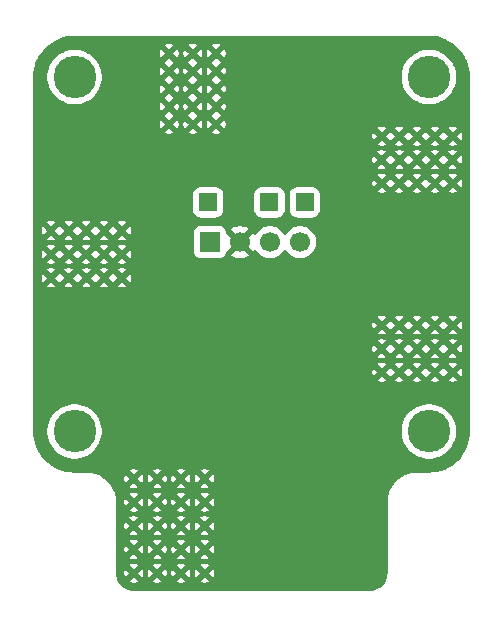
<source format=gbr>
%TF.GenerationSoftware,KiCad,Pcbnew,9.0.4*%
%TF.CreationDate,2025-09-29T17:30:00-04:00*%
%TF.ProjectId,power-board,706f7765-722d-4626-9f61-72642e6b6963,rev?*%
%TF.SameCoordinates,Original*%
%TF.FileFunction,Copper,L2,Bot*%
%TF.FilePolarity,Positive*%
%FSLAX46Y46*%
G04 Gerber Fmt 4.6, Leading zero omitted, Abs format (unit mm)*
G04 Created by KiCad (PCBNEW 9.0.4) date 2025-09-29 17:30:00*
%MOMM*%
%LPD*%
G01*
G04 APERTURE LIST*
G04 Aperture macros list*
%AMRoundRect*
0 Rectangle with rounded corners*
0 $1 Rounding radius*
0 $2 $3 $4 $5 $6 $7 $8 $9 X,Y pos of 4 corners*
0 Add a 4 corners polygon primitive as box body*
4,1,4,$2,$3,$4,$5,$6,$7,$8,$9,$2,$3,0*
0 Add four circle primitives for the rounded corners*
1,1,$1+$1,$2,$3*
1,1,$1+$1,$4,$5*
1,1,$1+$1,$6,$7*
1,1,$1+$1,$8,$9*
0 Add four rect primitives between the rounded corners*
20,1,$1+$1,$2,$3,$4,$5,0*
20,1,$1+$1,$4,$5,$6,$7,0*
20,1,$1+$1,$6,$7,$8,$9,0*
20,1,$1+$1,$8,$9,$2,$3,0*%
G04 Aperture macros list end*
%TA.AperFunction,ComponentPad*%
%ADD10C,0.600000*%
%TD*%
%TA.AperFunction,ComponentPad*%
%ADD11RoundRect,0.250000X-0.550000X-0.550000X0.550000X-0.550000X0.550000X0.550000X-0.550000X0.550000X0*%
%TD*%
%TA.AperFunction,ComponentPad*%
%ADD12C,3.600000*%
%TD*%
%TA.AperFunction,ComponentPad*%
%ADD13C,1.700000*%
%TD*%
%TA.AperFunction,ComponentPad*%
%ADD14R,1.700000X1.700000*%
%TD*%
G04 APERTURE END LIST*
D10*
%TO.P,J9,3*%
%TO.N,/VBat*%
X75000000Y-84000000D03*
X75000000Y-86000000D03*
X75000000Y-88000000D03*
X75000000Y-90000000D03*
X75000000Y-92000000D03*
X77000000Y-84000000D03*
X77000000Y-86000000D03*
X77000000Y-88000000D03*
X77000000Y-90000000D03*
X77000000Y-92000000D03*
X79000000Y-84000000D03*
X79000000Y-86000000D03*
X79000000Y-88000000D03*
X79000000Y-90000000D03*
X79000000Y-92000000D03*
X81000000Y-84000000D03*
X81000000Y-86000000D03*
X81000000Y-88000000D03*
X81000000Y-90000000D03*
X81000000Y-92000000D03*
%TD*%
D11*
%TO.P,J11,1,Pin_1*%
%TO.N,/VCC_3V3*%
X86500000Y-60600000D03*
%TD*%
D12*
%TO.P,H4,1*%
%TO.N,N/C*%
X100000000Y-80000000D03*
%TD*%
D11*
%TO.P,J12,1,Pin_1*%
%TO.N,/VCC_3V3*%
X89500000Y-60600000D03*
%TD*%
D10*
%TO.P,J5,2*%
%TO.N,/VBat*%
X68000000Y-67000000D03*
X69500000Y-67000000D03*
X71000000Y-67000000D03*
X72500000Y-67000000D03*
X74000000Y-67000000D03*
X68000000Y-65000000D03*
X69500000Y-65000000D03*
X71000000Y-65000000D03*
X72500000Y-65000000D03*
X74000000Y-65000000D03*
X68000000Y-63000000D03*
X69500000Y-63000000D03*
X71000000Y-63000000D03*
X72500000Y-63000000D03*
X74000000Y-63000000D03*
%TD*%
%TO.P,J7,2*%
%TO.N,/VBat*%
X102000000Y-71000000D03*
X100500000Y-71000000D03*
X99000000Y-71000000D03*
X97500000Y-71000000D03*
X96000000Y-71000000D03*
X102000000Y-73000000D03*
X100500000Y-73000000D03*
X99000000Y-73000000D03*
X97500000Y-73000000D03*
X96000000Y-73000000D03*
X102000000Y-75000000D03*
X100500000Y-75000000D03*
X99000000Y-75000000D03*
X97500000Y-75000000D03*
X96000000Y-75000000D03*
%TD*%
%TO.P,J3,2*%
%TO.N,/VBat*%
X102000000Y-55000000D03*
X100500000Y-55000000D03*
X99000000Y-55000000D03*
X97500000Y-55000000D03*
X96000000Y-55000000D03*
X102000000Y-57000000D03*
X100500000Y-57000000D03*
X99000000Y-57000000D03*
X97500000Y-57000000D03*
X96000000Y-57000000D03*
X102000000Y-59000000D03*
X100500000Y-59000000D03*
X99000000Y-59000000D03*
X97500000Y-59000000D03*
X96000000Y-59000000D03*
%TD*%
D12*
%TO.P,H1,1*%
%TO.N,N/C*%
X70000000Y-50000000D03*
%TD*%
D13*
%TO.P,P1,4,Pin_4*%
%TO.N,GND*%
X89080000Y-63975000D03*
%TO.P,P1,3,Pin_3*%
%TO.N,/VCC_3V3*%
X86540000Y-63975000D03*
%TO.P,P1,2,Pin_2*%
%TO.N,/VBat*%
X84000000Y-63975000D03*
D14*
%TO.P,P1,1,Pin_1*%
%TO.N,/EN*%
X81460000Y-63975000D03*
%TD*%
D10*
%TO.P,J1,2*%
%TO.N,/VBat*%
X78000000Y-48000000D03*
X78000000Y-49500000D03*
X78000000Y-51000000D03*
X78000000Y-52500000D03*
X78000000Y-54000000D03*
X80000000Y-48000000D03*
X80000000Y-49500000D03*
X80000000Y-51000000D03*
X80000000Y-52500000D03*
X80000000Y-54000000D03*
X82000000Y-48000000D03*
X82000000Y-49500000D03*
X82000000Y-51000000D03*
X82000000Y-52500000D03*
X82000000Y-54000000D03*
%TD*%
D12*
%TO.P,H2,1*%
%TO.N,N/C*%
X100000000Y-50000000D03*
%TD*%
D11*
%TO.P,J10,1,Pin_1*%
%TO.N,/EN*%
X81300000Y-60600000D03*
%TD*%
D12*
%TO.P,H3,1*%
%TO.N,N/C*%
X70000000Y-80000000D03*
%TD*%
%TA.AperFunction,Conductor*%
%TO.N,/VBat*%
G36*
X100003032Y-46500648D02*
G01*
X100336929Y-46517052D01*
X100349037Y-46518245D01*
X100452146Y-46533539D01*
X100676699Y-46566849D01*
X100688617Y-46569219D01*
X101009951Y-46649709D01*
X101021588Y-46653240D01*
X101092806Y-46678722D01*
X101333467Y-46764832D01*
X101344688Y-46769479D01*
X101644163Y-46911120D01*
X101654871Y-46916844D01*
X101938988Y-47087137D01*
X101949106Y-47093897D01*
X102215170Y-47291224D01*
X102224576Y-47298944D01*
X102470013Y-47521395D01*
X102478604Y-47529986D01*
X102665755Y-47736475D01*
X102701055Y-47775423D01*
X102708775Y-47784829D01*
X102906102Y-48050893D01*
X102912862Y-48061011D01*
X103041776Y-48276092D01*
X103083148Y-48345116D01*
X103088885Y-48355848D01*
X103230514Y-48655297D01*
X103235170Y-48666540D01*
X103346759Y-48978411D01*
X103350292Y-48990055D01*
X103430777Y-49311369D01*
X103433151Y-49323305D01*
X103481754Y-49650962D01*
X103482947Y-49663071D01*
X103499351Y-49996966D01*
X103499500Y-50003051D01*
X103499500Y-79996948D01*
X103499351Y-80003033D01*
X103482947Y-80336928D01*
X103481754Y-80349037D01*
X103433151Y-80676694D01*
X103430777Y-80688630D01*
X103350292Y-81009944D01*
X103346759Y-81021588D01*
X103235170Y-81333459D01*
X103230514Y-81344702D01*
X103088885Y-81644151D01*
X103083148Y-81654883D01*
X102912862Y-81938988D01*
X102906102Y-81949106D01*
X102708775Y-82215170D01*
X102701055Y-82224576D01*
X102478611Y-82470006D01*
X102470006Y-82478611D01*
X102224576Y-82701055D01*
X102215170Y-82708775D01*
X101949106Y-82906102D01*
X101938988Y-82912862D01*
X101654883Y-83083148D01*
X101644151Y-83088885D01*
X101344702Y-83230514D01*
X101333459Y-83235170D01*
X101021588Y-83346759D01*
X101009944Y-83350292D01*
X100688630Y-83430777D01*
X100676694Y-83433151D01*
X100349037Y-83481754D01*
X100336928Y-83482947D01*
X100045856Y-83497247D01*
X100044754Y-83497296D01*
X100004112Y-83498930D01*
X99992433Y-83499400D01*
X99987453Y-83499500D01*
X99934106Y-83499500D01*
X99926051Y-83500560D01*
X99926020Y-83500329D01*
X99910468Y-83502695D01*
X98512615Y-83558902D01*
X98512616Y-83558903D01*
X98509087Y-83559044D01*
X98457465Y-83558177D01*
X98443432Y-83561685D01*
X98430703Y-83562197D01*
X98430702Y-83562197D01*
X98428981Y-83562267D01*
X98428975Y-83562268D01*
X98383107Y-83576556D01*
X98376286Y-83578469D01*
X98247171Y-83610727D01*
X98247162Y-83610729D01*
X97965350Y-83718580D01*
X97965342Y-83718583D01*
X97698542Y-83859536D01*
X97450613Y-84031554D01*
X97225183Y-84232119D01*
X97225180Y-84232122D01*
X97025487Y-84458352D01*
X97025486Y-84458353D01*
X96854452Y-84706940D01*
X96714543Y-84974296D01*
X96714542Y-84974300D01*
X96607797Y-85256533D01*
X96535757Y-85549569D01*
X96499478Y-85849118D01*
X96499477Y-85849138D01*
X96499500Y-86000000D01*
X96499500Y-91995572D01*
X96499184Y-92004418D01*
X96499184Y-92004419D01*
X96484869Y-92204557D01*
X96482351Y-92222068D01*
X96440646Y-92413787D01*
X96435662Y-92430763D01*
X96367090Y-92614609D01*
X96359740Y-92630701D01*
X96265711Y-92802904D01*
X96256146Y-92817789D01*
X96138558Y-92974867D01*
X96126972Y-92988237D01*
X95988237Y-93126972D01*
X95974867Y-93138558D01*
X95817789Y-93256146D01*
X95802904Y-93265711D01*
X95630701Y-93359740D01*
X95614609Y-93367090D01*
X95430763Y-93435662D01*
X95413787Y-93440646D01*
X95222068Y-93482351D01*
X95204557Y-93484869D01*
X95023779Y-93497799D01*
X95004417Y-93499184D01*
X94995572Y-93499500D01*
X75004428Y-93499500D01*
X74995582Y-93499184D01*
X74973622Y-93497613D01*
X74795442Y-93484869D01*
X74777931Y-93482351D01*
X74586212Y-93440646D01*
X74569236Y-93435662D01*
X74385390Y-93367090D01*
X74369298Y-93359740D01*
X74197095Y-93265711D01*
X74182210Y-93256146D01*
X74025132Y-93138558D01*
X74011762Y-93126972D01*
X73873027Y-92988237D01*
X73861441Y-92974867D01*
X73743849Y-92817784D01*
X73734291Y-92802910D01*
X73686750Y-92715845D01*
X74637706Y-92715845D01*
X74766652Y-92769257D01*
X74766656Y-92769258D01*
X74921202Y-92799999D01*
X74921206Y-92800000D01*
X75078794Y-92800000D01*
X75078797Y-92799999D01*
X75233343Y-92769258D01*
X75233347Y-92769257D01*
X75362293Y-92715845D01*
X76637706Y-92715845D01*
X76766652Y-92769257D01*
X76766656Y-92769258D01*
X76921202Y-92799999D01*
X76921206Y-92800000D01*
X77078794Y-92800000D01*
X77078797Y-92799999D01*
X77233343Y-92769258D01*
X77233347Y-92769257D01*
X77362293Y-92715845D01*
X78637706Y-92715845D01*
X78766652Y-92769257D01*
X78766656Y-92769258D01*
X78921202Y-92799999D01*
X78921206Y-92800000D01*
X79078794Y-92800000D01*
X79078797Y-92799999D01*
X79233343Y-92769258D01*
X79233347Y-92769257D01*
X79362293Y-92715845D01*
X80637706Y-92715845D01*
X80766652Y-92769257D01*
X80766656Y-92769258D01*
X80921202Y-92799999D01*
X80921206Y-92800000D01*
X81078794Y-92800000D01*
X81078797Y-92799999D01*
X81233343Y-92769258D01*
X81233347Y-92769257D01*
X81362293Y-92715845D01*
X81000001Y-92353553D01*
X81000000Y-92353553D01*
X80637706Y-92715845D01*
X79362293Y-92715845D01*
X79000001Y-92353553D01*
X79000000Y-92353553D01*
X78637706Y-92715845D01*
X77362293Y-92715845D01*
X77000001Y-92353553D01*
X77000000Y-92353553D01*
X76637706Y-92715845D01*
X75362293Y-92715845D01*
X75000001Y-92353553D01*
X75000000Y-92353553D01*
X74637706Y-92715845D01*
X73686750Y-92715845D01*
X73640255Y-92630695D01*
X73632909Y-92614609D01*
X73572091Y-92451551D01*
X73564334Y-92430755D01*
X73559355Y-92413797D01*
X73517647Y-92222063D01*
X73515130Y-92204556D01*
X73506135Y-92078794D01*
X73500816Y-92004418D01*
X73500500Y-91995572D01*
X73500500Y-91921202D01*
X74200000Y-91921202D01*
X74200000Y-92078797D01*
X74230741Y-92233343D01*
X74230743Y-92233351D01*
X74284153Y-92362293D01*
X74646446Y-92000001D01*
X74646446Y-91999999D01*
X74616610Y-91970163D01*
X74850000Y-91970163D01*
X74850000Y-92029837D01*
X74872836Y-92084968D01*
X74915032Y-92127164D01*
X74970163Y-92150000D01*
X75029837Y-92150000D01*
X75084968Y-92127164D01*
X75127164Y-92084968D01*
X75150000Y-92029837D01*
X75150000Y-91999999D01*
X75353553Y-91999999D01*
X75353553Y-92000001D01*
X75715845Y-92362293D01*
X75769257Y-92233347D01*
X75769258Y-92233343D01*
X75799999Y-92078797D01*
X75800000Y-92078794D01*
X75800000Y-91921206D01*
X75799999Y-91921202D01*
X76200000Y-91921202D01*
X76200000Y-92078797D01*
X76230741Y-92233343D01*
X76230743Y-92233351D01*
X76284153Y-92362293D01*
X76646446Y-92000001D01*
X76646446Y-91999999D01*
X76616610Y-91970163D01*
X76850000Y-91970163D01*
X76850000Y-92029837D01*
X76872836Y-92084968D01*
X76915032Y-92127164D01*
X76970163Y-92150000D01*
X77029837Y-92150000D01*
X77084968Y-92127164D01*
X77127164Y-92084968D01*
X77150000Y-92029837D01*
X77150000Y-91999999D01*
X77353553Y-91999999D01*
X77353553Y-92000001D01*
X77715845Y-92362293D01*
X77769257Y-92233347D01*
X77769258Y-92233343D01*
X77799999Y-92078797D01*
X77800000Y-92078794D01*
X77800000Y-91921206D01*
X77799999Y-91921202D01*
X78200000Y-91921202D01*
X78200000Y-92078797D01*
X78230741Y-92233343D01*
X78230743Y-92233351D01*
X78284153Y-92362293D01*
X78646446Y-92000001D01*
X78646446Y-91999999D01*
X78616610Y-91970163D01*
X78850000Y-91970163D01*
X78850000Y-92029837D01*
X78872836Y-92084968D01*
X78915032Y-92127164D01*
X78970163Y-92150000D01*
X79029837Y-92150000D01*
X79084968Y-92127164D01*
X79127164Y-92084968D01*
X79150000Y-92029837D01*
X79150000Y-91999999D01*
X79353553Y-91999999D01*
X79353553Y-92000001D01*
X79715845Y-92362293D01*
X79769257Y-92233347D01*
X79769258Y-92233343D01*
X79799999Y-92078797D01*
X79800000Y-92078794D01*
X79800000Y-91921206D01*
X79799999Y-91921202D01*
X80200000Y-91921202D01*
X80200000Y-92078797D01*
X80230741Y-92233343D01*
X80230743Y-92233351D01*
X80284153Y-92362293D01*
X80646446Y-92000001D01*
X80646446Y-91999999D01*
X80616610Y-91970163D01*
X80850000Y-91970163D01*
X80850000Y-92029837D01*
X80872836Y-92084968D01*
X80915032Y-92127164D01*
X80970163Y-92150000D01*
X81029837Y-92150000D01*
X81084968Y-92127164D01*
X81127164Y-92084968D01*
X81150000Y-92029837D01*
X81150000Y-91999999D01*
X81353553Y-91999999D01*
X81353553Y-92000001D01*
X81715845Y-92362293D01*
X81769257Y-92233347D01*
X81769258Y-92233343D01*
X81799999Y-92078797D01*
X81800000Y-92078794D01*
X81800000Y-91921206D01*
X81799999Y-91921202D01*
X81769258Y-91766656D01*
X81769257Y-91766652D01*
X81715845Y-91637706D01*
X81353553Y-91999999D01*
X81150000Y-91999999D01*
X81150000Y-91970163D01*
X81127164Y-91915032D01*
X81084968Y-91872836D01*
X81029837Y-91850000D01*
X80970163Y-91850000D01*
X80915032Y-91872836D01*
X80872836Y-91915032D01*
X80850000Y-91970163D01*
X80616610Y-91970163D01*
X80284153Y-91637705D01*
X80230743Y-91766648D01*
X80230741Y-91766656D01*
X80200000Y-91921202D01*
X79799999Y-91921202D01*
X79769258Y-91766656D01*
X79769257Y-91766652D01*
X79715845Y-91637706D01*
X79353553Y-91999999D01*
X79150000Y-91999999D01*
X79150000Y-91970163D01*
X79127164Y-91915032D01*
X79084968Y-91872836D01*
X79029837Y-91850000D01*
X78970163Y-91850000D01*
X78915032Y-91872836D01*
X78872836Y-91915032D01*
X78850000Y-91970163D01*
X78616610Y-91970163D01*
X78284153Y-91637705D01*
X78230743Y-91766648D01*
X78230741Y-91766656D01*
X78200000Y-91921202D01*
X77799999Y-91921202D01*
X77769258Y-91766656D01*
X77769257Y-91766652D01*
X77715845Y-91637706D01*
X77353553Y-91999999D01*
X77150000Y-91999999D01*
X77150000Y-91970163D01*
X77127164Y-91915032D01*
X77084968Y-91872836D01*
X77029837Y-91850000D01*
X76970163Y-91850000D01*
X76915032Y-91872836D01*
X76872836Y-91915032D01*
X76850000Y-91970163D01*
X76616610Y-91970163D01*
X76284153Y-91637705D01*
X76230743Y-91766648D01*
X76230741Y-91766656D01*
X76200000Y-91921202D01*
X75799999Y-91921202D01*
X75769258Y-91766656D01*
X75769257Y-91766652D01*
X75715845Y-91637706D01*
X75353553Y-91999999D01*
X75150000Y-91999999D01*
X75150000Y-91970163D01*
X75127164Y-91915032D01*
X75084968Y-91872836D01*
X75029837Y-91850000D01*
X74970163Y-91850000D01*
X74915032Y-91872836D01*
X74872836Y-91915032D01*
X74850000Y-91970163D01*
X74616610Y-91970163D01*
X74284153Y-91637705D01*
X74230743Y-91766648D01*
X74230741Y-91766656D01*
X74200000Y-91921202D01*
X73500500Y-91921202D01*
X73500500Y-91284153D01*
X74637705Y-91284153D01*
X75000000Y-91646446D01*
X75000001Y-91646446D01*
X75362293Y-91284153D01*
X76637705Y-91284153D01*
X77000000Y-91646446D01*
X77000001Y-91646446D01*
X77362293Y-91284153D01*
X78637705Y-91284153D01*
X79000000Y-91646446D01*
X79000001Y-91646446D01*
X79362293Y-91284153D01*
X80637705Y-91284153D01*
X81000000Y-91646446D01*
X81000001Y-91646446D01*
X81362293Y-91284153D01*
X81233351Y-91230743D01*
X81233343Y-91230741D01*
X81078797Y-91200000D01*
X80921202Y-91200000D01*
X80766656Y-91230741D01*
X80766648Y-91230743D01*
X80637705Y-91284153D01*
X79362293Y-91284153D01*
X79233351Y-91230743D01*
X79233343Y-91230741D01*
X79078797Y-91200000D01*
X78921202Y-91200000D01*
X78766656Y-91230741D01*
X78766648Y-91230743D01*
X78637705Y-91284153D01*
X77362293Y-91284153D01*
X77233351Y-91230743D01*
X77233343Y-91230741D01*
X77078797Y-91200000D01*
X76921202Y-91200000D01*
X76766656Y-91230741D01*
X76766648Y-91230743D01*
X76637705Y-91284153D01*
X75362293Y-91284153D01*
X75233351Y-91230743D01*
X75233343Y-91230741D01*
X75078797Y-91200000D01*
X74921202Y-91200000D01*
X74766656Y-91230741D01*
X74766648Y-91230743D01*
X74637705Y-91284153D01*
X73500500Y-91284153D01*
X73500500Y-90715845D01*
X74637706Y-90715845D01*
X74766652Y-90769257D01*
X74766656Y-90769258D01*
X74921202Y-90799999D01*
X74921206Y-90800000D01*
X75078794Y-90800000D01*
X75078797Y-90799999D01*
X75233343Y-90769258D01*
X75233347Y-90769257D01*
X75362293Y-90715845D01*
X76637706Y-90715845D01*
X76766652Y-90769257D01*
X76766656Y-90769258D01*
X76921202Y-90799999D01*
X76921206Y-90800000D01*
X77078794Y-90800000D01*
X77078797Y-90799999D01*
X77233343Y-90769258D01*
X77233347Y-90769257D01*
X77362293Y-90715845D01*
X78637706Y-90715845D01*
X78766652Y-90769257D01*
X78766656Y-90769258D01*
X78921202Y-90799999D01*
X78921206Y-90800000D01*
X79078794Y-90800000D01*
X79078797Y-90799999D01*
X79233343Y-90769258D01*
X79233347Y-90769257D01*
X79362293Y-90715845D01*
X80637706Y-90715845D01*
X80766652Y-90769257D01*
X80766656Y-90769258D01*
X80921202Y-90799999D01*
X80921206Y-90800000D01*
X81078794Y-90800000D01*
X81078797Y-90799999D01*
X81233343Y-90769258D01*
X81233347Y-90769257D01*
X81362293Y-90715845D01*
X81000001Y-90353553D01*
X81000000Y-90353553D01*
X80637706Y-90715845D01*
X79362293Y-90715845D01*
X79000001Y-90353553D01*
X79000000Y-90353553D01*
X78637706Y-90715845D01*
X77362293Y-90715845D01*
X77000001Y-90353553D01*
X77000000Y-90353553D01*
X76637706Y-90715845D01*
X75362293Y-90715845D01*
X75000001Y-90353553D01*
X75000000Y-90353553D01*
X74637706Y-90715845D01*
X73500500Y-90715845D01*
X73500500Y-89921202D01*
X74200000Y-89921202D01*
X74200000Y-90078797D01*
X74230741Y-90233343D01*
X74230743Y-90233351D01*
X74284153Y-90362293D01*
X74646446Y-90000001D01*
X74646446Y-89999999D01*
X74616610Y-89970163D01*
X74850000Y-89970163D01*
X74850000Y-90029837D01*
X74872836Y-90084968D01*
X74915032Y-90127164D01*
X74970163Y-90150000D01*
X75029837Y-90150000D01*
X75084968Y-90127164D01*
X75127164Y-90084968D01*
X75150000Y-90029837D01*
X75150000Y-89999999D01*
X75353553Y-89999999D01*
X75353553Y-90000001D01*
X75715845Y-90362293D01*
X75769257Y-90233347D01*
X75769258Y-90233343D01*
X75799999Y-90078797D01*
X75800000Y-90078794D01*
X75800000Y-89921206D01*
X75799999Y-89921202D01*
X76200000Y-89921202D01*
X76200000Y-90078797D01*
X76230741Y-90233343D01*
X76230743Y-90233351D01*
X76284153Y-90362293D01*
X76646446Y-90000001D01*
X76646446Y-89999999D01*
X76616610Y-89970163D01*
X76850000Y-89970163D01*
X76850000Y-90029837D01*
X76872836Y-90084968D01*
X76915032Y-90127164D01*
X76970163Y-90150000D01*
X77029837Y-90150000D01*
X77084968Y-90127164D01*
X77127164Y-90084968D01*
X77150000Y-90029837D01*
X77150000Y-89999999D01*
X77353553Y-89999999D01*
X77353553Y-90000001D01*
X77715845Y-90362293D01*
X77769257Y-90233347D01*
X77769258Y-90233343D01*
X77799999Y-90078797D01*
X77800000Y-90078794D01*
X77800000Y-89921206D01*
X77799999Y-89921202D01*
X78200000Y-89921202D01*
X78200000Y-90078797D01*
X78230741Y-90233343D01*
X78230743Y-90233351D01*
X78284153Y-90362293D01*
X78646446Y-90000001D01*
X78646446Y-89999999D01*
X78616610Y-89970163D01*
X78850000Y-89970163D01*
X78850000Y-90029837D01*
X78872836Y-90084968D01*
X78915032Y-90127164D01*
X78970163Y-90150000D01*
X79029837Y-90150000D01*
X79084968Y-90127164D01*
X79127164Y-90084968D01*
X79150000Y-90029837D01*
X79150000Y-89999999D01*
X79353553Y-89999999D01*
X79353553Y-90000001D01*
X79715845Y-90362293D01*
X79769257Y-90233347D01*
X79769258Y-90233343D01*
X79799999Y-90078797D01*
X79800000Y-90078794D01*
X79800000Y-89921206D01*
X79799999Y-89921202D01*
X80200000Y-89921202D01*
X80200000Y-90078797D01*
X80230741Y-90233343D01*
X80230743Y-90233351D01*
X80284153Y-90362293D01*
X80646446Y-90000001D01*
X80646446Y-89999999D01*
X80616610Y-89970163D01*
X80850000Y-89970163D01*
X80850000Y-90029837D01*
X80872836Y-90084968D01*
X80915032Y-90127164D01*
X80970163Y-90150000D01*
X81029837Y-90150000D01*
X81084968Y-90127164D01*
X81127164Y-90084968D01*
X81150000Y-90029837D01*
X81150000Y-89999999D01*
X81353553Y-89999999D01*
X81353553Y-90000001D01*
X81715845Y-90362293D01*
X81769257Y-90233347D01*
X81769258Y-90233343D01*
X81799999Y-90078797D01*
X81800000Y-90078794D01*
X81800000Y-89921206D01*
X81799999Y-89921202D01*
X81769258Y-89766656D01*
X81769257Y-89766652D01*
X81715845Y-89637706D01*
X81353553Y-89999999D01*
X81150000Y-89999999D01*
X81150000Y-89970163D01*
X81127164Y-89915032D01*
X81084968Y-89872836D01*
X81029837Y-89850000D01*
X80970163Y-89850000D01*
X80915032Y-89872836D01*
X80872836Y-89915032D01*
X80850000Y-89970163D01*
X80616610Y-89970163D01*
X80284153Y-89637705D01*
X80230743Y-89766648D01*
X80230741Y-89766656D01*
X80200000Y-89921202D01*
X79799999Y-89921202D01*
X79769258Y-89766656D01*
X79769257Y-89766652D01*
X79715845Y-89637706D01*
X79353553Y-89999999D01*
X79150000Y-89999999D01*
X79150000Y-89970163D01*
X79127164Y-89915032D01*
X79084968Y-89872836D01*
X79029837Y-89850000D01*
X78970163Y-89850000D01*
X78915032Y-89872836D01*
X78872836Y-89915032D01*
X78850000Y-89970163D01*
X78616610Y-89970163D01*
X78284153Y-89637705D01*
X78230743Y-89766648D01*
X78230741Y-89766656D01*
X78200000Y-89921202D01*
X77799999Y-89921202D01*
X77769258Y-89766656D01*
X77769257Y-89766652D01*
X77715845Y-89637706D01*
X77353553Y-89999999D01*
X77150000Y-89999999D01*
X77150000Y-89970163D01*
X77127164Y-89915032D01*
X77084968Y-89872836D01*
X77029837Y-89850000D01*
X76970163Y-89850000D01*
X76915032Y-89872836D01*
X76872836Y-89915032D01*
X76850000Y-89970163D01*
X76616610Y-89970163D01*
X76284153Y-89637705D01*
X76230743Y-89766648D01*
X76230741Y-89766656D01*
X76200000Y-89921202D01*
X75799999Y-89921202D01*
X75769258Y-89766656D01*
X75769257Y-89766652D01*
X75715845Y-89637706D01*
X75353553Y-89999999D01*
X75150000Y-89999999D01*
X75150000Y-89970163D01*
X75127164Y-89915032D01*
X75084968Y-89872836D01*
X75029837Y-89850000D01*
X74970163Y-89850000D01*
X74915032Y-89872836D01*
X74872836Y-89915032D01*
X74850000Y-89970163D01*
X74616610Y-89970163D01*
X74284153Y-89637705D01*
X74230743Y-89766648D01*
X74230741Y-89766656D01*
X74200000Y-89921202D01*
X73500500Y-89921202D01*
X73500500Y-89284153D01*
X74637705Y-89284153D01*
X75000000Y-89646446D01*
X75000001Y-89646446D01*
X75362293Y-89284153D01*
X76637705Y-89284153D01*
X77000000Y-89646446D01*
X77000001Y-89646446D01*
X77362293Y-89284153D01*
X78637705Y-89284153D01*
X79000000Y-89646446D01*
X79000001Y-89646446D01*
X79362293Y-89284153D01*
X80637705Y-89284153D01*
X81000000Y-89646446D01*
X81000001Y-89646446D01*
X81362293Y-89284153D01*
X81233351Y-89230743D01*
X81233343Y-89230741D01*
X81078797Y-89200000D01*
X80921202Y-89200000D01*
X80766656Y-89230741D01*
X80766648Y-89230743D01*
X80637705Y-89284153D01*
X79362293Y-89284153D01*
X79233351Y-89230743D01*
X79233343Y-89230741D01*
X79078797Y-89200000D01*
X78921202Y-89200000D01*
X78766656Y-89230741D01*
X78766648Y-89230743D01*
X78637705Y-89284153D01*
X77362293Y-89284153D01*
X77233351Y-89230743D01*
X77233343Y-89230741D01*
X77078797Y-89200000D01*
X76921202Y-89200000D01*
X76766656Y-89230741D01*
X76766648Y-89230743D01*
X76637705Y-89284153D01*
X75362293Y-89284153D01*
X75233351Y-89230743D01*
X75233343Y-89230741D01*
X75078797Y-89200000D01*
X74921202Y-89200000D01*
X74766656Y-89230741D01*
X74766648Y-89230743D01*
X74637705Y-89284153D01*
X73500500Y-89284153D01*
X73500500Y-88715845D01*
X74637706Y-88715845D01*
X74766652Y-88769257D01*
X74766656Y-88769258D01*
X74921202Y-88799999D01*
X74921206Y-88800000D01*
X75078794Y-88800000D01*
X75078797Y-88799999D01*
X75233343Y-88769258D01*
X75233347Y-88769257D01*
X75362293Y-88715845D01*
X76637706Y-88715845D01*
X76766652Y-88769257D01*
X76766656Y-88769258D01*
X76921202Y-88799999D01*
X76921206Y-88800000D01*
X77078794Y-88800000D01*
X77078797Y-88799999D01*
X77233343Y-88769258D01*
X77233347Y-88769257D01*
X77362293Y-88715845D01*
X78637706Y-88715845D01*
X78766652Y-88769257D01*
X78766656Y-88769258D01*
X78921202Y-88799999D01*
X78921206Y-88800000D01*
X79078794Y-88800000D01*
X79078797Y-88799999D01*
X79233343Y-88769258D01*
X79233347Y-88769257D01*
X79362293Y-88715845D01*
X80637706Y-88715845D01*
X80766652Y-88769257D01*
X80766656Y-88769258D01*
X80921202Y-88799999D01*
X80921206Y-88800000D01*
X81078794Y-88800000D01*
X81078797Y-88799999D01*
X81233343Y-88769258D01*
X81233347Y-88769257D01*
X81362293Y-88715845D01*
X81000001Y-88353553D01*
X81000000Y-88353553D01*
X80637706Y-88715845D01*
X79362293Y-88715845D01*
X79000001Y-88353553D01*
X79000000Y-88353553D01*
X78637706Y-88715845D01*
X77362293Y-88715845D01*
X77000001Y-88353553D01*
X77000000Y-88353553D01*
X76637706Y-88715845D01*
X75362293Y-88715845D01*
X75000001Y-88353553D01*
X75000000Y-88353553D01*
X74637706Y-88715845D01*
X73500500Y-88715845D01*
X73500500Y-87921202D01*
X74200000Y-87921202D01*
X74200000Y-88078797D01*
X74230741Y-88233343D01*
X74230743Y-88233351D01*
X74284153Y-88362293D01*
X74646446Y-88000001D01*
X74646446Y-87999999D01*
X74616610Y-87970163D01*
X74850000Y-87970163D01*
X74850000Y-88029837D01*
X74872836Y-88084968D01*
X74915032Y-88127164D01*
X74970163Y-88150000D01*
X75029837Y-88150000D01*
X75084968Y-88127164D01*
X75127164Y-88084968D01*
X75150000Y-88029837D01*
X75150000Y-87999999D01*
X75353553Y-87999999D01*
X75353553Y-88000001D01*
X75715845Y-88362293D01*
X75769257Y-88233347D01*
X75769258Y-88233343D01*
X75799999Y-88078797D01*
X75800000Y-88078794D01*
X75800000Y-87921206D01*
X75799999Y-87921202D01*
X76200000Y-87921202D01*
X76200000Y-88078797D01*
X76230741Y-88233343D01*
X76230743Y-88233351D01*
X76284153Y-88362293D01*
X76646446Y-88000001D01*
X76646446Y-87999999D01*
X76616610Y-87970163D01*
X76850000Y-87970163D01*
X76850000Y-88029837D01*
X76872836Y-88084968D01*
X76915032Y-88127164D01*
X76970163Y-88150000D01*
X77029837Y-88150000D01*
X77084968Y-88127164D01*
X77127164Y-88084968D01*
X77150000Y-88029837D01*
X77150000Y-87999999D01*
X77353553Y-87999999D01*
X77353553Y-88000001D01*
X77715845Y-88362293D01*
X77769257Y-88233347D01*
X77769258Y-88233343D01*
X77799999Y-88078797D01*
X77800000Y-88078794D01*
X77800000Y-87921206D01*
X77799999Y-87921202D01*
X78200000Y-87921202D01*
X78200000Y-88078797D01*
X78230741Y-88233343D01*
X78230743Y-88233351D01*
X78284153Y-88362293D01*
X78646446Y-88000001D01*
X78646446Y-87999999D01*
X78616610Y-87970163D01*
X78850000Y-87970163D01*
X78850000Y-88029837D01*
X78872836Y-88084968D01*
X78915032Y-88127164D01*
X78970163Y-88150000D01*
X79029837Y-88150000D01*
X79084968Y-88127164D01*
X79127164Y-88084968D01*
X79150000Y-88029837D01*
X79150000Y-87999999D01*
X79353553Y-87999999D01*
X79353553Y-88000001D01*
X79715845Y-88362293D01*
X79769257Y-88233347D01*
X79769258Y-88233343D01*
X79799999Y-88078797D01*
X79800000Y-88078794D01*
X79800000Y-87921206D01*
X79799999Y-87921202D01*
X80200000Y-87921202D01*
X80200000Y-88078797D01*
X80230741Y-88233343D01*
X80230743Y-88233351D01*
X80284153Y-88362293D01*
X80646446Y-88000001D01*
X80646446Y-87999999D01*
X80616610Y-87970163D01*
X80850000Y-87970163D01*
X80850000Y-88029837D01*
X80872836Y-88084968D01*
X80915032Y-88127164D01*
X80970163Y-88150000D01*
X81029837Y-88150000D01*
X81084968Y-88127164D01*
X81127164Y-88084968D01*
X81150000Y-88029837D01*
X81150000Y-87999999D01*
X81353553Y-87999999D01*
X81353553Y-88000001D01*
X81715845Y-88362293D01*
X81769257Y-88233347D01*
X81769258Y-88233343D01*
X81799999Y-88078797D01*
X81800000Y-88078794D01*
X81800000Y-87921206D01*
X81799999Y-87921202D01*
X81769258Y-87766656D01*
X81769257Y-87766652D01*
X81715845Y-87637706D01*
X81353553Y-87999999D01*
X81150000Y-87999999D01*
X81150000Y-87970163D01*
X81127164Y-87915032D01*
X81084968Y-87872836D01*
X81029837Y-87850000D01*
X80970163Y-87850000D01*
X80915032Y-87872836D01*
X80872836Y-87915032D01*
X80850000Y-87970163D01*
X80616610Y-87970163D01*
X80284153Y-87637705D01*
X80230743Y-87766648D01*
X80230741Y-87766656D01*
X80200000Y-87921202D01*
X79799999Y-87921202D01*
X79769258Y-87766656D01*
X79769257Y-87766652D01*
X79715845Y-87637706D01*
X79353553Y-87999999D01*
X79150000Y-87999999D01*
X79150000Y-87970163D01*
X79127164Y-87915032D01*
X79084968Y-87872836D01*
X79029837Y-87850000D01*
X78970163Y-87850000D01*
X78915032Y-87872836D01*
X78872836Y-87915032D01*
X78850000Y-87970163D01*
X78616610Y-87970163D01*
X78284153Y-87637705D01*
X78230743Y-87766648D01*
X78230741Y-87766656D01*
X78200000Y-87921202D01*
X77799999Y-87921202D01*
X77769258Y-87766656D01*
X77769257Y-87766652D01*
X77715845Y-87637706D01*
X77353553Y-87999999D01*
X77150000Y-87999999D01*
X77150000Y-87970163D01*
X77127164Y-87915032D01*
X77084968Y-87872836D01*
X77029837Y-87850000D01*
X76970163Y-87850000D01*
X76915032Y-87872836D01*
X76872836Y-87915032D01*
X76850000Y-87970163D01*
X76616610Y-87970163D01*
X76284153Y-87637705D01*
X76230743Y-87766648D01*
X76230741Y-87766656D01*
X76200000Y-87921202D01*
X75799999Y-87921202D01*
X75769258Y-87766656D01*
X75769257Y-87766652D01*
X75715845Y-87637706D01*
X75353553Y-87999999D01*
X75150000Y-87999999D01*
X75150000Y-87970163D01*
X75127164Y-87915032D01*
X75084968Y-87872836D01*
X75029837Y-87850000D01*
X74970163Y-87850000D01*
X74915032Y-87872836D01*
X74872836Y-87915032D01*
X74850000Y-87970163D01*
X74616610Y-87970163D01*
X74284153Y-87637705D01*
X74230743Y-87766648D01*
X74230741Y-87766656D01*
X74200000Y-87921202D01*
X73500500Y-87921202D01*
X73500500Y-87284153D01*
X74637705Y-87284153D01*
X75000000Y-87646446D01*
X75000001Y-87646446D01*
X75362293Y-87284153D01*
X76637705Y-87284153D01*
X77000000Y-87646446D01*
X77000001Y-87646446D01*
X77362293Y-87284153D01*
X78637705Y-87284153D01*
X79000000Y-87646446D01*
X79000001Y-87646446D01*
X79362293Y-87284153D01*
X80637705Y-87284153D01*
X81000000Y-87646446D01*
X81000001Y-87646446D01*
X81362293Y-87284153D01*
X81233351Y-87230743D01*
X81233343Y-87230741D01*
X81078797Y-87200000D01*
X80921202Y-87200000D01*
X80766656Y-87230741D01*
X80766648Y-87230743D01*
X80637705Y-87284153D01*
X79362293Y-87284153D01*
X79233351Y-87230743D01*
X79233343Y-87230741D01*
X79078797Y-87200000D01*
X78921202Y-87200000D01*
X78766656Y-87230741D01*
X78766648Y-87230743D01*
X78637705Y-87284153D01*
X77362293Y-87284153D01*
X77233351Y-87230743D01*
X77233343Y-87230741D01*
X77078797Y-87200000D01*
X76921202Y-87200000D01*
X76766656Y-87230741D01*
X76766648Y-87230743D01*
X76637705Y-87284153D01*
X75362293Y-87284153D01*
X75233351Y-87230743D01*
X75233343Y-87230741D01*
X75078797Y-87200000D01*
X74921202Y-87200000D01*
X74766656Y-87230741D01*
X74766648Y-87230743D01*
X74637705Y-87284153D01*
X73500500Y-87284153D01*
X73500500Y-86715845D01*
X74637706Y-86715845D01*
X74766652Y-86769257D01*
X74766656Y-86769258D01*
X74921202Y-86799999D01*
X74921206Y-86800000D01*
X75078794Y-86800000D01*
X75078797Y-86799999D01*
X75233343Y-86769258D01*
X75233347Y-86769257D01*
X75362293Y-86715845D01*
X76637706Y-86715845D01*
X76766652Y-86769257D01*
X76766656Y-86769258D01*
X76921202Y-86799999D01*
X76921206Y-86800000D01*
X77078794Y-86800000D01*
X77078797Y-86799999D01*
X77233343Y-86769258D01*
X77233347Y-86769257D01*
X77362293Y-86715845D01*
X78637706Y-86715845D01*
X78766652Y-86769257D01*
X78766656Y-86769258D01*
X78921202Y-86799999D01*
X78921206Y-86800000D01*
X79078794Y-86800000D01*
X79078797Y-86799999D01*
X79233343Y-86769258D01*
X79233347Y-86769257D01*
X79362293Y-86715845D01*
X80637706Y-86715845D01*
X80766652Y-86769257D01*
X80766656Y-86769258D01*
X80921202Y-86799999D01*
X80921206Y-86800000D01*
X81078794Y-86800000D01*
X81078797Y-86799999D01*
X81233343Y-86769258D01*
X81233347Y-86769257D01*
X81362293Y-86715845D01*
X81000001Y-86353553D01*
X81000000Y-86353553D01*
X80637706Y-86715845D01*
X79362293Y-86715845D01*
X79000001Y-86353553D01*
X79000000Y-86353553D01*
X78637706Y-86715845D01*
X77362293Y-86715845D01*
X77000001Y-86353553D01*
X77000000Y-86353553D01*
X76637706Y-86715845D01*
X75362293Y-86715845D01*
X75000001Y-86353553D01*
X75000000Y-86353553D01*
X74637706Y-86715845D01*
X73500500Y-86715845D01*
X73500500Y-85921202D01*
X74200000Y-85921202D01*
X74200000Y-86078797D01*
X74230741Y-86233343D01*
X74230743Y-86233351D01*
X74284153Y-86362293D01*
X74646446Y-86000001D01*
X74646446Y-85999999D01*
X74616610Y-85970163D01*
X74850000Y-85970163D01*
X74850000Y-86029837D01*
X74872836Y-86084968D01*
X74915032Y-86127164D01*
X74970163Y-86150000D01*
X75029837Y-86150000D01*
X75084968Y-86127164D01*
X75127164Y-86084968D01*
X75150000Y-86029837D01*
X75150000Y-85999999D01*
X75353553Y-85999999D01*
X75353553Y-86000001D01*
X75715845Y-86362293D01*
X75769257Y-86233347D01*
X75769258Y-86233343D01*
X75799999Y-86078797D01*
X75800000Y-86078794D01*
X75800000Y-85921206D01*
X75799999Y-85921202D01*
X76200000Y-85921202D01*
X76200000Y-86078797D01*
X76230741Y-86233343D01*
X76230743Y-86233351D01*
X76284153Y-86362293D01*
X76646446Y-86000001D01*
X76646446Y-85999999D01*
X76616610Y-85970163D01*
X76850000Y-85970163D01*
X76850000Y-86029837D01*
X76872836Y-86084968D01*
X76915032Y-86127164D01*
X76970163Y-86150000D01*
X77029837Y-86150000D01*
X77084968Y-86127164D01*
X77127164Y-86084968D01*
X77150000Y-86029837D01*
X77150000Y-85999999D01*
X77353553Y-85999999D01*
X77353553Y-86000001D01*
X77715845Y-86362293D01*
X77769257Y-86233347D01*
X77769258Y-86233343D01*
X77799999Y-86078797D01*
X77800000Y-86078794D01*
X77800000Y-85921206D01*
X77799999Y-85921202D01*
X78200000Y-85921202D01*
X78200000Y-86078797D01*
X78230741Y-86233343D01*
X78230743Y-86233351D01*
X78284153Y-86362293D01*
X78646446Y-86000001D01*
X78646446Y-85999999D01*
X78616610Y-85970163D01*
X78850000Y-85970163D01*
X78850000Y-86029837D01*
X78872836Y-86084968D01*
X78915032Y-86127164D01*
X78970163Y-86150000D01*
X79029837Y-86150000D01*
X79084968Y-86127164D01*
X79127164Y-86084968D01*
X79150000Y-86029837D01*
X79150000Y-85999999D01*
X79353553Y-85999999D01*
X79353553Y-86000001D01*
X79715845Y-86362293D01*
X79769257Y-86233347D01*
X79769258Y-86233343D01*
X79799999Y-86078797D01*
X79800000Y-86078794D01*
X79800000Y-85921206D01*
X79799999Y-85921202D01*
X80200000Y-85921202D01*
X80200000Y-86078797D01*
X80230741Y-86233343D01*
X80230743Y-86233351D01*
X80284153Y-86362293D01*
X80646446Y-86000001D01*
X80646446Y-85999999D01*
X80616610Y-85970163D01*
X80850000Y-85970163D01*
X80850000Y-86029837D01*
X80872836Y-86084968D01*
X80915032Y-86127164D01*
X80970163Y-86150000D01*
X81029837Y-86150000D01*
X81084968Y-86127164D01*
X81127164Y-86084968D01*
X81150000Y-86029837D01*
X81150000Y-85999999D01*
X81353553Y-85999999D01*
X81353553Y-86000001D01*
X81715845Y-86362293D01*
X81769257Y-86233347D01*
X81769258Y-86233343D01*
X81799999Y-86078797D01*
X81800000Y-86078794D01*
X81800000Y-85921206D01*
X81799999Y-85921202D01*
X81769258Y-85766656D01*
X81769257Y-85766652D01*
X81715845Y-85637706D01*
X81353553Y-85999999D01*
X81150000Y-85999999D01*
X81150000Y-85970163D01*
X81127164Y-85915032D01*
X81084968Y-85872836D01*
X81029837Y-85850000D01*
X80970163Y-85850000D01*
X80915032Y-85872836D01*
X80872836Y-85915032D01*
X80850000Y-85970163D01*
X80616610Y-85970163D01*
X80284153Y-85637705D01*
X80230743Y-85766648D01*
X80230741Y-85766656D01*
X80200000Y-85921202D01*
X79799999Y-85921202D01*
X79769258Y-85766656D01*
X79769257Y-85766652D01*
X79715845Y-85637706D01*
X79353553Y-85999999D01*
X79150000Y-85999999D01*
X79150000Y-85970163D01*
X79127164Y-85915032D01*
X79084968Y-85872836D01*
X79029837Y-85850000D01*
X78970163Y-85850000D01*
X78915032Y-85872836D01*
X78872836Y-85915032D01*
X78850000Y-85970163D01*
X78616610Y-85970163D01*
X78284153Y-85637705D01*
X78230743Y-85766648D01*
X78230741Y-85766656D01*
X78200000Y-85921202D01*
X77799999Y-85921202D01*
X77769258Y-85766656D01*
X77769257Y-85766652D01*
X77715845Y-85637706D01*
X77353553Y-85999999D01*
X77150000Y-85999999D01*
X77150000Y-85970163D01*
X77127164Y-85915032D01*
X77084968Y-85872836D01*
X77029837Y-85850000D01*
X76970163Y-85850000D01*
X76915032Y-85872836D01*
X76872836Y-85915032D01*
X76850000Y-85970163D01*
X76616610Y-85970163D01*
X76284153Y-85637705D01*
X76230743Y-85766648D01*
X76230741Y-85766656D01*
X76200000Y-85921202D01*
X75799999Y-85921202D01*
X75769258Y-85766656D01*
X75769257Y-85766652D01*
X75715845Y-85637706D01*
X75353553Y-85999999D01*
X75150000Y-85999999D01*
X75150000Y-85970163D01*
X75127164Y-85915032D01*
X75084968Y-85872836D01*
X75029837Y-85850000D01*
X74970163Y-85850000D01*
X74915032Y-85872836D01*
X74872836Y-85915032D01*
X74850000Y-85970163D01*
X74616610Y-85970163D01*
X74284153Y-85637705D01*
X74230743Y-85766648D01*
X74230741Y-85766656D01*
X74200000Y-85921202D01*
X73500500Y-85921202D01*
X73500500Y-85848745D01*
X73490531Y-85766648D01*
X73464037Y-85548449D01*
X73398894Y-85284153D01*
X74637705Y-85284153D01*
X75000000Y-85646446D01*
X75000001Y-85646446D01*
X75362293Y-85284153D01*
X76637705Y-85284153D01*
X77000000Y-85646446D01*
X77000001Y-85646446D01*
X77362293Y-85284153D01*
X78637705Y-85284153D01*
X79000000Y-85646446D01*
X79000001Y-85646446D01*
X79362293Y-85284153D01*
X80637705Y-85284153D01*
X81000000Y-85646446D01*
X81000001Y-85646446D01*
X81362293Y-85284153D01*
X81233351Y-85230743D01*
X81233343Y-85230741D01*
X81078797Y-85200000D01*
X80921202Y-85200000D01*
X80766656Y-85230741D01*
X80766648Y-85230743D01*
X80637705Y-85284153D01*
X79362293Y-85284153D01*
X79233351Y-85230743D01*
X79233343Y-85230741D01*
X79078797Y-85200000D01*
X78921202Y-85200000D01*
X78766656Y-85230741D01*
X78766648Y-85230743D01*
X78637705Y-85284153D01*
X77362293Y-85284153D01*
X77233351Y-85230743D01*
X77233343Y-85230741D01*
X77078797Y-85200000D01*
X76921202Y-85200000D01*
X76766656Y-85230741D01*
X76766648Y-85230743D01*
X76637705Y-85284153D01*
X75362293Y-85284153D01*
X75233351Y-85230743D01*
X75233343Y-85230741D01*
X75078797Y-85200000D01*
X74921202Y-85200000D01*
X74766656Y-85230741D01*
X74766648Y-85230743D01*
X74637705Y-85284153D01*
X73398894Y-85284153D01*
X73391643Y-85254734D01*
X73382544Y-85230743D01*
X73284371Y-84971882D01*
X73158815Y-84732657D01*
X73149991Y-84715845D01*
X74637706Y-84715845D01*
X74766652Y-84769257D01*
X74766656Y-84769258D01*
X74921202Y-84799999D01*
X74921206Y-84800000D01*
X75078794Y-84800000D01*
X75078797Y-84799999D01*
X75233343Y-84769258D01*
X75233347Y-84769257D01*
X75362293Y-84715845D01*
X76637706Y-84715845D01*
X76766652Y-84769257D01*
X76766656Y-84769258D01*
X76921202Y-84799999D01*
X76921206Y-84800000D01*
X77078794Y-84800000D01*
X77078797Y-84799999D01*
X77233343Y-84769258D01*
X77233347Y-84769257D01*
X77362293Y-84715845D01*
X78637706Y-84715845D01*
X78766652Y-84769257D01*
X78766656Y-84769258D01*
X78921202Y-84799999D01*
X78921206Y-84800000D01*
X79078794Y-84800000D01*
X79078797Y-84799999D01*
X79233343Y-84769258D01*
X79233347Y-84769257D01*
X79362293Y-84715845D01*
X80637706Y-84715845D01*
X80766652Y-84769257D01*
X80766656Y-84769258D01*
X80921202Y-84799999D01*
X80921206Y-84800000D01*
X81078794Y-84800000D01*
X81078797Y-84799999D01*
X81233343Y-84769258D01*
X81233347Y-84769257D01*
X81362293Y-84715845D01*
X81000001Y-84353553D01*
X81000000Y-84353553D01*
X80637706Y-84715845D01*
X79362293Y-84715845D01*
X79000001Y-84353553D01*
X79000000Y-84353553D01*
X78637706Y-84715845D01*
X77362293Y-84715845D01*
X77000001Y-84353553D01*
X77000000Y-84353553D01*
X76637706Y-84715845D01*
X75362293Y-84715845D01*
X75000001Y-84353553D01*
X75000000Y-84353553D01*
X74637706Y-84715845D01*
X73149991Y-84715845D01*
X73143792Y-84704033D01*
X73081929Y-84614409D01*
X72971952Y-84455078D01*
X72971947Y-84455072D01*
X72771353Y-84228648D01*
X72771351Y-84228646D01*
X72544927Y-84028052D01*
X72544925Y-84028050D01*
X72529156Y-84017166D01*
X72529155Y-84017165D01*
X72390128Y-83921202D01*
X74200000Y-83921202D01*
X74200000Y-84078797D01*
X74230741Y-84233343D01*
X74230743Y-84233351D01*
X74284153Y-84362293D01*
X74646446Y-84000001D01*
X74646446Y-83999999D01*
X74616610Y-83970163D01*
X74850000Y-83970163D01*
X74850000Y-84029837D01*
X74872836Y-84084968D01*
X74915032Y-84127164D01*
X74970163Y-84150000D01*
X75029837Y-84150000D01*
X75084968Y-84127164D01*
X75127164Y-84084968D01*
X75150000Y-84029837D01*
X75150000Y-83999999D01*
X75353553Y-83999999D01*
X75353553Y-84000001D01*
X75715845Y-84362293D01*
X75769257Y-84233347D01*
X75769258Y-84233343D01*
X75799999Y-84078797D01*
X75800000Y-84078794D01*
X75800000Y-83921206D01*
X75799999Y-83921202D01*
X76200000Y-83921202D01*
X76200000Y-84078797D01*
X76230741Y-84233343D01*
X76230743Y-84233351D01*
X76284153Y-84362293D01*
X76646446Y-84000001D01*
X76646446Y-83999999D01*
X76616610Y-83970163D01*
X76850000Y-83970163D01*
X76850000Y-84029837D01*
X76872836Y-84084968D01*
X76915032Y-84127164D01*
X76970163Y-84150000D01*
X77029837Y-84150000D01*
X77084968Y-84127164D01*
X77127164Y-84084968D01*
X77150000Y-84029837D01*
X77150000Y-83999999D01*
X77353553Y-83999999D01*
X77353553Y-84000001D01*
X77715845Y-84362293D01*
X77769257Y-84233347D01*
X77769258Y-84233343D01*
X77799999Y-84078797D01*
X77800000Y-84078794D01*
X77800000Y-83921206D01*
X77799999Y-83921202D01*
X78200000Y-83921202D01*
X78200000Y-84078797D01*
X78230741Y-84233343D01*
X78230743Y-84233351D01*
X78284153Y-84362293D01*
X78646446Y-84000001D01*
X78646446Y-83999999D01*
X78616610Y-83970163D01*
X78850000Y-83970163D01*
X78850000Y-84029837D01*
X78872836Y-84084968D01*
X78915032Y-84127164D01*
X78970163Y-84150000D01*
X79029837Y-84150000D01*
X79084968Y-84127164D01*
X79127164Y-84084968D01*
X79150000Y-84029837D01*
X79150000Y-83999999D01*
X79353553Y-83999999D01*
X79353553Y-84000001D01*
X79715845Y-84362293D01*
X79769257Y-84233347D01*
X79769258Y-84233343D01*
X79799999Y-84078797D01*
X79800000Y-84078794D01*
X79800000Y-83921206D01*
X79799999Y-83921202D01*
X80200000Y-83921202D01*
X80200000Y-84078797D01*
X80230741Y-84233343D01*
X80230743Y-84233351D01*
X80284153Y-84362293D01*
X80646446Y-84000001D01*
X80646446Y-83999999D01*
X80616610Y-83970163D01*
X80850000Y-83970163D01*
X80850000Y-84029837D01*
X80872836Y-84084968D01*
X80915032Y-84127164D01*
X80970163Y-84150000D01*
X81029837Y-84150000D01*
X81084968Y-84127164D01*
X81127164Y-84084968D01*
X81150000Y-84029837D01*
X81150000Y-83999999D01*
X81353553Y-83999999D01*
X81353553Y-84000001D01*
X81715845Y-84362293D01*
X81769257Y-84233347D01*
X81769258Y-84233343D01*
X81799999Y-84078797D01*
X81800000Y-84078794D01*
X81800000Y-83921206D01*
X81799999Y-83921202D01*
X81769258Y-83766656D01*
X81769257Y-83766652D01*
X81715845Y-83637706D01*
X81353553Y-83999999D01*
X81150000Y-83999999D01*
X81150000Y-83970163D01*
X81127164Y-83915032D01*
X81084968Y-83872836D01*
X81029837Y-83850000D01*
X80970163Y-83850000D01*
X80915032Y-83872836D01*
X80872836Y-83915032D01*
X80850000Y-83970163D01*
X80616610Y-83970163D01*
X80284153Y-83637705D01*
X80230743Y-83766648D01*
X80230741Y-83766656D01*
X80200000Y-83921202D01*
X79799999Y-83921202D01*
X79769258Y-83766656D01*
X79769257Y-83766652D01*
X79715845Y-83637706D01*
X79353553Y-83999999D01*
X79150000Y-83999999D01*
X79150000Y-83970163D01*
X79127164Y-83915032D01*
X79084968Y-83872836D01*
X79029837Y-83850000D01*
X78970163Y-83850000D01*
X78915032Y-83872836D01*
X78872836Y-83915032D01*
X78850000Y-83970163D01*
X78616610Y-83970163D01*
X78284153Y-83637705D01*
X78230743Y-83766648D01*
X78230741Y-83766656D01*
X78200000Y-83921202D01*
X77799999Y-83921202D01*
X77769258Y-83766656D01*
X77769257Y-83766652D01*
X77715845Y-83637706D01*
X77353553Y-83999999D01*
X77150000Y-83999999D01*
X77150000Y-83970163D01*
X77127164Y-83915032D01*
X77084968Y-83872836D01*
X77029837Y-83850000D01*
X76970163Y-83850000D01*
X76915032Y-83872836D01*
X76872836Y-83915032D01*
X76850000Y-83970163D01*
X76616610Y-83970163D01*
X76284153Y-83637705D01*
X76230743Y-83766648D01*
X76230741Y-83766656D01*
X76200000Y-83921202D01*
X75799999Y-83921202D01*
X75769258Y-83766656D01*
X75769257Y-83766652D01*
X75715845Y-83637706D01*
X75353553Y-83999999D01*
X75150000Y-83999999D01*
X75150000Y-83970163D01*
X75127164Y-83915032D01*
X75084968Y-83872836D01*
X75029837Y-83850000D01*
X74970163Y-83850000D01*
X74915032Y-83872836D01*
X74872836Y-83915032D01*
X74850000Y-83970163D01*
X74616610Y-83970163D01*
X74284153Y-83637705D01*
X74230743Y-83766648D01*
X74230741Y-83766656D01*
X74200000Y-83921202D01*
X72390128Y-83921202D01*
X72295973Y-83856212D01*
X72295964Y-83856206D01*
X72028117Y-83715628D01*
X71745272Y-83608358D01*
X71605423Y-83573889D01*
X71451551Y-83535963D01*
X71271371Y-83514085D01*
X71151254Y-83499500D01*
X71151252Y-83499500D01*
X71065892Y-83499500D01*
X70003051Y-83499500D01*
X69996968Y-83499351D01*
X69976900Y-83498365D01*
X69663071Y-83482947D01*
X69650962Y-83481754D01*
X69420888Y-83447626D01*
X69323305Y-83433151D01*
X69311369Y-83430777D01*
X68990055Y-83350292D01*
X68978411Y-83346759D01*
X68803439Y-83284153D01*
X74637705Y-83284153D01*
X75000000Y-83646446D01*
X75000001Y-83646446D01*
X75362293Y-83284153D01*
X76637705Y-83284153D01*
X77000000Y-83646446D01*
X77000001Y-83646446D01*
X77362293Y-83284153D01*
X78637705Y-83284153D01*
X79000000Y-83646446D01*
X79000001Y-83646446D01*
X79362293Y-83284153D01*
X80637705Y-83284153D01*
X81000000Y-83646446D01*
X81000001Y-83646446D01*
X81362293Y-83284153D01*
X81233351Y-83230743D01*
X81233343Y-83230741D01*
X81078797Y-83200000D01*
X80921202Y-83200000D01*
X80766656Y-83230741D01*
X80766648Y-83230743D01*
X80637705Y-83284153D01*
X79362293Y-83284153D01*
X79233351Y-83230743D01*
X79233343Y-83230741D01*
X79078797Y-83200000D01*
X78921202Y-83200000D01*
X78766656Y-83230741D01*
X78766648Y-83230743D01*
X78637705Y-83284153D01*
X77362293Y-83284153D01*
X77233351Y-83230743D01*
X77233343Y-83230741D01*
X77078797Y-83200000D01*
X76921202Y-83200000D01*
X76766656Y-83230741D01*
X76766648Y-83230743D01*
X76637705Y-83284153D01*
X75362293Y-83284153D01*
X75233351Y-83230743D01*
X75233343Y-83230741D01*
X75078797Y-83200000D01*
X74921202Y-83200000D01*
X74766656Y-83230741D01*
X74766648Y-83230743D01*
X74637705Y-83284153D01*
X68803439Y-83284153D01*
X68666540Y-83235170D01*
X68655301Y-83230515D01*
X68355844Y-83088883D01*
X68345121Y-83083150D01*
X68061011Y-82912862D01*
X68050893Y-82906102D01*
X67784829Y-82708775D01*
X67775423Y-82701055D01*
X67736475Y-82665755D01*
X67529986Y-82478604D01*
X67521395Y-82470013D01*
X67298944Y-82224576D01*
X67291224Y-82215170D01*
X67191034Y-82080080D01*
X67093895Y-81949103D01*
X67087137Y-81938988D01*
X67073898Y-81916900D01*
X66916844Y-81654871D01*
X66911120Y-81644163D01*
X66769479Y-81344688D01*
X66764829Y-81333459D01*
X66745998Y-81280831D01*
X66653240Y-81021588D01*
X66649707Y-81009944D01*
X66640958Y-80975015D01*
X66569219Y-80688617D01*
X66566848Y-80676694D01*
X66518245Y-80349037D01*
X66517052Y-80336927D01*
X66500649Y-80003032D01*
X66500500Y-79996948D01*
X66500500Y-79849223D01*
X67699500Y-79849223D01*
X67699500Y-80150776D01*
X67699501Y-80150793D01*
X67738861Y-80449766D01*
X67816913Y-80741060D01*
X67932314Y-81019661D01*
X67932318Y-81019671D01*
X68083099Y-81280831D01*
X68266679Y-81520078D01*
X68266685Y-81520085D01*
X68479914Y-81733314D01*
X68479921Y-81733320D01*
X68719168Y-81916900D01*
X68980328Y-82067681D01*
X68980329Y-82067681D01*
X68980332Y-82067683D01*
X69166072Y-82144619D01*
X69258939Y-82183086D01*
X69258940Y-82183086D01*
X69258942Y-82183087D01*
X69550232Y-82261138D01*
X69849217Y-82300500D01*
X69849224Y-82300500D01*
X70150776Y-82300500D01*
X70150783Y-82300500D01*
X70449768Y-82261138D01*
X70741058Y-82183087D01*
X71019668Y-82067683D01*
X71280832Y-81916900D01*
X71520080Y-81733319D01*
X71733319Y-81520080D01*
X71916900Y-81280832D01*
X72067683Y-81019668D01*
X72183087Y-80741058D01*
X72261138Y-80449768D01*
X72300500Y-80150783D01*
X72300500Y-79849223D01*
X97699500Y-79849223D01*
X97699500Y-80150776D01*
X97699501Y-80150793D01*
X97738861Y-80449766D01*
X97816913Y-80741060D01*
X97932314Y-81019661D01*
X97932318Y-81019671D01*
X98083099Y-81280831D01*
X98266679Y-81520078D01*
X98266685Y-81520085D01*
X98479914Y-81733314D01*
X98479921Y-81733320D01*
X98719168Y-81916900D01*
X98980328Y-82067681D01*
X98980329Y-82067681D01*
X98980332Y-82067683D01*
X99166072Y-82144619D01*
X99258939Y-82183086D01*
X99258940Y-82183086D01*
X99258942Y-82183087D01*
X99550232Y-82261138D01*
X99849217Y-82300500D01*
X99849224Y-82300500D01*
X100150776Y-82300500D01*
X100150783Y-82300500D01*
X100449768Y-82261138D01*
X100741058Y-82183087D01*
X101019668Y-82067683D01*
X101280832Y-81916900D01*
X101520080Y-81733319D01*
X101733319Y-81520080D01*
X101916900Y-81280832D01*
X102067683Y-81019668D01*
X102183087Y-80741058D01*
X102261138Y-80449768D01*
X102300500Y-80150783D01*
X102300500Y-79849217D01*
X102261138Y-79550232D01*
X102183087Y-79258942D01*
X102067683Y-78980332D01*
X101916900Y-78719168D01*
X101733319Y-78479920D01*
X101733314Y-78479914D01*
X101520085Y-78266685D01*
X101520078Y-78266679D01*
X101280831Y-78083099D01*
X101019671Y-77932318D01*
X101019661Y-77932314D01*
X100741060Y-77816913D01*
X100449766Y-77738861D01*
X100150793Y-77699501D01*
X100150788Y-77699500D01*
X100150783Y-77699500D01*
X99849217Y-77699500D01*
X99849211Y-77699500D01*
X99849206Y-77699501D01*
X99550233Y-77738861D01*
X99258939Y-77816913D01*
X98980338Y-77932314D01*
X98980328Y-77932318D01*
X98719168Y-78083099D01*
X98479921Y-78266679D01*
X98479914Y-78266685D01*
X98266685Y-78479914D01*
X98266679Y-78479921D01*
X98083099Y-78719168D01*
X97932318Y-78980328D01*
X97932314Y-78980338D01*
X97816913Y-79258939D01*
X97738861Y-79550233D01*
X97699501Y-79849206D01*
X97699500Y-79849223D01*
X72300500Y-79849223D01*
X72300500Y-79849217D01*
X72261138Y-79550232D01*
X72183087Y-79258942D01*
X72067683Y-78980332D01*
X71916900Y-78719168D01*
X71733319Y-78479920D01*
X71733314Y-78479914D01*
X71520085Y-78266685D01*
X71520078Y-78266679D01*
X71280831Y-78083099D01*
X71019671Y-77932318D01*
X71019661Y-77932314D01*
X70741060Y-77816913D01*
X70449766Y-77738861D01*
X70150793Y-77699501D01*
X70150788Y-77699500D01*
X70150783Y-77699500D01*
X69849217Y-77699500D01*
X69849211Y-77699500D01*
X69849206Y-77699501D01*
X69550233Y-77738861D01*
X69258939Y-77816913D01*
X68980338Y-77932314D01*
X68980328Y-77932318D01*
X68719168Y-78083099D01*
X68479921Y-78266679D01*
X68479914Y-78266685D01*
X68266685Y-78479914D01*
X68266679Y-78479921D01*
X68083099Y-78719168D01*
X67932318Y-78980328D01*
X67932314Y-78980338D01*
X67816913Y-79258939D01*
X67738861Y-79550233D01*
X67699501Y-79849206D01*
X67699500Y-79849223D01*
X66500500Y-79849223D01*
X66500500Y-75715845D01*
X95637706Y-75715845D01*
X95766652Y-75769257D01*
X95766656Y-75769258D01*
X95921202Y-75799999D01*
X95921206Y-75800000D01*
X96078794Y-75800000D01*
X96078797Y-75799999D01*
X96233343Y-75769258D01*
X96233347Y-75769257D01*
X96362293Y-75715845D01*
X97137706Y-75715845D01*
X97266652Y-75769257D01*
X97266656Y-75769258D01*
X97421202Y-75799999D01*
X97421206Y-75800000D01*
X97578794Y-75800000D01*
X97578797Y-75799999D01*
X97733343Y-75769258D01*
X97733347Y-75769257D01*
X97862293Y-75715845D01*
X98637706Y-75715845D01*
X98766652Y-75769257D01*
X98766656Y-75769258D01*
X98921202Y-75799999D01*
X98921206Y-75800000D01*
X99078794Y-75800000D01*
X99078797Y-75799999D01*
X99233343Y-75769258D01*
X99233347Y-75769257D01*
X99362293Y-75715845D01*
X100137706Y-75715845D01*
X100266652Y-75769257D01*
X100266656Y-75769258D01*
X100421202Y-75799999D01*
X100421206Y-75800000D01*
X100578794Y-75800000D01*
X100578797Y-75799999D01*
X100733343Y-75769258D01*
X100733347Y-75769257D01*
X100862293Y-75715845D01*
X101637706Y-75715845D01*
X101766652Y-75769257D01*
X101766656Y-75769258D01*
X101921202Y-75799999D01*
X101921206Y-75800000D01*
X102078794Y-75800000D01*
X102078797Y-75799999D01*
X102233343Y-75769258D01*
X102233347Y-75769257D01*
X102362293Y-75715845D01*
X102000001Y-75353553D01*
X102000000Y-75353553D01*
X101637706Y-75715845D01*
X100862293Y-75715845D01*
X100500001Y-75353553D01*
X100500000Y-75353553D01*
X100137706Y-75715845D01*
X99362293Y-75715845D01*
X99000001Y-75353553D01*
X99000000Y-75353553D01*
X98637706Y-75715845D01*
X97862293Y-75715845D01*
X97500001Y-75353553D01*
X97500000Y-75353553D01*
X97137706Y-75715845D01*
X96362293Y-75715845D01*
X96000001Y-75353553D01*
X96000000Y-75353553D01*
X95637706Y-75715845D01*
X66500500Y-75715845D01*
X66500500Y-74921202D01*
X95200000Y-74921202D01*
X95200000Y-75078797D01*
X95230741Y-75233343D01*
X95230743Y-75233351D01*
X95284153Y-75362293D01*
X95646446Y-75000001D01*
X95646446Y-74999999D01*
X95616610Y-74970163D01*
X95850000Y-74970163D01*
X95850000Y-75029837D01*
X95872836Y-75084968D01*
X95915032Y-75127164D01*
X95970163Y-75150000D01*
X96029837Y-75150000D01*
X96084968Y-75127164D01*
X96127164Y-75084968D01*
X96150000Y-75029837D01*
X96150000Y-74999999D01*
X96353553Y-74999999D01*
X96353553Y-75000000D01*
X96715845Y-75362292D01*
X96725808Y-75360311D01*
X96774191Y-75360311D01*
X96784154Y-75362292D01*
X97146446Y-75000001D01*
X97146446Y-74999999D01*
X97116610Y-74970163D01*
X97350000Y-74970163D01*
X97350000Y-75029837D01*
X97372836Y-75084968D01*
X97415032Y-75127164D01*
X97470163Y-75150000D01*
X97529837Y-75150000D01*
X97584968Y-75127164D01*
X97627164Y-75084968D01*
X97650000Y-75029837D01*
X97650000Y-74999999D01*
X97853553Y-74999999D01*
X97853553Y-75000000D01*
X98215845Y-75362292D01*
X98225808Y-75360311D01*
X98274191Y-75360311D01*
X98284154Y-75362292D01*
X98646446Y-75000001D01*
X98646446Y-74999999D01*
X98616610Y-74970163D01*
X98850000Y-74970163D01*
X98850000Y-75029837D01*
X98872836Y-75084968D01*
X98915032Y-75127164D01*
X98970163Y-75150000D01*
X99029837Y-75150000D01*
X99084968Y-75127164D01*
X99127164Y-75084968D01*
X99150000Y-75029837D01*
X99150000Y-74999999D01*
X99353553Y-74999999D01*
X99353553Y-75000000D01*
X99715845Y-75362292D01*
X99725808Y-75360311D01*
X99774191Y-75360311D01*
X99784154Y-75362292D01*
X100146446Y-75000001D01*
X100146446Y-74999999D01*
X100116610Y-74970163D01*
X100350000Y-74970163D01*
X100350000Y-75029837D01*
X100372836Y-75084968D01*
X100415032Y-75127164D01*
X100470163Y-75150000D01*
X100529837Y-75150000D01*
X100584968Y-75127164D01*
X100627164Y-75084968D01*
X100650000Y-75029837D01*
X100650000Y-74999999D01*
X100853553Y-74999999D01*
X100853553Y-75000000D01*
X101215845Y-75362292D01*
X101225808Y-75360311D01*
X101274191Y-75360311D01*
X101284154Y-75362292D01*
X101646446Y-75000001D01*
X101646446Y-74999999D01*
X101616610Y-74970163D01*
X101850000Y-74970163D01*
X101850000Y-75029837D01*
X101872836Y-75084968D01*
X101915032Y-75127164D01*
X101970163Y-75150000D01*
X102029837Y-75150000D01*
X102084968Y-75127164D01*
X102127164Y-75084968D01*
X102150000Y-75029837D01*
X102150000Y-74999999D01*
X102353553Y-74999999D01*
X102353553Y-75000001D01*
X102715845Y-75362293D01*
X102769257Y-75233347D01*
X102769258Y-75233343D01*
X102799999Y-75078797D01*
X102800000Y-75078794D01*
X102800000Y-74921206D01*
X102799999Y-74921202D01*
X102769258Y-74766656D01*
X102769257Y-74766652D01*
X102715845Y-74637706D01*
X102353553Y-74999999D01*
X102150000Y-74999999D01*
X102150000Y-74970163D01*
X102127164Y-74915032D01*
X102084968Y-74872836D01*
X102029837Y-74850000D01*
X101970163Y-74850000D01*
X101915032Y-74872836D01*
X101872836Y-74915032D01*
X101850000Y-74970163D01*
X101616610Y-74970163D01*
X101284153Y-74637705D01*
X101274190Y-74639687D01*
X101225809Y-74639688D01*
X101215845Y-74637706D01*
X100853553Y-74999999D01*
X100650000Y-74999999D01*
X100650000Y-74970163D01*
X100627164Y-74915032D01*
X100584968Y-74872836D01*
X100529837Y-74850000D01*
X100470163Y-74850000D01*
X100415032Y-74872836D01*
X100372836Y-74915032D01*
X100350000Y-74970163D01*
X100116610Y-74970163D01*
X99784153Y-74637705D01*
X99774190Y-74639687D01*
X99725809Y-74639688D01*
X99715845Y-74637706D01*
X99353553Y-74999999D01*
X99150000Y-74999999D01*
X99150000Y-74970163D01*
X99127164Y-74915032D01*
X99084968Y-74872836D01*
X99029837Y-74850000D01*
X98970163Y-74850000D01*
X98915032Y-74872836D01*
X98872836Y-74915032D01*
X98850000Y-74970163D01*
X98616610Y-74970163D01*
X98284153Y-74637705D01*
X98274190Y-74639687D01*
X98225809Y-74639688D01*
X98215845Y-74637706D01*
X97853553Y-74999999D01*
X97650000Y-74999999D01*
X97650000Y-74970163D01*
X97627164Y-74915032D01*
X97584968Y-74872836D01*
X97529837Y-74850000D01*
X97470163Y-74850000D01*
X97415032Y-74872836D01*
X97372836Y-74915032D01*
X97350000Y-74970163D01*
X97116610Y-74970163D01*
X96784153Y-74637705D01*
X96774190Y-74639687D01*
X96725809Y-74639688D01*
X96715845Y-74637706D01*
X96353553Y-74999999D01*
X96150000Y-74999999D01*
X96150000Y-74970163D01*
X96127164Y-74915032D01*
X96084968Y-74872836D01*
X96029837Y-74850000D01*
X95970163Y-74850000D01*
X95915032Y-74872836D01*
X95872836Y-74915032D01*
X95850000Y-74970163D01*
X95616610Y-74970163D01*
X95284153Y-74637705D01*
X95230743Y-74766648D01*
X95230741Y-74766656D01*
X95200000Y-74921202D01*
X66500500Y-74921202D01*
X66500500Y-74284153D01*
X95637705Y-74284153D01*
X96000000Y-74646446D01*
X96000001Y-74646446D01*
X96362293Y-74284153D01*
X97137705Y-74284153D01*
X97500000Y-74646446D01*
X97500001Y-74646446D01*
X97862293Y-74284153D01*
X98637705Y-74284153D01*
X99000000Y-74646446D01*
X99000001Y-74646446D01*
X99362293Y-74284153D01*
X100137705Y-74284153D01*
X100500000Y-74646446D01*
X100500001Y-74646446D01*
X100862293Y-74284153D01*
X101637705Y-74284153D01*
X102000000Y-74646446D01*
X102000001Y-74646446D01*
X102362293Y-74284153D01*
X102233351Y-74230743D01*
X102233343Y-74230741D01*
X102078797Y-74200000D01*
X101921202Y-74200000D01*
X101766656Y-74230741D01*
X101766648Y-74230743D01*
X101637705Y-74284153D01*
X100862293Y-74284153D01*
X100733351Y-74230743D01*
X100733343Y-74230741D01*
X100578797Y-74200000D01*
X100421202Y-74200000D01*
X100266656Y-74230741D01*
X100266648Y-74230743D01*
X100137705Y-74284153D01*
X99362293Y-74284153D01*
X99233351Y-74230743D01*
X99233343Y-74230741D01*
X99078797Y-74200000D01*
X98921202Y-74200000D01*
X98766656Y-74230741D01*
X98766648Y-74230743D01*
X98637705Y-74284153D01*
X97862293Y-74284153D01*
X97733351Y-74230743D01*
X97733343Y-74230741D01*
X97578797Y-74200000D01*
X97421202Y-74200000D01*
X97266656Y-74230741D01*
X97266648Y-74230743D01*
X97137705Y-74284153D01*
X96362293Y-74284153D01*
X96233351Y-74230743D01*
X96233343Y-74230741D01*
X96078797Y-74200000D01*
X95921202Y-74200000D01*
X95766656Y-74230741D01*
X95766648Y-74230743D01*
X95637705Y-74284153D01*
X66500500Y-74284153D01*
X66500500Y-73715845D01*
X95637706Y-73715845D01*
X95766652Y-73769257D01*
X95766656Y-73769258D01*
X95921202Y-73799999D01*
X95921206Y-73800000D01*
X96078794Y-73800000D01*
X96078797Y-73799999D01*
X96233343Y-73769258D01*
X96233347Y-73769257D01*
X96362293Y-73715845D01*
X97137706Y-73715845D01*
X97266652Y-73769257D01*
X97266656Y-73769258D01*
X97421202Y-73799999D01*
X97421206Y-73800000D01*
X97578794Y-73800000D01*
X97578797Y-73799999D01*
X97733343Y-73769258D01*
X97733347Y-73769257D01*
X97862293Y-73715845D01*
X98637706Y-73715845D01*
X98766652Y-73769257D01*
X98766656Y-73769258D01*
X98921202Y-73799999D01*
X98921206Y-73800000D01*
X99078794Y-73800000D01*
X99078797Y-73799999D01*
X99233343Y-73769258D01*
X99233347Y-73769257D01*
X99362293Y-73715845D01*
X100137706Y-73715845D01*
X100266652Y-73769257D01*
X100266656Y-73769258D01*
X100421202Y-73799999D01*
X100421206Y-73800000D01*
X100578794Y-73800000D01*
X100578797Y-73799999D01*
X100733343Y-73769258D01*
X100733347Y-73769257D01*
X100862293Y-73715845D01*
X101637706Y-73715845D01*
X101766652Y-73769257D01*
X101766656Y-73769258D01*
X101921202Y-73799999D01*
X101921206Y-73800000D01*
X102078794Y-73800000D01*
X102078797Y-73799999D01*
X102233343Y-73769258D01*
X102233347Y-73769257D01*
X102362293Y-73715845D01*
X102000001Y-73353553D01*
X102000000Y-73353553D01*
X101637706Y-73715845D01*
X100862293Y-73715845D01*
X100500001Y-73353553D01*
X100500000Y-73353553D01*
X100137706Y-73715845D01*
X99362293Y-73715845D01*
X99000001Y-73353553D01*
X99000000Y-73353553D01*
X98637706Y-73715845D01*
X97862293Y-73715845D01*
X97500001Y-73353553D01*
X97500000Y-73353553D01*
X97137706Y-73715845D01*
X96362293Y-73715845D01*
X96000001Y-73353553D01*
X96000000Y-73353553D01*
X95637706Y-73715845D01*
X66500500Y-73715845D01*
X66500500Y-72921202D01*
X95200000Y-72921202D01*
X95200000Y-73078797D01*
X95230741Y-73233343D01*
X95230743Y-73233351D01*
X95284153Y-73362293D01*
X95646446Y-73000001D01*
X95646446Y-72999999D01*
X95616610Y-72970163D01*
X95850000Y-72970163D01*
X95850000Y-73029837D01*
X95872836Y-73084968D01*
X95915032Y-73127164D01*
X95970163Y-73150000D01*
X96029837Y-73150000D01*
X96084968Y-73127164D01*
X96127164Y-73084968D01*
X96150000Y-73029837D01*
X96150000Y-72999999D01*
X96353553Y-72999999D01*
X96353553Y-73000000D01*
X96715845Y-73362292D01*
X96725808Y-73360311D01*
X96774191Y-73360311D01*
X96784154Y-73362292D01*
X97146446Y-73000001D01*
X97146446Y-72999999D01*
X97116610Y-72970163D01*
X97350000Y-72970163D01*
X97350000Y-73029837D01*
X97372836Y-73084968D01*
X97415032Y-73127164D01*
X97470163Y-73150000D01*
X97529837Y-73150000D01*
X97584968Y-73127164D01*
X97627164Y-73084968D01*
X97650000Y-73029837D01*
X97650000Y-72999999D01*
X97853553Y-72999999D01*
X97853553Y-73000000D01*
X98215845Y-73362292D01*
X98225808Y-73360311D01*
X98274191Y-73360311D01*
X98284154Y-73362292D01*
X98646446Y-73000001D01*
X98646446Y-72999999D01*
X98616610Y-72970163D01*
X98850000Y-72970163D01*
X98850000Y-73029837D01*
X98872836Y-73084968D01*
X98915032Y-73127164D01*
X98970163Y-73150000D01*
X99029837Y-73150000D01*
X99084968Y-73127164D01*
X99127164Y-73084968D01*
X99150000Y-73029837D01*
X99150000Y-72999999D01*
X99353553Y-72999999D01*
X99353553Y-73000000D01*
X99715845Y-73362292D01*
X99725808Y-73360311D01*
X99774191Y-73360311D01*
X99784154Y-73362292D01*
X100146446Y-73000001D01*
X100146446Y-72999999D01*
X100116610Y-72970163D01*
X100350000Y-72970163D01*
X100350000Y-73029837D01*
X100372836Y-73084968D01*
X100415032Y-73127164D01*
X100470163Y-73150000D01*
X100529837Y-73150000D01*
X100584968Y-73127164D01*
X100627164Y-73084968D01*
X100650000Y-73029837D01*
X100650000Y-72999999D01*
X100853553Y-72999999D01*
X100853553Y-73000000D01*
X101215845Y-73362292D01*
X101225808Y-73360311D01*
X101274191Y-73360311D01*
X101284154Y-73362292D01*
X101646446Y-73000001D01*
X101646446Y-72999999D01*
X101616610Y-72970163D01*
X101850000Y-72970163D01*
X101850000Y-73029837D01*
X101872836Y-73084968D01*
X101915032Y-73127164D01*
X101970163Y-73150000D01*
X102029837Y-73150000D01*
X102084968Y-73127164D01*
X102127164Y-73084968D01*
X102150000Y-73029837D01*
X102150000Y-72999999D01*
X102353553Y-72999999D01*
X102353553Y-73000001D01*
X102715845Y-73362293D01*
X102769257Y-73233347D01*
X102769258Y-73233343D01*
X102799999Y-73078797D01*
X102800000Y-73078794D01*
X102800000Y-72921206D01*
X102799999Y-72921202D01*
X102769258Y-72766656D01*
X102769257Y-72766652D01*
X102715845Y-72637706D01*
X102353553Y-72999999D01*
X102150000Y-72999999D01*
X102150000Y-72970163D01*
X102127164Y-72915032D01*
X102084968Y-72872836D01*
X102029837Y-72850000D01*
X101970163Y-72850000D01*
X101915032Y-72872836D01*
X101872836Y-72915032D01*
X101850000Y-72970163D01*
X101616610Y-72970163D01*
X101284153Y-72637705D01*
X101274190Y-72639687D01*
X101225809Y-72639688D01*
X101215845Y-72637706D01*
X100853553Y-72999999D01*
X100650000Y-72999999D01*
X100650000Y-72970163D01*
X100627164Y-72915032D01*
X100584968Y-72872836D01*
X100529837Y-72850000D01*
X100470163Y-72850000D01*
X100415032Y-72872836D01*
X100372836Y-72915032D01*
X100350000Y-72970163D01*
X100116610Y-72970163D01*
X99784153Y-72637705D01*
X99774190Y-72639687D01*
X99725809Y-72639688D01*
X99715845Y-72637706D01*
X99353553Y-72999999D01*
X99150000Y-72999999D01*
X99150000Y-72970163D01*
X99127164Y-72915032D01*
X99084968Y-72872836D01*
X99029837Y-72850000D01*
X98970163Y-72850000D01*
X98915032Y-72872836D01*
X98872836Y-72915032D01*
X98850000Y-72970163D01*
X98616610Y-72970163D01*
X98284153Y-72637705D01*
X98274190Y-72639687D01*
X98225809Y-72639688D01*
X98215845Y-72637706D01*
X97853553Y-72999999D01*
X97650000Y-72999999D01*
X97650000Y-72970163D01*
X97627164Y-72915032D01*
X97584968Y-72872836D01*
X97529837Y-72850000D01*
X97470163Y-72850000D01*
X97415032Y-72872836D01*
X97372836Y-72915032D01*
X97350000Y-72970163D01*
X97116610Y-72970163D01*
X96784153Y-72637705D01*
X96774190Y-72639687D01*
X96725809Y-72639688D01*
X96715845Y-72637706D01*
X96353553Y-72999999D01*
X96150000Y-72999999D01*
X96150000Y-72970163D01*
X96127164Y-72915032D01*
X96084968Y-72872836D01*
X96029837Y-72850000D01*
X95970163Y-72850000D01*
X95915032Y-72872836D01*
X95872836Y-72915032D01*
X95850000Y-72970163D01*
X95616610Y-72970163D01*
X95284153Y-72637705D01*
X95230743Y-72766648D01*
X95230741Y-72766656D01*
X95200000Y-72921202D01*
X66500500Y-72921202D01*
X66500500Y-72284153D01*
X95637705Y-72284153D01*
X96000000Y-72646446D01*
X96000001Y-72646446D01*
X96362293Y-72284153D01*
X97137705Y-72284153D01*
X97500000Y-72646446D01*
X97500001Y-72646446D01*
X97862293Y-72284153D01*
X98637705Y-72284153D01*
X99000000Y-72646446D01*
X99000001Y-72646446D01*
X99362293Y-72284153D01*
X100137705Y-72284153D01*
X100500000Y-72646446D01*
X100500001Y-72646446D01*
X100862293Y-72284153D01*
X101637705Y-72284153D01*
X102000000Y-72646446D01*
X102000001Y-72646446D01*
X102362293Y-72284153D01*
X102233351Y-72230743D01*
X102233343Y-72230741D01*
X102078797Y-72200000D01*
X101921202Y-72200000D01*
X101766656Y-72230741D01*
X101766648Y-72230743D01*
X101637705Y-72284153D01*
X100862293Y-72284153D01*
X100733351Y-72230743D01*
X100733343Y-72230741D01*
X100578797Y-72200000D01*
X100421202Y-72200000D01*
X100266656Y-72230741D01*
X100266648Y-72230743D01*
X100137705Y-72284153D01*
X99362293Y-72284153D01*
X99233351Y-72230743D01*
X99233343Y-72230741D01*
X99078797Y-72200000D01*
X98921202Y-72200000D01*
X98766656Y-72230741D01*
X98766648Y-72230743D01*
X98637705Y-72284153D01*
X97862293Y-72284153D01*
X97733351Y-72230743D01*
X97733343Y-72230741D01*
X97578797Y-72200000D01*
X97421202Y-72200000D01*
X97266656Y-72230741D01*
X97266648Y-72230743D01*
X97137705Y-72284153D01*
X96362293Y-72284153D01*
X96233351Y-72230743D01*
X96233343Y-72230741D01*
X96078797Y-72200000D01*
X95921202Y-72200000D01*
X95766656Y-72230741D01*
X95766648Y-72230743D01*
X95637705Y-72284153D01*
X66500500Y-72284153D01*
X66500500Y-71715845D01*
X95637706Y-71715845D01*
X95766652Y-71769257D01*
X95766656Y-71769258D01*
X95921202Y-71799999D01*
X95921206Y-71800000D01*
X96078794Y-71800000D01*
X96078797Y-71799999D01*
X96233343Y-71769258D01*
X96233347Y-71769257D01*
X96362293Y-71715845D01*
X97137706Y-71715845D01*
X97266652Y-71769257D01*
X97266656Y-71769258D01*
X97421202Y-71799999D01*
X97421206Y-71800000D01*
X97578794Y-71800000D01*
X97578797Y-71799999D01*
X97733343Y-71769258D01*
X97733347Y-71769257D01*
X97862293Y-71715845D01*
X98637706Y-71715845D01*
X98766652Y-71769257D01*
X98766656Y-71769258D01*
X98921202Y-71799999D01*
X98921206Y-71800000D01*
X99078794Y-71800000D01*
X99078797Y-71799999D01*
X99233343Y-71769258D01*
X99233347Y-71769257D01*
X99362293Y-71715845D01*
X100137706Y-71715845D01*
X100266652Y-71769257D01*
X100266656Y-71769258D01*
X100421202Y-71799999D01*
X100421206Y-71800000D01*
X100578794Y-71800000D01*
X100578797Y-71799999D01*
X100733343Y-71769258D01*
X100733347Y-71769257D01*
X100862293Y-71715845D01*
X101637706Y-71715845D01*
X101766652Y-71769257D01*
X101766656Y-71769258D01*
X101921202Y-71799999D01*
X101921206Y-71800000D01*
X102078794Y-71800000D01*
X102078797Y-71799999D01*
X102233343Y-71769258D01*
X102233347Y-71769257D01*
X102362293Y-71715845D01*
X102000001Y-71353553D01*
X102000000Y-71353553D01*
X101637706Y-71715845D01*
X100862293Y-71715845D01*
X100500001Y-71353553D01*
X100500000Y-71353553D01*
X100137706Y-71715845D01*
X99362293Y-71715845D01*
X99000001Y-71353553D01*
X99000000Y-71353553D01*
X98637706Y-71715845D01*
X97862293Y-71715845D01*
X97500001Y-71353553D01*
X97500000Y-71353553D01*
X97137706Y-71715845D01*
X96362293Y-71715845D01*
X96000001Y-71353553D01*
X96000000Y-71353553D01*
X95637706Y-71715845D01*
X66500500Y-71715845D01*
X66500500Y-70921202D01*
X95200000Y-70921202D01*
X95200000Y-71078797D01*
X95230741Y-71233343D01*
X95230743Y-71233351D01*
X95284153Y-71362293D01*
X95646446Y-71000001D01*
X95646446Y-70999999D01*
X95616610Y-70970163D01*
X95850000Y-70970163D01*
X95850000Y-71029837D01*
X95872836Y-71084968D01*
X95915032Y-71127164D01*
X95970163Y-71150000D01*
X96029837Y-71150000D01*
X96084968Y-71127164D01*
X96127164Y-71084968D01*
X96150000Y-71029837D01*
X96150000Y-70999999D01*
X96353553Y-70999999D01*
X96353553Y-71000000D01*
X96715845Y-71362292D01*
X96725808Y-71360311D01*
X96774191Y-71360311D01*
X96784154Y-71362292D01*
X97146446Y-71000001D01*
X97146446Y-70999999D01*
X97116610Y-70970163D01*
X97350000Y-70970163D01*
X97350000Y-71029837D01*
X97372836Y-71084968D01*
X97415032Y-71127164D01*
X97470163Y-71150000D01*
X97529837Y-71150000D01*
X97584968Y-71127164D01*
X97627164Y-71084968D01*
X97650000Y-71029837D01*
X97650000Y-70999999D01*
X97853553Y-70999999D01*
X97853553Y-71000000D01*
X98215845Y-71362292D01*
X98225808Y-71360311D01*
X98274191Y-71360311D01*
X98284154Y-71362292D01*
X98646446Y-71000001D01*
X98646446Y-70999999D01*
X98616610Y-70970163D01*
X98850000Y-70970163D01*
X98850000Y-71029837D01*
X98872836Y-71084968D01*
X98915032Y-71127164D01*
X98970163Y-71150000D01*
X99029837Y-71150000D01*
X99084968Y-71127164D01*
X99127164Y-71084968D01*
X99150000Y-71029837D01*
X99150000Y-70999999D01*
X99353553Y-70999999D01*
X99353553Y-71000000D01*
X99715845Y-71362292D01*
X99725808Y-71360311D01*
X99774191Y-71360311D01*
X99784154Y-71362292D01*
X100146446Y-71000001D01*
X100146446Y-70999999D01*
X100116610Y-70970163D01*
X100350000Y-70970163D01*
X100350000Y-71029837D01*
X100372836Y-71084968D01*
X100415032Y-71127164D01*
X100470163Y-71150000D01*
X100529837Y-71150000D01*
X100584968Y-71127164D01*
X100627164Y-71084968D01*
X100650000Y-71029837D01*
X100650000Y-70999999D01*
X100853553Y-70999999D01*
X100853553Y-71000000D01*
X101215845Y-71362292D01*
X101225808Y-71360311D01*
X101274191Y-71360311D01*
X101284154Y-71362292D01*
X101646446Y-71000001D01*
X101646446Y-70999999D01*
X101616610Y-70970163D01*
X101850000Y-70970163D01*
X101850000Y-71029837D01*
X101872836Y-71084968D01*
X101915032Y-71127164D01*
X101970163Y-71150000D01*
X102029837Y-71150000D01*
X102084968Y-71127164D01*
X102127164Y-71084968D01*
X102150000Y-71029837D01*
X102150000Y-70999999D01*
X102353553Y-70999999D01*
X102353553Y-71000001D01*
X102715845Y-71362293D01*
X102769257Y-71233347D01*
X102769258Y-71233343D01*
X102799999Y-71078797D01*
X102800000Y-71078794D01*
X102800000Y-70921206D01*
X102799999Y-70921202D01*
X102769258Y-70766656D01*
X102769257Y-70766652D01*
X102715845Y-70637706D01*
X102353553Y-70999999D01*
X102150000Y-70999999D01*
X102150000Y-70970163D01*
X102127164Y-70915032D01*
X102084968Y-70872836D01*
X102029837Y-70850000D01*
X101970163Y-70850000D01*
X101915032Y-70872836D01*
X101872836Y-70915032D01*
X101850000Y-70970163D01*
X101616610Y-70970163D01*
X101284153Y-70637705D01*
X101274190Y-70639687D01*
X101225809Y-70639688D01*
X101215845Y-70637706D01*
X100853553Y-70999999D01*
X100650000Y-70999999D01*
X100650000Y-70970163D01*
X100627164Y-70915032D01*
X100584968Y-70872836D01*
X100529837Y-70850000D01*
X100470163Y-70850000D01*
X100415032Y-70872836D01*
X100372836Y-70915032D01*
X100350000Y-70970163D01*
X100116610Y-70970163D01*
X99784153Y-70637705D01*
X99774190Y-70639687D01*
X99725809Y-70639688D01*
X99715845Y-70637706D01*
X99353553Y-70999999D01*
X99150000Y-70999999D01*
X99150000Y-70970163D01*
X99127164Y-70915032D01*
X99084968Y-70872836D01*
X99029837Y-70850000D01*
X98970163Y-70850000D01*
X98915032Y-70872836D01*
X98872836Y-70915032D01*
X98850000Y-70970163D01*
X98616610Y-70970163D01*
X98284153Y-70637705D01*
X98274190Y-70639687D01*
X98225809Y-70639688D01*
X98215845Y-70637706D01*
X97853553Y-70999999D01*
X97650000Y-70999999D01*
X97650000Y-70970163D01*
X97627164Y-70915032D01*
X97584968Y-70872836D01*
X97529837Y-70850000D01*
X97470163Y-70850000D01*
X97415032Y-70872836D01*
X97372836Y-70915032D01*
X97350000Y-70970163D01*
X97116610Y-70970163D01*
X96784153Y-70637705D01*
X96774190Y-70639687D01*
X96725809Y-70639688D01*
X96715845Y-70637706D01*
X96353553Y-70999999D01*
X96150000Y-70999999D01*
X96150000Y-70970163D01*
X96127164Y-70915032D01*
X96084968Y-70872836D01*
X96029837Y-70850000D01*
X95970163Y-70850000D01*
X95915032Y-70872836D01*
X95872836Y-70915032D01*
X95850000Y-70970163D01*
X95616610Y-70970163D01*
X95284153Y-70637705D01*
X95230743Y-70766648D01*
X95230741Y-70766656D01*
X95200000Y-70921202D01*
X66500500Y-70921202D01*
X66500500Y-70284153D01*
X95637705Y-70284153D01*
X96000000Y-70646446D01*
X96000001Y-70646446D01*
X96362293Y-70284153D01*
X97137705Y-70284153D01*
X97500000Y-70646446D01*
X97500001Y-70646446D01*
X97862293Y-70284153D01*
X98637705Y-70284153D01*
X99000000Y-70646446D01*
X99000001Y-70646446D01*
X99362293Y-70284153D01*
X100137705Y-70284153D01*
X100500000Y-70646446D01*
X100500001Y-70646446D01*
X100862293Y-70284153D01*
X101637705Y-70284153D01*
X102000000Y-70646446D01*
X102000001Y-70646446D01*
X102362293Y-70284153D01*
X102233351Y-70230743D01*
X102233343Y-70230741D01*
X102078797Y-70200000D01*
X101921202Y-70200000D01*
X101766656Y-70230741D01*
X101766648Y-70230743D01*
X101637705Y-70284153D01*
X100862293Y-70284153D01*
X100733351Y-70230743D01*
X100733343Y-70230741D01*
X100578797Y-70200000D01*
X100421202Y-70200000D01*
X100266656Y-70230741D01*
X100266648Y-70230743D01*
X100137705Y-70284153D01*
X99362293Y-70284153D01*
X99233351Y-70230743D01*
X99233343Y-70230741D01*
X99078797Y-70200000D01*
X98921202Y-70200000D01*
X98766656Y-70230741D01*
X98766648Y-70230743D01*
X98637705Y-70284153D01*
X97862293Y-70284153D01*
X97733351Y-70230743D01*
X97733343Y-70230741D01*
X97578797Y-70200000D01*
X97421202Y-70200000D01*
X97266656Y-70230741D01*
X97266648Y-70230743D01*
X97137705Y-70284153D01*
X96362293Y-70284153D01*
X96233351Y-70230743D01*
X96233343Y-70230741D01*
X96078797Y-70200000D01*
X95921202Y-70200000D01*
X95766656Y-70230741D01*
X95766648Y-70230743D01*
X95637705Y-70284153D01*
X66500500Y-70284153D01*
X66500500Y-67715845D01*
X67637706Y-67715845D01*
X67766652Y-67769257D01*
X67766656Y-67769258D01*
X67921202Y-67799999D01*
X67921206Y-67800000D01*
X68078794Y-67800000D01*
X68078797Y-67799999D01*
X68233343Y-67769258D01*
X68233347Y-67769257D01*
X68362293Y-67715845D01*
X69137706Y-67715845D01*
X69266652Y-67769257D01*
X69266656Y-67769258D01*
X69421202Y-67799999D01*
X69421206Y-67800000D01*
X69578794Y-67800000D01*
X69578797Y-67799999D01*
X69733343Y-67769258D01*
X69733347Y-67769257D01*
X69862293Y-67715845D01*
X70637706Y-67715845D01*
X70766652Y-67769257D01*
X70766656Y-67769258D01*
X70921202Y-67799999D01*
X70921206Y-67800000D01*
X71078794Y-67800000D01*
X71078797Y-67799999D01*
X71233343Y-67769258D01*
X71233347Y-67769257D01*
X71362293Y-67715845D01*
X72137706Y-67715845D01*
X72266652Y-67769257D01*
X72266656Y-67769258D01*
X72421202Y-67799999D01*
X72421206Y-67800000D01*
X72578794Y-67800000D01*
X72578797Y-67799999D01*
X72733343Y-67769258D01*
X72733347Y-67769257D01*
X72862293Y-67715845D01*
X73637706Y-67715845D01*
X73766652Y-67769257D01*
X73766656Y-67769258D01*
X73921202Y-67799999D01*
X73921206Y-67800000D01*
X74078794Y-67800000D01*
X74078797Y-67799999D01*
X74233343Y-67769258D01*
X74233347Y-67769257D01*
X74362293Y-67715845D01*
X74000001Y-67353553D01*
X74000000Y-67353553D01*
X73637706Y-67715845D01*
X72862293Y-67715845D01*
X72500001Y-67353553D01*
X72500000Y-67353553D01*
X72137706Y-67715845D01*
X71362293Y-67715845D01*
X71000001Y-67353553D01*
X71000000Y-67353553D01*
X70637706Y-67715845D01*
X69862293Y-67715845D01*
X69500001Y-67353553D01*
X69500000Y-67353553D01*
X69137706Y-67715845D01*
X68362293Y-67715845D01*
X68000001Y-67353553D01*
X68000000Y-67353553D01*
X67637706Y-67715845D01*
X66500500Y-67715845D01*
X66500500Y-66921202D01*
X67200000Y-66921202D01*
X67200000Y-67078797D01*
X67230741Y-67233343D01*
X67230743Y-67233351D01*
X67284153Y-67362293D01*
X67646446Y-67000001D01*
X67646446Y-66999999D01*
X67616610Y-66970163D01*
X67850000Y-66970163D01*
X67850000Y-67029837D01*
X67872836Y-67084968D01*
X67915032Y-67127164D01*
X67970163Y-67150000D01*
X68029837Y-67150000D01*
X68084968Y-67127164D01*
X68127164Y-67084968D01*
X68150000Y-67029837D01*
X68150000Y-66999999D01*
X68353553Y-66999999D01*
X68353553Y-67000000D01*
X68715845Y-67362292D01*
X68725808Y-67360311D01*
X68774191Y-67360311D01*
X68784154Y-67362292D01*
X69146446Y-67000001D01*
X69146446Y-66999999D01*
X69116610Y-66970163D01*
X69350000Y-66970163D01*
X69350000Y-67029837D01*
X69372836Y-67084968D01*
X69415032Y-67127164D01*
X69470163Y-67150000D01*
X69529837Y-67150000D01*
X69584968Y-67127164D01*
X69627164Y-67084968D01*
X69650000Y-67029837D01*
X69650000Y-66999999D01*
X69853553Y-66999999D01*
X69853553Y-67000000D01*
X70215845Y-67362292D01*
X70225808Y-67360311D01*
X70274191Y-67360311D01*
X70284154Y-67362292D01*
X70646446Y-67000001D01*
X70646446Y-66999999D01*
X70616610Y-66970163D01*
X70850000Y-66970163D01*
X70850000Y-67029837D01*
X70872836Y-67084968D01*
X70915032Y-67127164D01*
X70970163Y-67150000D01*
X71029837Y-67150000D01*
X71084968Y-67127164D01*
X71127164Y-67084968D01*
X71150000Y-67029837D01*
X71150000Y-66999999D01*
X71353553Y-66999999D01*
X71353553Y-67000000D01*
X71715845Y-67362292D01*
X71725808Y-67360311D01*
X71774191Y-67360311D01*
X71784154Y-67362292D01*
X72146446Y-67000001D01*
X72146446Y-66999999D01*
X72116610Y-66970163D01*
X72350000Y-66970163D01*
X72350000Y-67029837D01*
X72372836Y-67084968D01*
X72415032Y-67127164D01*
X72470163Y-67150000D01*
X72529837Y-67150000D01*
X72584968Y-67127164D01*
X72627164Y-67084968D01*
X72650000Y-67029837D01*
X72650000Y-66999999D01*
X72853553Y-66999999D01*
X72853553Y-67000000D01*
X73215845Y-67362292D01*
X73225808Y-67360311D01*
X73274191Y-67360311D01*
X73284154Y-67362292D01*
X73646446Y-67000001D01*
X73646446Y-66999999D01*
X73616610Y-66970163D01*
X73850000Y-66970163D01*
X73850000Y-67029837D01*
X73872836Y-67084968D01*
X73915032Y-67127164D01*
X73970163Y-67150000D01*
X74029837Y-67150000D01*
X74084968Y-67127164D01*
X74127164Y-67084968D01*
X74150000Y-67029837D01*
X74150000Y-66999999D01*
X74353553Y-66999999D01*
X74353553Y-67000001D01*
X74715845Y-67362293D01*
X74769257Y-67233347D01*
X74769258Y-67233343D01*
X74799999Y-67078797D01*
X74800000Y-67078794D01*
X74800000Y-66921206D01*
X74799999Y-66921202D01*
X74769258Y-66766656D01*
X74769257Y-66766652D01*
X74715845Y-66637706D01*
X74353553Y-66999999D01*
X74150000Y-66999999D01*
X74150000Y-66970163D01*
X74127164Y-66915032D01*
X74084968Y-66872836D01*
X74029837Y-66850000D01*
X73970163Y-66850000D01*
X73915032Y-66872836D01*
X73872836Y-66915032D01*
X73850000Y-66970163D01*
X73616610Y-66970163D01*
X73284153Y-66637705D01*
X73274190Y-66639687D01*
X73225809Y-66639688D01*
X73215845Y-66637706D01*
X72853553Y-66999999D01*
X72650000Y-66999999D01*
X72650000Y-66970163D01*
X72627164Y-66915032D01*
X72584968Y-66872836D01*
X72529837Y-66850000D01*
X72470163Y-66850000D01*
X72415032Y-66872836D01*
X72372836Y-66915032D01*
X72350000Y-66970163D01*
X72116610Y-66970163D01*
X71784153Y-66637705D01*
X71774190Y-66639687D01*
X71725809Y-66639688D01*
X71715845Y-66637706D01*
X71353553Y-66999999D01*
X71150000Y-66999999D01*
X71150000Y-66970163D01*
X71127164Y-66915032D01*
X71084968Y-66872836D01*
X71029837Y-66850000D01*
X70970163Y-66850000D01*
X70915032Y-66872836D01*
X70872836Y-66915032D01*
X70850000Y-66970163D01*
X70616610Y-66970163D01*
X70284153Y-66637705D01*
X70274190Y-66639687D01*
X70225809Y-66639688D01*
X70215845Y-66637706D01*
X69853553Y-66999999D01*
X69650000Y-66999999D01*
X69650000Y-66970163D01*
X69627164Y-66915032D01*
X69584968Y-66872836D01*
X69529837Y-66850000D01*
X69470163Y-66850000D01*
X69415032Y-66872836D01*
X69372836Y-66915032D01*
X69350000Y-66970163D01*
X69116610Y-66970163D01*
X68784153Y-66637705D01*
X68774190Y-66639687D01*
X68725809Y-66639688D01*
X68715845Y-66637706D01*
X68353553Y-66999999D01*
X68150000Y-66999999D01*
X68150000Y-66970163D01*
X68127164Y-66915032D01*
X68084968Y-66872836D01*
X68029837Y-66850000D01*
X67970163Y-66850000D01*
X67915032Y-66872836D01*
X67872836Y-66915032D01*
X67850000Y-66970163D01*
X67616610Y-66970163D01*
X67284153Y-66637705D01*
X67230743Y-66766648D01*
X67230741Y-66766656D01*
X67200000Y-66921202D01*
X66500500Y-66921202D01*
X66500500Y-66284153D01*
X67637705Y-66284153D01*
X68000000Y-66646446D01*
X68000001Y-66646446D01*
X68362293Y-66284153D01*
X69137705Y-66284153D01*
X69500000Y-66646446D01*
X69500001Y-66646446D01*
X69862293Y-66284153D01*
X70637705Y-66284153D01*
X71000000Y-66646446D01*
X71000001Y-66646446D01*
X71362293Y-66284153D01*
X72137705Y-66284153D01*
X72500000Y-66646446D01*
X72500001Y-66646446D01*
X72862293Y-66284153D01*
X73637705Y-66284153D01*
X74000000Y-66646446D01*
X74000001Y-66646446D01*
X74362293Y-66284153D01*
X74233351Y-66230743D01*
X74233343Y-66230741D01*
X74078797Y-66200000D01*
X73921202Y-66200000D01*
X73766656Y-66230741D01*
X73766648Y-66230743D01*
X73637705Y-66284153D01*
X72862293Y-66284153D01*
X72733351Y-66230743D01*
X72733343Y-66230741D01*
X72578797Y-66200000D01*
X72421202Y-66200000D01*
X72266656Y-66230741D01*
X72266648Y-66230743D01*
X72137705Y-66284153D01*
X71362293Y-66284153D01*
X71233351Y-66230743D01*
X71233343Y-66230741D01*
X71078797Y-66200000D01*
X70921202Y-66200000D01*
X70766656Y-66230741D01*
X70766648Y-66230743D01*
X70637705Y-66284153D01*
X69862293Y-66284153D01*
X69733351Y-66230743D01*
X69733343Y-66230741D01*
X69578797Y-66200000D01*
X69421202Y-66200000D01*
X69266656Y-66230741D01*
X69266648Y-66230743D01*
X69137705Y-66284153D01*
X68362293Y-66284153D01*
X68233351Y-66230743D01*
X68233343Y-66230741D01*
X68078797Y-66200000D01*
X67921202Y-66200000D01*
X67766656Y-66230741D01*
X67766648Y-66230743D01*
X67637705Y-66284153D01*
X66500500Y-66284153D01*
X66500500Y-65715845D01*
X67637706Y-65715845D01*
X67766652Y-65769257D01*
X67766656Y-65769258D01*
X67921202Y-65799999D01*
X67921206Y-65800000D01*
X68078794Y-65800000D01*
X68078797Y-65799999D01*
X68233343Y-65769258D01*
X68233347Y-65769257D01*
X68362293Y-65715845D01*
X69137706Y-65715845D01*
X69266652Y-65769257D01*
X69266656Y-65769258D01*
X69421202Y-65799999D01*
X69421206Y-65800000D01*
X69578794Y-65800000D01*
X69578797Y-65799999D01*
X69733343Y-65769258D01*
X69733347Y-65769257D01*
X69862293Y-65715845D01*
X70637706Y-65715845D01*
X70766652Y-65769257D01*
X70766656Y-65769258D01*
X70921202Y-65799999D01*
X70921206Y-65800000D01*
X71078794Y-65800000D01*
X71078797Y-65799999D01*
X71233343Y-65769258D01*
X71233347Y-65769257D01*
X71362293Y-65715845D01*
X72137706Y-65715845D01*
X72266652Y-65769257D01*
X72266656Y-65769258D01*
X72421202Y-65799999D01*
X72421206Y-65800000D01*
X72578794Y-65800000D01*
X72578797Y-65799999D01*
X72733343Y-65769258D01*
X72733347Y-65769257D01*
X72862293Y-65715845D01*
X73637706Y-65715845D01*
X73766652Y-65769257D01*
X73766656Y-65769258D01*
X73921202Y-65799999D01*
X73921206Y-65800000D01*
X74078794Y-65800000D01*
X74078797Y-65799999D01*
X74233343Y-65769258D01*
X74233347Y-65769257D01*
X74362293Y-65715845D01*
X74000001Y-65353553D01*
X74000000Y-65353553D01*
X73637706Y-65715845D01*
X72862293Y-65715845D01*
X72500001Y-65353553D01*
X72500000Y-65353553D01*
X72137706Y-65715845D01*
X71362293Y-65715845D01*
X71000001Y-65353553D01*
X71000000Y-65353553D01*
X70637706Y-65715845D01*
X69862293Y-65715845D01*
X69500001Y-65353553D01*
X69500000Y-65353553D01*
X69137706Y-65715845D01*
X68362293Y-65715845D01*
X68000001Y-65353553D01*
X68000000Y-65353553D01*
X67637706Y-65715845D01*
X66500500Y-65715845D01*
X66500500Y-64921202D01*
X67200000Y-64921202D01*
X67200000Y-65078797D01*
X67230741Y-65233343D01*
X67230743Y-65233351D01*
X67284153Y-65362293D01*
X67646446Y-65000001D01*
X67646446Y-64999999D01*
X67616610Y-64970163D01*
X67850000Y-64970163D01*
X67850000Y-65029837D01*
X67872836Y-65084968D01*
X67915032Y-65127164D01*
X67970163Y-65150000D01*
X68029837Y-65150000D01*
X68084968Y-65127164D01*
X68127164Y-65084968D01*
X68150000Y-65029837D01*
X68150000Y-64999999D01*
X68353553Y-64999999D01*
X68353553Y-65000000D01*
X68715845Y-65362292D01*
X68725808Y-65360311D01*
X68774191Y-65360311D01*
X68784154Y-65362292D01*
X69146446Y-65000001D01*
X69146446Y-64999999D01*
X69116610Y-64970163D01*
X69350000Y-64970163D01*
X69350000Y-65029837D01*
X69372836Y-65084968D01*
X69415032Y-65127164D01*
X69470163Y-65150000D01*
X69529837Y-65150000D01*
X69584968Y-65127164D01*
X69627164Y-65084968D01*
X69650000Y-65029837D01*
X69650000Y-64999999D01*
X69853553Y-64999999D01*
X69853553Y-65000000D01*
X70215845Y-65362292D01*
X70225808Y-65360311D01*
X70274191Y-65360311D01*
X70284154Y-65362292D01*
X70646446Y-65000001D01*
X70646446Y-64999999D01*
X70616610Y-64970163D01*
X70850000Y-64970163D01*
X70850000Y-65029837D01*
X70872836Y-65084968D01*
X70915032Y-65127164D01*
X70970163Y-65150000D01*
X71029837Y-65150000D01*
X71084968Y-65127164D01*
X71127164Y-65084968D01*
X71150000Y-65029837D01*
X71150000Y-64999999D01*
X71353553Y-64999999D01*
X71353553Y-65000000D01*
X71715845Y-65362292D01*
X71725808Y-65360311D01*
X71774191Y-65360311D01*
X71784154Y-65362292D01*
X72146446Y-65000001D01*
X72146446Y-64999999D01*
X72116610Y-64970163D01*
X72350000Y-64970163D01*
X72350000Y-65029837D01*
X72372836Y-65084968D01*
X72415032Y-65127164D01*
X72470163Y-65150000D01*
X72529837Y-65150000D01*
X72584968Y-65127164D01*
X72627164Y-65084968D01*
X72650000Y-65029837D01*
X72650000Y-64999999D01*
X72853553Y-64999999D01*
X72853553Y-65000000D01*
X73215845Y-65362292D01*
X73225808Y-65360311D01*
X73274191Y-65360311D01*
X73284154Y-65362292D01*
X73646446Y-65000001D01*
X73646446Y-64999999D01*
X73616610Y-64970163D01*
X73850000Y-64970163D01*
X73850000Y-65029837D01*
X73872836Y-65084968D01*
X73915032Y-65127164D01*
X73970163Y-65150000D01*
X74029837Y-65150000D01*
X74084968Y-65127164D01*
X74127164Y-65084968D01*
X74150000Y-65029837D01*
X74150000Y-64999999D01*
X74353553Y-64999999D01*
X74353553Y-65000001D01*
X74715845Y-65362293D01*
X74769257Y-65233347D01*
X74769258Y-65233343D01*
X74799999Y-65078797D01*
X74800000Y-65078794D01*
X74800000Y-64921206D01*
X74799999Y-64921202D01*
X74769258Y-64766656D01*
X74769257Y-64766652D01*
X74715845Y-64637706D01*
X74353553Y-64999999D01*
X74150000Y-64999999D01*
X74150000Y-64970163D01*
X74127164Y-64915032D01*
X74084968Y-64872836D01*
X74029837Y-64850000D01*
X73970163Y-64850000D01*
X73915032Y-64872836D01*
X73872836Y-64915032D01*
X73850000Y-64970163D01*
X73616610Y-64970163D01*
X73284153Y-64637705D01*
X73274190Y-64639687D01*
X73225809Y-64639688D01*
X73215845Y-64637706D01*
X72853553Y-64999999D01*
X72650000Y-64999999D01*
X72650000Y-64970163D01*
X72627164Y-64915032D01*
X72584968Y-64872836D01*
X72529837Y-64850000D01*
X72470163Y-64850000D01*
X72415032Y-64872836D01*
X72372836Y-64915032D01*
X72350000Y-64970163D01*
X72116610Y-64970163D01*
X71784153Y-64637705D01*
X71774190Y-64639687D01*
X71725809Y-64639688D01*
X71715845Y-64637706D01*
X71353553Y-64999999D01*
X71150000Y-64999999D01*
X71150000Y-64970163D01*
X71127164Y-64915032D01*
X71084968Y-64872836D01*
X71029837Y-64850000D01*
X70970163Y-64850000D01*
X70915032Y-64872836D01*
X70872836Y-64915032D01*
X70850000Y-64970163D01*
X70616610Y-64970163D01*
X70284153Y-64637705D01*
X70274190Y-64639687D01*
X70225809Y-64639688D01*
X70215845Y-64637706D01*
X69853553Y-64999999D01*
X69650000Y-64999999D01*
X69650000Y-64970163D01*
X69627164Y-64915032D01*
X69584968Y-64872836D01*
X69529837Y-64850000D01*
X69470163Y-64850000D01*
X69415032Y-64872836D01*
X69372836Y-64915032D01*
X69350000Y-64970163D01*
X69116610Y-64970163D01*
X68784153Y-64637705D01*
X68774190Y-64639687D01*
X68725809Y-64639688D01*
X68715845Y-64637706D01*
X68353553Y-64999999D01*
X68150000Y-64999999D01*
X68150000Y-64970163D01*
X68127164Y-64915032D01*
X68084968Y-64872836D01*
X68029837Y-64850000D01*
X67970163Y-64850000D01*
X67915032Y-64872836D01*
X67872836Y-64915032D01*
X67850000Y-64970163D01*
X67616610Y-64970163D01*
X67284153Y-64637705D01*
X67230743Y-64766648D01*
X67230741Y-64766656D01*
X67200000Y-64921202D01*
X66500500Y-64921202D01*
X66500500Y-64284153D01*
X67637705Y-64284153D01*
X68000000Y-64646446D01*
X68000001Y-64646446D01*
X68362293Y-64284153D01*
X69137705Y-64284153D01*
X69500000Y-64646446D01*
X69500001Y-64646446D01*
X69862293Y-64284153D01*
X70637705Y-64284153D01*
X71000000Y-64646446D01*
X71000001Y-64646446D01*
X71362293Y-64284153D01*
X72137705Y-64284153D01*
X72500000Y-64646446D01*
X72500001Y-64646446D01*
X72862293Y-64284153D01*
X73637705Y-64284153D01*
X74000000Y-64646446D01*
X74000001Y-64646446D01*
X74362293Y-64284153D01*
X74233351Y-64230743D01*
X74233343Y-64230741D01*
X74078797Y-64200000D01*
X73921202Y-64200000D01*
X73766656Y-64230741D01*
X73766648Y-64230743D01*
X73637705Y-64284153D01*
X72862293Y-64284153D01*
X72733351Y-64230743D01*
X72733343Y-64230741D01*
X72578797Y-64200000D01*
X72421202Y-64200000D01*
X72266656Y-64230741D01*
X72266648Y-64230743D01*
X72137705Y-64284153D01*
X71362293Y-64284153D01*
X71233351Y-64230743D01*
X71233343Y-64230741D01*
X71078797Y-64200000D01*
X70921202Y-64200000D01*
X70766656Y-64230741D01*
X70766648Y-64230743D01*
X70637705Y-64284153D01*
X69862293Y-64284153D01*
X69733351Y-64230743D01*
X69733343Y-64230741D01*
X69578797Y-64200000D01*
X69421202Y-64200000D01*
X69266656Y-64230741D01*
X69266648Y-64230743D01*
X69137705Y-64284153D01*
X68362293Y-64284153D01*
X68233351Y-64230743D01*
X68233343Y-64230741D01*
X68078797Y-64200000D01*
X67921202Y-64200000D01*
X67766656Y-64230741D01*
X67766648Y-64230743D01*
X67637705Y-64284153D01*
X66500500Y-64284153D01*
X66500500Y-63715845D01*
X67637706Y-63715845D01*
X67766652Y-63769257D01*
X67766656Y-63769258D01*
X67921202Y-63799999D01*
X67921206Y-63800000D01*
X68078794Y-63800000D01*
X68078797Y-63799999D01*
X68233343Y-63769258D01*
X68233347Y-63769257D01*
X68362293Y-63715845D01*
X69137706Y-63715845D01*
X69266652Y-63769257D01*
X69266656Y-63769258D01*
X69421202Y-63799999D01*
X69421206Y-63800000D01*
X69578794Y-63800000D01*
X69578797Y-63799999D01*
X69733343Y-63769258D01*
X69733347Y-63769257D01*
X69862293Y-63715845D01*
X70637706Y-63715845D01*
X70766652Y-63769257D01*
X70766656Y-63769258D01*
X70921202Y-63799999D01*
X70921206Y-63800000D01*
X71078794Y-63800000D01*
X71078797Y-63799999D01*
X71233343Y-63769258D01*
X71233347Y-63769257D01*
X71362293Y-63715845D01*
X72137706Y-63715845D01*
X72266652Y-63769257D01*
X72266656Y-63769258D01*
X72421202Y-63799999D01*
X72421206Y-63800000D01*
X72578794Y-63800000D01*
X72578797Y-63799999D01*
X72733343Y-63769258D01*
X72733347Y-63769257D01*
X72862293Y-63715845D01*
X73637706Y-63715845D01*
X73766652Y-63769257D01*
X73766656Y-63769258D01*
X73921202Y-63799999D01*
X73921206Y-63800000D01*
X74078794Y-63800000D01*
X74078797Y-63799999D01*
X74233343Y-63769258D01*
X74233347Y-63769257D01*
X74362293Y-63715845D01*
X74000001Y-63353553D01*
X74000000Y-63353553D01*
X73637706Y-63715845D01*
X72862293Y-63715845D01*
X72500001Y-63353553D01*
X72500000Y-63353553D01*
X72137706Y-63715845D01*
X71362293Y-63715845D01*
X71000001Y-63353553D01*
X71000000Y-63353553D01*
X70637706Y-63715845D01*
X69862293Y-63715845D01*
X69500001Y-63353553D01*
X69500000Y-63353553D01*
X69137706Y-63715845D01*
X68362293Y-63715845D01*
X68000001Y-63353553D01*
X68000000Y-63353553D01*
X67637706Y-63715845D01*
X66500500Y-63715845D01*
X66500500Y-62921202D01*
X67200000Y-62921202D01*
X67200000Y-63078797D01*
X67230741Y-63233343D01*
X67230743Y-63233351D01*
X67284153Y-63362293D01*
X67646446Y-63000001D01*
X67646446Y-62999999D01*
X67616610Y-62970163D01*
X67850000Y-62970163D01*
X67850000Y-63029837D01*
X67872836Y-63084968D01*
X67915032Y-63127164D01*
X67970163Y-63150000D01*
X68029837Y-63150000D01*
X68084968Y-63127164D01*
X68127164Y-63084968D01*
X68150000Y-63029837D01*
X68150000Y-62999999D01*
X68353553Y-62999999D01*
X68353553Y-63000000D01*
X68715845Y-63362292D01*
X68725808Y-63360311D01*
X68774191Y-63360311D01*
X68784154Y-63362292D01*
X69146446Y-63000001D01*
X69146446Y-62999999D01*
X69116610Y-62970163D01*
X69350000Y-62970163D01*
X69350000Y-63029837D01*
X69372836Y-63084968D01*
X69415032Y-63127164D01*
X69470163Y-63150000D01*
X69529837Y-63150000D01*
X69584968Y-63127164D01*
X69627164Y-63084968D01*
X69650000Y-63029837D01*
X69650000Y-62999999D01*
X69853553Y-62999999D01*
X69853553Y-63000000D01*
X70215845Y-63362292D01*
X70225808Y-63360311D01*
X70274191Y-63360311D01*
X70284154Y-63362292D01*
X70646446Y-63000001D01*
X70646446Y-62999999D01*
X70616610Y-62970163D01*
X70850000Y-62970163D01*
X70850000Y-63029837D01*
X70872836Y-63084968D01*
X70915032Y-63127164D01*
X70970163Y-63150000D01*
X71029837Y-63150000D01*
X71084968Y-63127164D01*
X71127164Y-63084968D01*
X71150000Y-63029837D01*
X71150000Y-62999999D01*
X71353553Y-62999999D01*
X71353553Y-63000000D01*
X71715845Y-63362292D01*
X71725808Y-63360311D01*
X71774191Y-63360311D01*
X71784154Y-63362292D01*
X72146446Y-63000001D01*
X72146446Y-62999999D01*
X72116610Y-62970163D01*
X72350000Y-62970163D01*
X72350000Y-63029837D01*
X72372836Y-63084968D01*
X72415032Y-63127164D01*
X72470163Y-63150000D01*
X72529837Y-63150000D01*
X72584968Y-63127164D01*
X72627164Y-63084968D01*
X72650000Y-63029837D01*
X72650000Y-62999999D01*
X72853553Y-62999999D01*
X72853553Y-63000000D01*
X73215845Y-63362292D01*
X73225808Y-63360311D01*
X73274191Y-63360311D01*
X73284154Y-63362292D01*
X73646446Y-63000001D01*
X73646446Y-62999999D01*
X73616610Y-62970163D01*
X73850000Y-62970163D01*
X73850000Y-63029837D01*
X73872836Y-63084968D01*
X73915032Y-63127164D01*
X73970163Y-63150000D01*
X74029837Y-63150000D01*
X74084968Y-63127164D01*
X74127164Y-63084968D01*
X74150000Y-63029837D01*
X74150000Y-62999999D01*
X74353553Y-62999999D01*
X74353553Y-63000001D01*
X74715845Y-63362293D01*
X74769257Y-63233347D01*
X74769258Y-63233343D01*
X74799999Y-63078797D01*
X74800000Y-63078794D01*
X74800000Y-63077135D01*
X80109500Y-63077135D01*
X80109500Y-64872870D01*
X80109501Y-64872876D01*
X80115908Y-64932483D01*
X80166202Y-65067328D01*
X80166206Y-65067335D01*
X80252452Y-65182544D01*
X80252455Y-65182547D01*
X80367664Y-65268793D01*
X80367671Y-65268797D01*
X80502517Y-65319091D01*
X80502516Y-65319091D01*
X80509444Y-65319835D01*
X80562127Y-65325500D01*
X82357872Y-65325499D01*
X82417483Y-65319091D01*
X82552331Y-65268796D01*
X82667546Y-65182546D01*
X82753796Y-65067331D01*
X82804091Y-64932483D01*
X82810500Y-64872873D01*
X82810499Y-64848979D01*
X82813330Y-64835963D01*
X82823940Y-64816525D01*
X82830179Y-64795275D01*
X82846803Y-64774643D01*
X82846808Y-64774636D01*
X82846811Y-64774634D01*
X82846818Y-64774626D01*
X83517037Y-64104408D01*
X83534075Y-64167993D01*
X83599901Y-64282007D01*
X83692993Y-64375099D01*
X83807007Y-64440925D01*
X83870590Y-64457962D01*
X83238282Y-65090269D01*
X83238282Y-65090270D01*
X83292449Y-65129624D01*
X83481782Y-65226095D01*
X83683870Y-65291757D01*
X83893754Y-65325000D01*
X84106246Y-65325000D01*
X84316127Y-65291757D01*
X84316130Y-65291757D01*
X84518217Y-65226095D01*
X84707554Y-65129622D01*
X84761716Y-65090270D01*
X84761717Y-65090270D01*
X84129408Y-64457962D01*
X84192993Y-64440925D01*
X84307007Y-64375099D01*
X84400099Y-64282007D01*
X84465925Y-64167993D01*
X84482962Y-64104408D01*
X85115270Y-64736717D01*
X85115270Y-64736716D01*
X85154622Y-64682555D01*
X85159232Y-64673507D01*
X85207205Y-64622709D01*
X85275025Y-64605912D01*
X85341161Y-64628447D01*
X85380204Y-64673504D01*
X85384949Y-64682817D01*
X85509890Y-64854786D01*
X85660213Y-65005109D01*
X85832179Y-65130048D01*
X85832181Y-65130049D01*
X85832184Y-65130051D01*
X86021588Y-65226557D01*
X86223757Y-65292246D01*
X86433713Y-65325500D01*
X86433714Y-65325500D01*
X86646286Y-65325500D01*
X86646287Y-65325500D01*
X86856243Y-65292246D01*
X87058412Y-65226557D01*
X87247816Y-65130051D01*
X87334138Y-65067335D01*
X87419786Y-65005109D01*
X87419788Y-65005106D01*
X87419792Y-65005104D01*
X87570104Y-64854792D01*
X87570106Y-64854788D01*
X87570109Y-64854786D01*
X87695048Y-64682820D01*
X87695050Y-64682817D01*
X87695051Y-64682816D01*
X87699514Y-64674054D01*
X87747488Y-64623259D01*
X87815308Y-64606463D01*
X87881444Y-64628999D01*
X87920486Y-64674056D01*
X87924951Y-64682820D01*
X88049890Y-64854786D01*
X88200213Y-65005109D01*
X88372179Y-65130048D01*
X88372181Y-65130049D01*
X88372184Y-65130051D01*
X88561588Y-65226557D01*
X88763757Y-65292246D01*
X88973713Y-65325500D01*
X88973714Y-65325500D01*
X89186286Y-65325500D01*
X89186287Y-65325500D01*
X89396243Y-65292246D01*
X89598412Y-65226557D01*
X89787816Y-65130051D01*
X89874138Y-65067335D01*
X89959786Y-65005109D01*
X89959788Y-65005106D01*
X89959792Y-65005104D01*
X90110104Y-64854792D01*
X90110106Y-64854788D01*
X90110109Y-64854786D01*
X90235048Y-64682820D01*
X90235050Y-64682817D01*
X90235051Y-64682816D01*
X90331557Y-64493412D01*
X90397246Y-64291243D01*
X90430500Y-64081287D01*
X90430500Y-63868713D01*
X90397246Y-63658757D01*
X90331557Y-63456588D01*
X90235051Y-63267184D01*
X90235049Y-63267181D01*
X90235048Y-63267179D01*
X90110109Y-63095213D01*
X89959786Y-62944890D01*
X89787820Y-62819951D01*
X89598414Y-62723444D01*
X89598413Y-62723443D01*
X89598412Y-62723443D01*
X89396243Y-62657754D01*
X89396241Y-62657753D01*
X89396240Y-62657753D01*
X89234957Y-62632208D01*
X89186287Y-62624500D01*
X88973713Y-62624500D01*
X88925042Y-62632208D01*
X88763760Y-62657753D01*
X88561585Y-62723444D01*
X88372179Y-62819951D01*
X88200213Y-62944890D01*
X88049890Y-63095213D01*
X87924949Y-63267182D01*
X87920484Y-63275946D01*
X87872509Y-63326742D01*
X87804688Y-63343536D01*
X87738553Y-63320998D01*
X87699516Y-63275946D01*
X87695050Y-63267182D01*
X87570109Y-63095213D01*
X87419786Y-62944890D01*
X87247820Y-62819951D01*
X87058414Y-62723444D01*
X87058413Y-62723443D01*
X87058412Y-62723443D01*
X86856243Y-62657754D01*
X86856241Y-62657753D01*
X86856240Y-62657753D01*
X86694957Y-62632208D01*
X86646287Y-62624500D01*
X86433713Y-62624500D01*
X86385042Y-62632208D01*
X86223760Y-62657753D01*
X86021585Y-62723444D01*
X85832179Y-62819951D01*
X85660213Y-62944890D01*
X85509890Y-63095213D01*
X85384949Y-63267182D01*
X85380202Y-63276499D01*
X85332227Y-63327293D01*
X85264405Y-63344087D01*
X85198271Y-63321548D01*
X85159234Y-63276495D01*
X85154626Y-63267452D01*
X85115270Y-63213282D01*
X85115269Y-63213282D01*
X84482962Y-63845590D01*
X84465925Y-63782007D01*
X84400099Y-63667993D01*
X84307007Y-63574901D01*
X84192993Y-63509075D01*
X84129409Y-63492037D01*
X84761716Y-62859728D01*
X84707550Y-62820375D01*
X84518217Y-62723904D01*
X84316129Y-62658242D01*
X84106246Y-62625000D01*
X83893754Y-62625000D01*
X83683872Y-62658242D01*
X83683869Y-62658242D01*
X83481782Y-62723904D01*
X83292439Y-62820380D01*
X83238282Y-62859727D01*
X83238282Y-62859728D01*
X83870591Y-63492037D01*
X83807007Y-63509075D01*
X83692993Y-63574901D01*
X83599901Y-63667993D01*
X83534075Y-63782007D01*
X83517037Y-63845591D01*
X82846818Y-63175372D01*
X82813333Y-63114049D01*
X82813330Y-63114036D01*
X82810499Y-63101015D01*
X82810499Y-63077128D01*
X82804091Y-63017517D01*
X82775926Y-62942002D01*
X82753798Y-62882673D01*
X82753793Y-62882664D01*
X82667547Y-62767455D01*
X82667544Y-62767452D01*
X82552335Y-62681206D01*
X82552328Y-62681202D01*
X82417482Y-62630908D01*
X82417483Y-62630908D01*
X82357883Y-62624501D01*
X82357881Y-62624500D01*
X82357873Y-62624500D01*
X82357864Y-62624500D01*
X80562129Y-62624500D01*
X80562123Y-62624501D01*
X80502516Y-62630908D01*
X80367671Y-62681202D01*
X80367664Y-62681206D01*
X80252455Y-62767452D01*
X80252452Y-62767455D01*
X80166206Y-62882664D01*
X80166202Y-62882671D01*
X80115908Y-63017517D01*
X80109501Y-63077116D01*
X80109500Y-63077135D01*
X74800000Y-63077135D01*
X74800000Y-62921206D01*
X74799999Y-62921202D01*
X74769258Y-62766656D01*
X74769257Y-62766652D01*
X74715845Y-62637706D01*
X74353553Y-62999999D01*
X74150000Y-62999999D01*
X74150000Y-62970163D01*
X74127164Y-62915032D01*
X74084968Y-62872836D01*
X74029837Y-62850000D01*
X73970163Y-62850000D01*
X73915032Y-62872836D01*
X73872836Y-62915032D01*
X73850000Y-62970163D01*
X73616610Y-62970163D01*
X73284153Y-62637705D01*
X73274190Y-62639687D01*
X73225809Y-62639688D01*
X73215845Y-62637706D01*
X72853553Y-62999999D01*
X72650000Y-62999999D01*
X72650000Y-62970163D01*
X72627164Y-62915032D01*
X72584968Y-62872836D01*
X72529837Y-62850000D01*
X72470163Y-62850000D01*
X72415032Y-62872836D01*
X72372836Y-62915032D01*
X72350000Y-62970163D01*
X72116610Y-62970163D01*
X71784153Y-62637705D01*
X71774190Y-62639687D01*
X71725809Y-62639688D01*
X71715845Y-62637706D01*
X71353553Y-62999999D01*
X71150000Y-62999999D01*
X71150000Y-62970163D01*
X71127164Y-62915032D01*
X71084968Y-62872836D01*
X71029837Y-62850000D01*
X70970163Y-62850000D01*
X70915032Y-62872836D01*
X70872836Y-62915032D01*
X70850000Y-62970163D01*
X70616610Y-62970163D01*
X70284153Y-62637705D01*
X70274190Y-62639687D01*
X70225809Y-62639688D01*
X70215845Y-62637706D01*
X69853553Y-62999999D01*
X69650000Y-62999999D01*
X69650000Y-62970163D01*
X69627164Y-62915032D01*
X69584968Y-62872836D01*
X69529837Y-62850000D01*
X69470163Y-62850000D01*
X69415032Y-62872836D01*
X69372836Y-62915032D01*
X69350000Y-62970163D01*
X69116610Y-62970163D01*
X68784153Y-62637705D01*
X68774190Y-62639687D01*
X68725809Y-62639688D01*
X68715845Y-62637706D01*
X68353553Y-62999999D01*
X68150000Y-62999999D01*
X68150000Y-62970163D01*
X68127164Y-62915032D01*
X68084968Y-62872836D01*
X68029837Y-62850000D01*
X67970163Y-62850000D01*
X67915032Y-62872836D01*
X67872836Y-62915032D01*
X67850000Y-62970163D01*
X67616610Y-62970163D01*
X67284153Y-62637705D01*
X67230743Y-62766648D01*
X67230741Y-62766656D01*
X67200000Y-62921202D01*
X66500500Y-62921202D01*
X66500500Y-62284153D01*
X67637705Y-62284153D01*
X68000000Y-62646446D01*
X68000001Y-62646446D01*
X68362293Y-62284153D01*
X69137705Y-62284153D01*
X69500000Y-62646446D01*
X69500001Y-62646446D01*
X69862293Y-62284153D01*
X70637705Y-62284153D01*
X71000000Y-62646446D01*
X71000001Y-62646446D01*
X71362293Y-62284153D01*
X72137705Y-62284153D01*
X72500000Y-62646446D01*
X72500001Y-62646446D01*
X72862293Y-62284153D01*
X73637705Y-62284153D01*
X74000000Y-62646446D01*
X74000001Y-62646446D01*
X74362293Y-62284153D01*
X74233351Y-62230743D01*
X74233343Y-62230741D01*
X74078797Y-62200000D01*
X73921202Y-62200000D01*
X73766656Y-62230741D01*
X73766648Y-62230743D01*
X73637705Y-62284153D01*
X72862293Y-62284153D01*
X72733351Y-62230743D01*
X72733343Y-62230741D01*
X72578797Y-62200000D01*
X72421202Y-62200000D01*
X72266656Y-62230741D01*
X72266648Y-62230743D01*
X72137705Y-62284153D01*
X71362293Y-62284153D01*
X71233351Y-62230743D01*
X71233343Y-62230741D01*
X71078797Y-62200000D01*
X70921202Y-62200000D01*
X70766656Y-62230741D01*
X70766648Y-62230743D01*
X70637705Y-62284153D01*
X69862293Y-62284153D01*
X69733351Y-62230743D01*
X69733343Y-62230741D01*
X69578797Y-62200000D01*
X69421202Y-62200000D01*
X69266656Y-62230741D01*
X69266648Y-62230743D01*
X69137705Y-62284153D01*
X68362293Y-62284153D01*
X68233351Y-62230743D01*
X68233343Y-62230741D01*
X68078797Y-62200000D01*
X67921202Y-62200000D01*
X67766656Y-62230741D01*
X67766648Y-62230743D01*
X67637705Y-62284153D01*
X66500500Y-62284153D01*
X66500500Y-59999983D01*
X79999500Y-59999983D01*
X79999500Y-61200001D01*
X79999501Y-61200018D01*
X80010000Y-61302796D01*
X80010001Y-61302799D01*
X80065185Y-61469331D01*
X80065186Y-61469334D01*
X80157288Y-61618656D01*
X80281344Y-61742712D01*
X80430666Y-61834814D01*
X80597203Y-61889999D01*
X80699991Y-61900500D01*
X81900008Y-61900499D01*
X82002797Y-61889999D01*
X82169334Y-61834814D01*
X82318656Y-61742712D01*
X82442712Y-61618656D01*
X82534814Y-61469334D01*
X82589999Y-61302797D01*
X82600500Y-61200009D01*
X82600499Y-59999992D01*
X82600498Y-59999983D01*
X85199500Y-59999983D01*
X85199500Y-61200001D01*
X85199501Y-61200018D01*
X85210000Y-61302796D01*
X85210001Y-61302799D01*
X85265185Y-61469331D01*
X85265186Y-61469334D01*
X85357288Y-61618656D01*
X85481344Y-61742712D01*
X85630666Y-61834814D01*
X85797203Y-61889999D01*
X85899991Y-61900500D01*
X87100008Y-61900499D01*
X87202797Y-61889999D01*
X87369334Y-61834814D01*
X87518656Y-61742712D01*
X87642712Y-61618656D01*
X87734814Y-61469334D01*
X87789999Y-61302797D01*
X87800500Y-61200009D01*
X87800499Y-59999992D01*
X87800498Y-59999983D01*
X88199500Y-59999983D01*
X88199500Y-61200001D01*
X88199501Y-61200018D01*
X88210000Y-61302796D01*
X88210001Y-61302799D01*
X88265185Y-61469331D01*
X88265186Y-61469334D01*
X88357288Y-61618656D01*
X88481344Y-61742712D01*
X88630666Y-61834814D01*
X88797203Y-61889999D01*
X88899991Y-61900500D01*
X90100008Y-61900499D01*
X90202797Y-61889999D01*
X90369334Y-61834814D01*
X90518656Y-61742712D01*
X90642712Y-61618656D01*
X90734814Y-61469334D01*
X90789999Y-61302797D01*
X90800500Y-61200009D01*
X90800499Y-59999992D01*
X90789999Y-59897203D01*
X90734814Y-59730666D01*
X90725672Y-59715845D01*
X95637706Y-59715845D01*
X95766652Y-59769257D01*
X95766656Y-59769258D01*
X95921202Y-59799999D01*
X95921206Y-59800000D01*
X96078794Y-59800000D01*
X96078797Y-59799999D01*
X96233343Y-59769258D01*
X96233347Y-59769257D01*
X96362293Y-59715845D01*
X97137706Y-59715845D01*
X97266652Y-59769257D01*
X97266656Y-59769258D01*
X97421202Y-59799999D01*
X97421206Y-59800000D01*
X97578794Y-59800000D01*
X97578797Y-59799999D01*
X97733343Y-59769258D01*
X97733347Y-59769257D01*
X97862293Y-59715845D01*
X98637706Y-59715845D01*
X98766652Y-59769257D01*
X98766656Y-59769258D01*
X98921202Y-59799999D01*
X98921206Y-59800000D01*
X99078794Y-59800000D01*
X99078797Y-59799999D01*
X99233343Y-59769258D01*
X99233347Y-59769257D01*
X99362293Y-59715845D01*
X100137706Y-59715845D01*
X100266652Y-59769257D01*
X100266656Y-59769258D01*
X100421202Y-59799999D01*
X100421206Y-59800000D01*
X100578794Y-59800000D01*
X100578797Y-59799999D01*
X100733343Y-59769258D01*
X100733347Y-59769257D01*
X100862293Y-59715845D01*
X101637706Y-59715845D01*
X101766652Y-59769257D01*
X101766656Y-59769258D01*
X101921202Y-59799999D01*
X101921206Y-59800000D01*
X102078794Y-59800000D01*
X102078797Y-59799999D01*
X102233343Y-59769258D01*
X102233347Y-59769257D01*
X102362293Y-59715845D01*
X102000001Y-59353553D01*
X102000000Y-59353553D01*
X101637706Y-59715845D01*
X100862293Y-59715845D01*
X100500001Y-59353553D01*
X100500000Y-59353553D01*
X100137706Y-59715845D01*
X99362293Y-59715845D01*
X99000001Y-59353553D01*
X99000000Y-59353553D01*
X98637706Y-59715845D01*
X97862293Y-59715845D01*
X97500001Y-59353553D01*
X97500000Y-59353553D01*
X97137706Y-59715845D01*
X96362293Y-59715845D01*
X96000001Y-59353553D01*
X96000000Y-59353553D01*
X95637706Y-59715845D01*
X90725672Y-59715845D01*
X90642712Y-59581344D01*
X90518656Y-59457288D01*
X90369334Y-59365186D01*
X90202797Y-59310001D01*
X90202795Y-59310000D01*
X90100010Y-59299500D01*
X88899998Y-59299500D01*
X88899981Y-59299501D01*
X88797203Y-59310000D01*
X88797200Y-59310001D01*
X88630668Y-59365185D01*
X88630663Y-59365187D01*
X88481342Y-59457289D01*
X88357289Y-59581342D01*
X88265187Y-59730663D01*
X88265186Y-59730666D01*
X88210001Y-59897203D01*
X88210001Y-59897204D01*
X88210000Y-59897204D01*
X88199500Y-59999983D01*
X87800498Y-59999983D01*
X87789999Y-59897203D01*
X87734814Y-59730666D01*
X87642712Y-59581344D01*
X87518656Y-59457288D01*
X87369334Y-59365186D01*
X87202797Y-59310001D01*
X87202795Y-59310000D01*
X87100010Y-59299500D01*
X85899998Y-59299500D01*
X85899981Y-59299501D01*
X85797203Y-59310000D01*
X85797200Y-59310001D01*
X85630668Y-59365185D01*
X85630663Y-59365187D01*
X85481342Y-59457289D01*
X85357289Y-59581342D01*
X85265187Y-59730663D01*
X85265186Y-59730666D01*
X85210001Y-59897203D01*
X85210001Y-59897204D01*
X85210000Y-59897204D01*
X85199500Y-59999983D01*
X82600498Y-59999983D01*
X82589999Y-59897203D01*
X82534814Y-59730666D01*
X82442712Y-59581344D01*
X82318656Y-59457288D01*
X82169334Y-59365186D01*
X82002797Y-59310001D01*
X82002795Y-59310000D01*
X81900010Y-59299500D01*
X80699998Y-59299500D01*
X80699981Y-59299501D01*
X80597203Y-59310000D01*
X80597200Y-59310001D01*
X80430668Y-59365185D01*
X80430663Y-59365187D01*
X80281342Y-59457289D01*
X80157289Y-59581342D01*
X80065187Y-59730663D01*
X80065186Y-59730666D01*
X80010001Y-59897203D01*
X80010001Y-59897204D01*
X80010000Y-59897204D01*
X79999500Y-59999983D01*
X66500500Y-59999983D01*
X66500500Y-58921202D01*
X95200000Y-58921202D01*
X95200000Y-59078797D01*
X95230741Y-59233343D01*
X95230743Y-59233351D01*
X95284153Y-59362293D01*
X95646446Y-59000001D01*
X95646446Y-58999999D01*
X95616610Y-58970163D01*
X95850000Y-58970163D01*
X95850000Y-59029837D01*
X95872836Y-59084968D01*
X95915032Y-59127164D01*
X95970163Y-59150000D01*
X96029837Y-59150000D01*
X96084968Y-59127164D01*
X96127164Y-59084968D01*
X96150000Y-59029837D01*
X96150000Y-58999999D01*
X96353553Y-58999999D01*
X96353553Y-59000000D01*
X96715845Y-59362292D01*
X96725808Y-59360311D01*
X96774191Y-59360311D01*
X96784154Y-59362292D01*
X97146446Y-59000001D01*
X97146446Y-58999999D01*
X97116610Y-58970163D01*
X97350000Y-58970163D01*
X97350000Y-59029837D01*
X97372836Y-59084968D01*
X97415032Y-59127164D01*
X97470163Y-59150000D01*
X97529837Y-59150000D01*
X97584968Y-59127164D01*
X97627164Y-59084968D01*
X97650000Y-59029837D01*
X97650000Y-58999999D01*
X97853553Y-58999999D01*
X97853553Y-59000000D01*
X98215845Y-59362292D01*
X98225808Y-59360311D01*
X98274191Y-59360311D01*
X98284154Y-59362292D01*
X98646446Y-59000001D01*
X98646446Y-58999999D01*
X98616610Y-58970163D01*
X98850000Y-58970163D01*
X98850000Y-59029837D01*
X98872836Y-59084968D01*
X98915032Y-59127164D01*
X98970163Y-59150000D01*
X99029837Y-59150000D01*
X99084968Y-59127164D01*
X99127164Y-59084968D01*
X99150000Y-59029837D01*
X99150000Y-58999999D01*
X99353553Y-58999999D01*
X99353553Y-59000000D01*
X99715845Y-59362292D01*
X99725808Y-59360311D01*
X99774191Y-59360311D01*
X99784154Y-59362292D01*
X100146446Y-59000001D01*
X100146446Y-58999999D01*
X100116610Y-58970163D01*
X100350000Y-58970163D01*
X100350000Y-59029837D01*
X100372836Y-59084968D01*
X100415032Y-59127164D01*
X100470163Y-59150000D01*
X100529837Y-59150000D01*
X100584968Y-59127164D01*
X100627164Y-59084968D01*
X100650000Y-59029837D01*
X100650000Y-58999999D01*
X100853553Y-58999999D01*
X100853553Y-59000000D01*
X101215845Y-59362292D01*
X101225808Y-59360311D01*
X101274191Y-59360311D01*
X101284154Y-59362292D01*
X101646446Y-59000001D01*
X101646446Y-58999999D01*
X101616610Y-58970163D01*
X101850000Y-58970163D01*
X101850000Y-59029837D01*
X101872836Y-59084968D01*
X101915032Y-59127164D01*
X101970163Y-59150000D01*
X102029837Y-59150000D01*
X102084968Y-59127164D01*
X102127164Y-59084968D01*
X102150000Y-59029837D01*
X102150000Y-58999999D01*
X102353553Y-58999999D01*
X102353553Y-59000001D01*
X102715845Y-59362293D01*
X102769257Y-59233347D01*
X102769258Y-59233343D01*
X102799999Y-59078797D01*
X102800000Y-59078794D01*
X102800000Y-58921206D01*
X102799999Y-58921202D01*
X102769258Y-58766656D01*
X102769257Y-58766652D01*
X102715845Y-58637706D01*
X102353553Y-58999999D01*
X102150000Y-58999999D01*
X102150000Y-58970163D01*
X102127164Y-58915032D01*
X102084968Y-58872836D01*
X102029837Y-58850000D01*
X101970163Y-58850000D01*
X101915032Y-58872836D01*
X101872836Y-58915032D01*
X101850000Y-58970163D01*
X101616610Y-58970163D01*
X101284153Y-58637705D01*
X101274190Y-58639687D01*
X101225809Y-58639688D01*
X101215845Y-58637706D01*
X100853553Y-58999999D01*
X100650000Y-58999999D01*
X100650000Y-58970163D01*
X100627164Y-58915032D01*
X100584968Y-58872836D01*
X100529837Y-58850000D01*
X100470163Y-58850000D01*
X100415032Y-58872836D01*
X100372836Y-58915032D01*
X100350000Y-58970163D01*
X100116610Y-58970163D01*
X99784153Y-58637705D01*
X99774190Y-58639687D01*
X99725809Y-58639688D01*
X99715845Y-58637706D01*
X99353553Y-58999999D01*
X99150000Y-58999999D01*
X99150000Y-58970163D01*
X99127164Y-58915032D01*
X99084968Y-58872836D01*
X99029837Y-58850000D01*
X98970163Y-58850000D01*
X98915032Y-58872836D01*
X98872836Y-58915032D01*
X98850000Y-58970163D01*
X98616610Y-58970163D01*
X98284153Y-58637705D01*
X98274190Y-58639687D01*
X98225809Y-58639688D01*
X98215845Y-58637706D01*
X97853553Y-58999999D01*
X97650000Y-58999999D01*
X97650000Y-58970163D01*
X97627164Y-58915032D01*
X97584968Y-58872836D01*
X97529837Y-58850000D01*
X97470163Y-58850000D01*
X97415032Y-58872836D01*
X97372836Y-58915032D01*
X97350000Y-58970163D01*
X97116610Y-58970163D01*
X96784153Y-58637705D01*
X96774190Y-58639687D01*
X96725809Y-58639688D01*
X96715845Y-58637706D01*
X96353553Y-58999999D01*
X96150000Y-58999999D01*
X96150000Y-58970163D01*
X96127164Y-58915032D01*
X96084968Y-58872836D01*
X96029837Y-58850000D01*
X95970163Y-58850000D01*
X95915032Y-58872836D01*
X95872836Y-58915032D01*
X95850000Y-58970163D01*
X95616610Y-58970163D01*
X95284153Y-58637705D01*
X95230743Y-58766648D01*
X95230741Y-58766656D01*
X95200000Y-58921202D01*
X66500500Y-58921202D01*
X66500500Y-58284153D01*
X95637705Y-58284153D01*
X96000000Y-58646446D01*
X96000001Y-58646446D01*
X96362293Y-58284153D01*
X97137705Y-58284153D01*
X97500000Y-58646446D01*
X97500001Y-58646446D01*
X97862293Y-58284153D01*
X98637705Y-58284153D01*
X99000000Y-58646446D01*
X99000001Y-58646446D01*
X99362293Y-58284153D01*
X100137705Y-58284153D01*
X100500000Y-58646446D01*
X100500001Y-58646446D01*
X100862293Y-58284153D01*
X101637705Y-58284153D01*
X102000000Y-58646446D01*
X102000001Y-58646446D01*
X102362293Y-58284153D01*
X102233351Y-58230743D01*
X102233343Y-58230741D01*
X102078797Y-58200000D01*
X101921202Y-58200000D01*
X101766656Y-58230741D01*
X101766648Y-58230743D01*
X101637705Y-58284153D01*
X100862293Y-58284153D01*
X100733351Y-58230743D01*
X100733343Y-58230741D01*
X100578797Y-58200000D01*
X100421202Y-58200000D01*
X100266656Y-58230741D01*
X100266648Y-58230743D01*
X100137705Y-58284153D01*
X99362293Y-58284153D01*
X99233351Y-58230743D01*
X99233343Y-58230741D01*
X99078797Y-58200000D01*
X98921202Y-58200000D01*
X98766656Y-58230741D01*
X98766648Y-58230743D01*
X98637705Y-58284153D01*
X97862293Y-58284153D01*
X97733351Y-58230743D01*
X97733343Y-58230741D01*
X97578797Y-58200000D01*
X97421202Y-58200000D01*
X97266656Y-58230741D01*
X97266648Y-58230743D01*
X97137705Y-58284153D01*
X96362293Y-58284153D01*
X96233351Y-58230743D01*
X96233343Y-58230741D01*
X96078797Y-58200000D01*
X95921202Y-58200000D01*
X95766656Y-58230741D01*
X95766648Y-58230743D01*
X95637705Y-58284153D01*
X66500500Y-58284153D01*
X66500500Y-57715845D01*
X95637706Y-57715845D01*
X95766652Y-57769257D01*
X95766656Y-57769258D01*
X95921202Y-57799999D01*
X95921206Y-57800000D01*
X96078794Y-57800000D01*
X96078797Y-57799999D01*
X96233343Y-57769258D01*
X96233347Y-57769257D01*
X96362293Y-57715845D01*
X97137706Y-57715845D01*
X97266652Y-57769257D01*
X97266656Y-57769258D01*
X97421202Y-57799999D01*
X97421206Y-57800000D01*
X97578794Y-57800000D01*
X97578797Y-57799999D01*
X97733343Y-57769258D01*
X97733347Y-57769257D01*
X97862293Y-57715845D01*
X98637706Y-57715845D01*
X98766652Y-57769257D01*
X98766656Y-57769258D01*
X98921202Y-57799999D01*
X98921206Y-57800000D01*
X99078794Y-57800000D01*
X99078797Y-57799999D01*
X99233343Y-57769258D01*
X99233347Y-57769257D01*
X99362293Y-57715845D01*
X100137706Y-57715845D01*
X100266652Y-57769257D01*
X100266656Y-57769258D01*
X100421202Y-57799999D01*
X100421206Y-57800000D01*
X100578794Y-57800000D01*
X100578797Y-57799999D01*
X100733343Y-57769258D01*
X100733347Y-57769257D01*
X100862293Y-57715845D01*
X101637706Y-57715845D01*
X101766652Y-57769257D01*
X101766656Y-57769258D01*
X101921202Y-57799999D01*
X101921206Y-57800000D01*
X102078794Y-57800000D01*
X102078797Y-57799999D01*
X102233343Y-57769258D01*
X102233347Y-57769257D01*
X102362293Y-57715845D01*
X102000001Y-57353553D01*
X102000000Y-57353553D01*
X101637706Y-57715845D01*
X100862293Y-57715845D01*
X100500001Y-57353553D01*
X100500000Y-57353553D01*
X100137706Y-57715845D01*
X99362293Y-57715845D01*
X99000001Y-57353553D01*
X99000000Y-57353553D01*
X98637706Y-57715845D01*
X97862293Y-57715845D01*
X97500001Y-57353553D01*
X97500000Y-57353553D01*
X97137706Y-57715845D01*
X96362293Y-57715845D01*
X96000001Y-57353553D01*
X96000000Y-57353553D01*
X95637706Y-57715845D01*
X66500500Y-57715845D01*
X66500500Y-56921202D01*
X95200000Y-56921202D01*
X95200000Y-57078797D01*
X95230741Y-57233343D01*
X95230743Y-57233351D01*
X95284153Y-57362293D01*
X95646446Y-57000001D01*
X95646446Y-56999999D01*
X95616610Y-56970163D01*
X95850000Y-56970163D01*
X95850000Y-57029837D01*
X95872836Y-57084968D01*
X95915032Y-57127164D01*
X95970163Y-57150000D01*
X96029837Y-57150000D01*
X96084968Y-57127164D01*
X96127164Y-57084968D01*
X96150000Y-57029837D01*
X96150000Y-56999999D01*
X96353553Y-56999999D01*
X96353553Y-57000000D01*
X96715845Y-57362292D01*
X96725808Y-57360311D01*
X96774191Y-57360311D01*
X96784154Y-57362292D01*
X97146446Y-57000001D01*
X97146446Y-56999999D01*
X97116610Y-56970163D01*
X97350000Y-56970163D01*
X97350000Y-57029837D01*
X97372836Y-57084968D01*
X97415032Y-57127164D01*
X97470163Y-57150000D01*
X97529837Y-57150000D01*
X97584968Y-57127164D01*
X97627164Y-57084968D01*
X97650000Y-57029837D01*
X97650000Y-56999999D01*
X97853553Y-56999999D01*
X97853553Y-57000000D01*
X98215845Y-57362292D01*
X98225808Y-57360311D01*
X98274191Y-57360311D01*
X98284154Y-57362292D01*
X98646446Y-57000001D01*
X98646446Y-56999999D01*
X98616610Y-56970163D01*
X98850000Y-56970163D01*
X98850000Y-57029837D01*
X98872836Y-57084968D01*
X98915032Y-57127164D01*
X98970163Y-57150000D01*
X99029837Y-57150000D01*
X99084968Y-57127164D01*
X99127164Y-57084968D01*
X99150000Y-57029837D01*
X99150000Y-56999999D01*
X99353553Y-56999999D01*
X99353553Y-57000000D01*
X99715845Y-57362292D01*
X99725808Y-57360311D01*
X99774191Y-57360311D01*
X99784154Y-57362292D01*
X100146446Y-57000001D01*
X100146446Y-56999999D01*
X100116610Y-56970163D01*
X100350000Y-56970163D01*
X100350000Y-57029837D01*
X100372836Y-57084968D01*
X100415032Y-57127164D01*
X100470163Y-57150000D01*
X100529837Y-57150000D01*
X100584968Y-57127164D01*
X100627164Y-57084968D01*
X100650000Y-57029837D01*
X100650000Y-56999999D01*
X100853553Y-56999999D01*
X100853553Y-57000000D01*
X101215845Y-57362292D01*
X101225808Y-57360311D01*
X101274191Y-57360311D01*
X101284154Y-57362292D01*
X101646446Y-57000001D01*
X101646446Y-56999999D01*
X101616610Y-56970163D01*
X101850000Y-56970163D01*
X101850000Y-57029837D01*
X101872836Y-57084968D01*
X101915032Y-57127164D01*
X101970163Y-57150000D01*
X102029837Y-57150000D01*
X102084968Y-57127164D01*
X102127164Y-57084968D01*
X102150000Y-57029837D01*
X102150000Y-56999999D01*
X102353553Y-56999999D01*
X102353553Y-57000001D01*
X102715845Y-57362293D01*
X102769257Y-57233347D01*
X102769258Y-57233343D01*
X102799999Y-57078797D01*
X102800000Y-57078794D01*
X102800000Y-56921206D01*
X102799999Y-56921202D01*
X102769258Y-56766656D01*
X102769257Y-56766652D01*
X102715845Y-56637706D01*
X102353553Y-56999999D01*
X102150000Y-56999999D01*
X102150000Y-56970163D01*
X102127164Y-56915032D01*
X102084968Y-56872836D01*
X102029837Y-56850000D01*
X101970163Y-56850000D01*
X101915032Y-56872836D01*
X101872836Y-56915032D01*
X101850000Y-56970163D01*
X101616610Y-56970163D01*
X101284153Y-56637705D01*
X101274190Y-56639687D01*
X101225809Y-56639688D01*
X101215845Y-56637706D01*
X100853553Y-56999999D01*
X100650000Y-56999999D01*
X100650000Y-56970163D01*
X100627164Y-56915032D01*
X100584968Y-56872836D01*
X100529837Y-56850000D01*
X100470163Y-56850000D01*
X100415032Y-56872836D01*
X100372836Y-56915032D01*
X100350000Y-56970163D01*
X100116610Y-56970163D01*
X99784153Y-56637705D01*
X99774190Y-56639687D01*
X99725809Y-56639688D01*
X99715845Y-56637706D01*
X99353553Y-56999999D01*
X99150000Y-56999999D01*
X99150000Y-56970163D01*
X99127164Y-56915032D01*
X99084968Y-56872836D01*
X99029837Y-56850000D01*
X98970163Y-56850000D01*
X98915032Y-56872836D01*
X98872836Y-56915032D01*
X98850000Y-56970163D01*
X98616610Y-56970163D01*
X98284153Y-56637705D01*
X98274190Y-56639687D01*
X98225809Y-56639688D01*
X98215845Y-56637706D01*
X97853553Y-56999999D01*
X97650000Y-56999999D01*
X97650000Y-56970163D01*
X97627164Y-56915032D01*
X97584968Y-56872836D01*
X97529837Y-56850000D01*
X97470163Y-56850000D01*
X97415032Y-56872836D01*
X97372836Y-56915032D01*
X97350000Y-56970163D01*
X97116610Y-56970163D01*
X96784153Y-56637705D01*
X96774190Y-56639687D01*
X96725809Y-56639688D01*
X96715845Y-56637706D01*
X96353553Y-56999999D01*
X96150000Y-56999999D01*
X96150000Y-56970163D01*
X96127164Y-56915032D01*
X96084968Y-56872836D01*
X96029837Y-56850000D01*
X95970163Y-56850000D01*
X95915032Y-56872836D01*
X95872836Y-56915032D01*
X95850000Y-56970163D01*
X95616610Y-56970163D01*
X95284153Y-56637705D01*
X95230743Y-56766648D01*
X95230741Y-56766656D01*
X95200000Y-56921202D01*
X66500500Y-56921202D01*
X66500500Y-56284153D01*
X95637705Y-56284153D01*
X96000000Y-56646446D01*
X96000001Y-56646446D01*
X96362293Y-56284153D01*
X97137705Y-56284153D01*
X97500000Y-56646446D01*
X97500001Y-56646446D01*
X97862293Y-56284153D01*
X98637705Y-56284153D01*
X99000000Y-56646446D01*
X99000001Y-56646446D01*
X99362293Y-56284153D01*
X100137705Y-56284153D01*
X100500000Y-56646446D01*
X100500001Y-56646446D01*
X100862293Y-56284153D01*
X101637705Y-56284153D01*
X102000000Y-56646446D01*
X102000001Y-56646446D01*
X102362293Y-56284153D01*
X102233351Y-56230743D01*
X102233343Y-56230741D01*
X102078797Y-56200000D01*
X101921202Y-56200000D01*
X101766656Y-56230741D01*
X101766648Y-56230743D01*
X101637705Y-56284153D01*
X100862293Y-56284153D01*
X100733351Y-56230743D01*
X100733343Y-56230741D01*
X100578797Y-56200000D01*
X100421202Y-56200000D01*
X100266656Y-56230741D01*
X100266648Y-56230743D01*
X100137705Y-56284153D01*
X99362293Y-56284153D01*
X99233351Y-56230743D01*
X99233343Y-56230741D01*
X99078797Y-56200000D01*
X98921202Y-56200000D01*
X98766656Y-56230741D01*
X98766648Y-56230743D01*
X98637705Y-56284153D01*
X97862293Y-56284153D01*
X97733351Y-56230743D01*
X97733343Y-56230741D01*
X97578797Y-56200000D01*
X97421202Y-56200000D01*
X97266656Y-56230741D01*
X97266648Y-56230743D01*
X97137705Y-56284153D01*
X96362293Y-56284153D01*
X96233351Y-56230743D01*
X96233343Y-56230741D01*
X96078797Y-56200000D01*
X95921202Y-56200000D01*
X95766656Y-56230741D01*
X95766648Y-56230743D01*
X95637705Y-56284153D01*
X66500500Y-56284153D01*
X66500500Y-55715845D01*
X95637706Y-55715845D01*
X95766652Y-55769257D01*
X95766656Y-55769258D01*
X95921202Y-55799999D01*
X95921206Y-55800000D01*
X96078794Y-55800000D01*
X96078797Y-55799999D01*
X96233343Y-55769258D01*
X96233347Y-55769257D01*
X96362293Y-55715845D01*
X97137706Y-55715845D01*
X97266652Y-55769257D01*
X97266656Y-55769258D01*
X97421202Y-55799999D01*
X97421206Y-55800000D01*
X97578794Y-55800000D01*
X97578797Y-55799999D01*
X97733343Y-55769258D01*
X97733347Y-55769257D01*
X97862293Y-55715845D01*
X98637706Y-55715845D01*
X98766652Y-55769257D01*
X98766656Y-55769258D01*
X98921202Y-55799999D01*
X98921206Y-55800000D01*
X99078794Y-55800000D01*
X99078797Y-55799999D01*
X99233343Y-55769258D01*
X99233347Y-55769257D01*
X99362293Y-55715845D01*
X100137706Y-55715845D01*
X100266652Y-55769257D01*
X100266656Y-55769258D01*
X100421202Y-55799999D01*
X100421206Y-55800000D01*
X100578794Y-55800000D01*
X100578797Y-55799999D01*
X100733343Y-55769258D01*
X100733347Y-55769257D01*
X100862293Y-55715845D01*
X101637706Y-55715845D01*
X101766652Y-55769257D01*
X101766656Y-55769258D01*
X101921202Y-55799999D01*
X101921206Y-55800000D01*
X102078794Y-55800000D01*
X102078797Y-55799999D01*
X102233343Y-55769258D01*
X102233347Y-55769257D01*
X102362293Y-55715845D01*
X102000001Y-55353553D01*
X102000000Y-55353553D01*
X101637706Y-55715845D01*
X100862293Y-55715845D01*
X100500001Y-55353553D01*
X100500000Y-55353553D01*
X100137706Y-55715845D01*
X99362293Y-55715845D01*
X99000001Y-55353553D01*
X99000000Y-55353553D01*
X98637706Y-55715845D01*
X97862293Y-55715845D01*
X97500001Y-55353553D01*
X97500000Y-55353553D01*
X97137706Y-55715845D01*
X96362293Y-55715845D01*
X96000001Y-55353553D01*
X96000000Y-55353553D01*
X95637706Y-55715845D01*
X66500500Y-55715845D01*
X66500500Y-54921202D01*
X95200000Y-54921202D01*
X95200000Y-55078797D01*
X95230741Y-55233343D01*
X95230743Y-55233351D01*
X95284153Y-55362293D01*
X95646446Y-55000001D01*
X95646446Y-54999999D01*
X95616610Y-54970163D01*
X95850000Y-54970163D01*
X95850000Y-55029837D01*
X95872836Y-55084968D01*
X95915032Y-55127164D01*
X95970163Y-55150000D01*
X96029837Y-55150000D01*
X96084968Y-55127164D01*
X96127164Y-55084968D01*
X96150000Y-55029837D01*
X96150000Y-54999999D01*
X96353553Y-54999999D01*
X96353553Y-55000000D01*
X96715845Y-55362292D01*
X96725808Y-55360311D01*
X96774191Y-55360311D01*
X96784154Y-55362292D01*
X97146446Y-55000001D01*
X97146446Y-54999999D01*
X97116610Y-54970163D01*
X97350000Y-54970163D01*
X97350000Y-55029837D01*
X97372836Y-55084968D01*
X97415032Y-55127164D01*
X97470163Y-55150000D01*
X97529837Y-55150000D01*
X97584968Y-55127164D01*
X97627164Y-55084968D01*
X97650000Y-55029837D01*
X97650000Y-54999999D01*
X97853553Y-54999999D01*
X97853553Y-55000000D01*
X98215845Y-55362292D01*
X98225808Y-55360311D01*
X98274191Y-55360311D01*
X98284154Y-55362292D01*
X98646446Y-55000001D01*
X98646446Y-54999999D01*
X98616610Y-54970163D01*
X98850000Y-54970163D01*
X98850000Y-55029837D01*
X98872836Y-55084968D01*
X98915032Y-55127164D01*
X98970163Y-55150000D01*
X99029837Y-55150000D01*
X99084968Y-55127164D01*
X99127164Y-55084968D01*
X99150000Y-55029837D01*
X99150000Y-54999999D01*
X99353553Y-54999999D01*
X99353553Y-55000000D01*
X99715845Y-55362292D01*
X99725808Y-55360311D01*
X99774191Y-55360311D01*
X99784154Y-55362292D01*
X100146446Y-55000001D01*
X100146446Y-54999999D01*
X100116610Y-54970163D01*
X100350000Y-54970163D01*
X100350000Y-55029837D01*
X100372836Y-55084968D01*
X100415032Y-55127164D01*
X100470163Y-55150000D01*
X100529837Y-55150000D01*
X100584968Y-55127164D01*
X100627164Y-55084968D01*
X100650000Y-55029837D01*
X100650000Y-54999999D01*
X100853553Y-54999999D01*
X100853553Y-55000000D01*
X101215845Y-55362292D01*
X101225808Y-55360311D01*
X101274191Y-55360311D01*
X101284154Y-55362292D01*
X101646446Y-55000001D01*
X101646446Y-54999999D01*
X101616610Y-54970163D01*
X101850000Y-54970163D01*
X101850000Y-55029837D01*
X101872836Y-55084968D01*
X101915032Y-55127164D01*
X101970163Y-55150000D01*
X102029837Y-55150000D01*
X102084968Y-55127164D01*
X102127164Y-55084968D01*
X102150000Y-55029837D01*
X102150000Y-54999999D01*
X102353553Y-54999999D01*
X102353553Y-55000001D01*
X102715845Y-55362293D01*
X102769257Y-55233347D01*
X102769258Y-55233343D01*
X102799999Y-55078797D01*
X102800000Y-55078794D01*
X102800000Y-54921206D01*
X102799999Y-54921202D01*
X102769258Y-54766656D01*
X102769257Y-54766652D01*
X102715845Y-54637706D01*
X102353553Y-54999999D01*
X102150000Y-54999999D01*
X102150000Y-54970163D01*
X102127164Y-54915032D01*
X102084968Y-54872836D01*
X102029837Y-54850000D01*
X101970163Y-54850000D01*
X101915032Y-54872836D01*
X101872836Y-54915032D01*
X101850000Y-54970163D01*
X101616610Y-54970163D01*
X101284153Y-54637705D01*
X101274190Y-54639687D01*
X101225809Y-54639688D01*
X101215845Y-54637706D01*
X100853553Y-54999999D01*
X100650000Y-54999999D01*
X100650000Y-54970163D01*
X100627164Y-54915032D01*
X100584968Y-54872836D01*
X100529837Y-54850000D01*
X100470163Y-54850000D01*
X100415032Y-54872836D01*
X100372836Y-54915032D01*
X100350000Y-54970163D01*
X100116610Y-54970163D01*
X99784153Y-54637705D01*
X99774190Y-54639687D01*
X99725809Y-54639688D01*
X99715845Y-54637706D01*
X99353553Y-54999999D01*
X99150000Y-54999999D01*
X99150000Y-54970163D01*
X99127164Y-54915032D01*
X99084968Y-54872836D01*
X99029837Y-54850000D01*
X98970163Y-54850000D01*
X98915032Y-54872836D01*
X98872836Y-54915032D01*
X98850000Y-54970163D01*
X98616610Y-54970163D01*
X98284153Y-54637705D01*
X98274190Y-54639687D01*
X98225809Y-54639688D01*
X98215845Y-54637706D01*
X97853553Y-54999999D01*
X97650000Y-54999999D01*
X97650000Y-54970163D01*
X97627164Y-54915032D01*
X97584968Y-54872836D01*
X97529837Y-54850000D01*
X97470163Y-54850000D01*
X97415032Y-54872836D01*
X97372836Y-54915032D01*
X97350000Y-54970163D01*
X97116610Y-54970163D01*
X96784153Y-54637705D01*
X96774190Y-54639687D01*
X96725809Y-54639688D01*
X96715845Y-54637706D01*
X96353553Y-54999999D01*
X96150000Y-54999999D01*
X96150000Y-54970163D01*
X96127164Y-54915032D01*
X96084968Y-54872836D01*
X96029837Y-54850000D01*
X95970163Y-54850000D01*
X95915032Y-54872836D01*
X95872836Y-54915032D01*
X95850000Y-54970163D01*
X95616610Y-54970163D01*
X95284153Y-54637705D01*
X95230743Y-54766648D01*
X95230741Y-54766656D01*
X95200000Y-54921202D01*
X66500500Y-54921202D01*
X66500500Y-54715845D01*
X77637706Y-54715845D01*
X77766652Y-54769257D01*
X77766656Y-54769258D01*
X77921202Y-54799999D01*
X77921206Y-54800000D01*
X78078794Y-54800000D01*
X78078797Y-54799999D01*
X78233343Y-54769258D01*
X78233347Y-54769257D01*
X78362293Y-54715845D01*
X79637706Y-54715845D01*
X79766652Y-54769257D01*
X79766656Y-54769258D01*
X79921202Y-54799999D01*
X79921206Y-54800000D01*
X80078794Y-54800000D01*
X80078797Y-54799999D01*
X80233343Y-54769258D01*
X80233347Y-54769257D01*
X80362293Y-54715845D01*
X81637706Y-54715845D01*
X81766652Y-54769257D01*
X81766656Y-54769258D01*
X81921202Y-54799999D01*
X81921206Y-54800000D01*
X82078794Y-54800000D01*
X82078797Y-54799999D01*
X82111484Y-54793498D01*
X82233343Y-54769258D01*
X82233347Y-54769257D01*
X82362293Y-54715845D01*
X82000001Y-54353553D01*
X82000000Y-54353553D01*
X81637706Y-54715845D01*
X80362293Y-54715845D01*
X80000001Y-54353553D01*
X80000000Y-54353553D01*
X79637706Y-54715845D01*
X78362293Y-54715845D01*
X78000001Y-54353553D01*
X78000000Y-54353553D01*
X77637706Y-54715845D01*
X66500500Y-54715845D01*
X66500500Y-53921202D01*
X77200000Y-53921202D01*
X77200000Y-54078797D01*
X77230741Y-54233343D01*
X77230743Y-54233351D01*
X77284153Y-54362293D01*
X77646446Y-54000001D01*
X77646446Y-53999999D01*
X77616610Y-53970163D01*
X77850000Y-53970163D01*
X77850000Y-54029837D01*
X77872836Y-54084968D01*
X77915032Y-54127164D01*
X77970163Y-54150000D01*
X78029837Y-54150000D01*
X78084968Y-54127164D01*
X78127164Y-54084968D01*
X78150000Y-54029837D01*
X78150000Y-53999999D01*
X78353553Y-53999999D01*
X78353553Y-54000001D01*
X78715845Y-54362293D01*
X78769257Y-54233347D01*
X78769258Y-54233343D01*
X78799999Y-54078797D01*
X78800000Y-54078794D01*
X78800000Y-53921206D01*
X78799999Y-53921202D01*
X79200000Y-53921202D01*
X79200000Y-54078797D01*
X79230741Y-54233343D01*
X79230743Y-54233351D01*
X79284153Y-54362293D01*
X79646446Y-54000001D01*
X79646446Y-53999999D01*
X79616610Y-53970163D01*
X79850000Y-53970163D01*
X79850000Y-54029837D01*
X79872836Y-54084968D01*
X79915032Y-54127164D01*
X79970163Y-54150000D01*
X80029837Y-54150000D01*
X80084968Y-54127164D01*
X80127164Y-54084968D01*
X80150000Y-54029837D01*
X80150000Y-53999999D01*
X80353553Y-53999999D01*
X80353553Y-54000001D01*
X80715845Y-54362293D01*
X80769257Y-54233347D01*
X80769258Y-54233343D01*
X80799999Y-54078797D01*
X80800000Y-54078794D01*
X80800000Y-53921206D01*
X80799999Y-53921202D01*
X81200000Y-53921202D01*
X81200000Y-54078797D01*
X81230741Y-54233343D01*
X81230743Y-54233351D01*
X81284153Y-54362293D01*
X81646446Y-54000001D01*
X81646446Y-53999999D01*
X81616610Y-53970163D01*
X81850000Y-53970163D01*
X81850000Y-54029837D01*
X81872836Y-54084968D01*
X81915032Y-54127164D01*
X81970163Y-54150000D01*
X82029837Y-54150000D01*
X82084968Y-54127164D01*
X82127164Y-54084968D01*
X82150000Y-54029837D01*
X82150000Y-53999999D01*
X82353553Y-53999999D01*
X82353553Y-54000001D01*
X82715845Y-54362293D01*
X82748213Y-54284153D01*
X95637705Y-54284153D01*
X96000000Y-54646446D01*
X96000001Y-54646446D01*
X96362293Y-54284153D01*
X97137705Y-54284153D01*
X97500000Y-54646446D01*
X97500001Y-54646446D01*
X97862293Y-54284153D01*
X98637705Y-54284153D01*
X99000000Y-54646446D01*
X99000001Y-54646446D01*
X99362293Y-54284153D01*
X100137705Y-54284153D01*
X100500000Y-54646446D01*
X100500001Y-54646446D01*
X100862293Y-54284153D01*
X101637705Y-54284153D01*
X102000000Y-54646446D01*
X102000001Y-54646446D01*
X102362293Y-54284153D01*
X102233351Y-54230743D01*
X102233343Y-54230741D01*
X102078797Y-54200000D01*
X101921202Y-54200000D01*
X101766656Y-54230741D01*
X101766648Y-54230743D01*
X101637705Y-54284153D01*
X100862293Y-54284153D01*
X100733351Y-54230743D01*
X100733343Y-54230741D01*
X100578797Y-54200000D01*
X100421202Y-54200000D01*
X100266656Y-54230741D01*
X100266648Y-54230743D01*
X100137705Y-54284153D01*
X99362293Y-54284153D01*
X99233351Y-54230743D01*
X99233343Y-54230741D01*
X99078797Y-54200000D01*
X98921202Y-54200000D01*
X98766656Y-54230741D01*
X98766648Y-54230743D01*
X98637705Y-54284153D01*
X97862293Y-54284153D01*
X97733351Y-54230743D01*
X97733343Y-54230741D01*
X97578797Y-54200000D01*
X97421202Y-54200000D01*
X97266656Y-54230741D01*
X97266648Y-54230743D01*
X97137705Y-54284153D01*
X96362293Y-54284153D01*
X96233351Y-54230743D01*
X96233343Y-54230741D01*
X96078797Y-54200000D01*
X95921202Y-54200000D01*
X95766656Y-54230741D01*
X95766648Y-54230743D01*
X95637705Y-54284153D01*
X82748213Y-54284153D01*
X82750963Y-54277514D01*
X82769257Y-54233347D01*
X82769258Y-54233343D01*
X82799999Y-54078797D01*
X82800000Y-54078794D01*
X82800000Y-53921206D01*
X82799999Y-53921202D01*
X82769258Y-53766656D01*
X82769257Y-53766652D01*
X82715845Y-53637706D01*
X82353553Y-53999999D01*
X82150000Y-53999999D01*
X82150000Y-53970163D01*
X82127164Y-53915032D01*
X82084968Y-53872836D01*
X82029837Y-53850000D01*
X81970163Y-53850000D01*
X81915032Y-53872836D01*
X81872836Y-53915032D01*
X81850000Y-53970163D01*
X81616610Y-53970163D01*
X81284153Y-53637705D01*
X81230743Y-53766648D01*
X81230741Y-53766656D01*
X81200000Y-53921202D01*
X80799999Y-53921202D01*
X80769258Y-53766656D01*
X80769257Y-53766652D01*
X80715845Y-53637706D01*
X80353553Y-53999999D01*
X80150000Y-53999999D01*
X80150000Y-53970163D01*
X80127164Y-53915032D01*
X80084968Y-53872836D01*
X80029837Y-53850000D01*
X79970163Y-53850000D01*
X79915032Y-53872836D01*
X79872836Y-53915032D01*
X79850000Y-53970163D01*
X79616610Y-53970163D01*
X79284153Y-53637705D01*
X79230743Y-53766648D01*
X79230741Y-53766656D01*
X79200000Y-53921202D01*
X78799999Y-53921202D01*
X78769258Y-53766656D01*
X78769257Y-53766652D01*
X78715845Y-53637706D01*
X78353553Y-53999999D01*
X78150000Y-53999999D01*
X78150000Y-53970163D01*
X78127164Y-53915032D01*
X78084968Y-53872836D01*
X78029837Y-53850000D01*
X77970163Y-53850000D01*
X77915032Y-53872836D01*
X77872836Y-53915032D01*
X77850000Y-53970163D01*
X77616610Y-53970163D01*
X77284153Y-53637705D01*
X77230743Y-53766648D01*
X77230741Y-53766656D01*
X77200000Y-53921202D01*
X66500500Y-53921202D01*
X66500500Y-53284153D01*
X77637705Y-53284153D01*
X78000000Y-53646446D01*
X78000001Y-53646446D01*
X78362292Y-53284154D01*
X78362292Y-53284153D01*
X79637705Y-53284153D01*
X80000000Y-53646446D01*
X80000001Y-53646446D01*
X80362292Y-53284154D01*
X80362292Y-53284153D01*
X81637705Y-53284153D01*
X82000000Y-53646446D01*
X82000001Y-53646446D01*
X82362292Y-53284154D01*
X82360311Y-53274191D01*
X82360311Y-53225808D01*
X82362292Y-53215845D01*
X82000001Y-52853553D01*
X82000000Y-52853553D01*
X81637706Y-53215845D01*
X81639688Y-53225809D01*
X81639687Y-53234146D01*
X81641576Y-53238946D01*
X81639687Y-53274190D01*
X81637705Y-53284153D01*
X80362292Y-53284153D01*
X80360311Y-53274191D01*
X80360311Y-53225808D01*
X80362292Y-53215845D01*
X80000001Y-52853553D01*
X80000000Y-52853553D01*
X79637706Y-53215845D01*
X79639688Y-53225809D01*
X79639687Y-53234146D01*
X79641576Y-53238946D01*
X79639687Y-53274190D01*
X79637705Y-53284153D01*
X78362292Y-53284153D01*
X78360311Y-53274191D01*
X78360311Y-53225808D01*
X78362292Y-53215845D01*
X78000001Y-52853553D01*
X78000000Y-52853553D01*
X77637706Y-53215845D01*
X77639688Y-53225809D01*
X77639687Y-53234146D01*
X77641576Y-53238946D01*
X77639687Y-53274190D01*
X77637705Y-53284153D01*
X66500500Y-53284153D01*
X66500500Y-52421202D01*
X77200000Y-52421202D01*
X77200000Y-52578797D01*
X77230741Y-52733343D01*
X77230743Y-52733351D01*
X77284153Y-52862293D01*
X77646446Y-52500001D01*
X77646446Y-52499999D01*
X77616610Y-52470163D01*
X77850000Y-52470163D01*
X77850000Y-52529837D01*
X77872836Y-52584968D01*
X77915032Y-52627164D01*
X77970163Y-52650000D01*
X78029837Y-52650000D01*
X78084968Y-52627164D01*
X78127164Y-52584968D01*
X78150000Y-52529837D01*
X78150000Y-52499999D01*
X78353553Y-52499999D01*
X78353553Y-52500001D01*
X78715845Y-52862293D01*
X78769257Y-52733347D01*
X78769258Y-52733343D01*
X78799999Y-52578797D01*
X78800000Y-52578794D01*
X78800000Y-52421206D01*
X78799999Y-52421202D01*
X79200000Y-52421202D01*
X79200000Y-52578797D01*
X79230741Y-52733343D01*
X79230743Y-52733351D01*
X79284153Y-52862293D01*
X79646446Y-52500001D01*
X79646446Y-52499999D01*
X79616610Y-52470163D01*
X79850000Y-52470163D01*
X79850000Y-52529837D01*
X79872836Y-52584968D01*
X79915032Y-52627164D01*
X79970163Y-52650000D01*
X80029837Y-52650000D01*
X80084968Y-52627164D01*
X80127164Y-52584968D01*
X80150000Y-52529837D01*
X80150000Y-52499999D01*
X80353553Y-52499999D01*
X80353553Y-52500001D01*
X80715845Y-52862293D01*
X80769257Y-52733347D01*
X80769258Y-52733343D01*
X80799999Y-52578797D01*
X80800000Y-52578794D01*
X80800000Y-52421206D01*
X80799999Y-52421202D01*
X81200000Y-52421202D01*
X81200000Y-52578797D01*
X81230741Y-52733343D01*
X81230743Y-52733351D01*
X81284153Y-52862293D01*
X81646446Y-52500001D01*
X81646446Y-52499999D01*
X81616610Y-52470163D01*
X81850000Y-52470163D01*
X81850000Y-52529837D01*
X81872836Y-52584968D01*
X81915032Y-52627164D01*
X81970163Y-52650000D01*
X82029837Y-52650000D01*
X82084968Y-52627164D01*
X82127164Y-52584968D01*
X82150000Y-52529837D01*
X82150000Y-52499999D01*
X82353553Y-52499999D01*
X82353553Y-52500001D01*
X82715845Y-52862293D01*
X82769257Y-52733347D01*
X82769258Y-52733343D01*
X82799999Y-52578797D01*
X82800000Y-52578794D01*
X82800000Y-52421206D01*
X82799999Y-52421202D01*
X82769258Y-52266656D01*
X82769257Y-52266652D01*
X82715845Y-52137706D01*
X82353553Y-52499999D01*
X82150000Y-52499999D01*
X82150000Y-52470163D01*
X82127164Y-52415032D01*
X82084968Y-52372836D01*
X82029837Y-52350000D01*
X81970163Y-52350000D01*
X81915032Y-52372836D01*
X81872836Y-52415032D01*
X81850000Y-52470163D01*
X81616610Y-52470163D01*
X81284153Y-52137705D01*
X81230743Y-52266648D01*
X81230741Y-52266656D01*
X81200000Y-52421202D01*
X80799999Y-52421202D01*
X80769258Y-52266656D01*
X80769257Y-52266652D01*
X80715845Y-52137706D01*
X80353553Y-52499999D01*
X80150000Y-52499999D01*
X80150000Y-52470163D01*
X80127164Y-52415032D01*
X80084968Y-52372836D01*
X80029837Y-52350000D01*
X79970163Y-52350000D01*
X79915032Y-52372836D01*
X79872836Y-52415032D01*
X79850000Y-52470163D01*
X79616610Y-52470163D01*
X79284153Y-52137705D01*
X79230743Y-52266648D01*
X79230741Y-52266656D01*
X79200000Y-52421202D01*
X78799999Y-52421202D01*
X78769258Y-52266656D01*
X78769257Y-52266652D01*
X78715845Y-52137706D01*
X78353553Y-52499999D01*
X78150000Y-52499999D01*
X78150000Y-52470163D01*
X78127164Y-52415032D01*
X78084968Y-52372836D01*
X78029837Y-52350000D01*
X77970163Y-52350000D01*
X77915032Y-52372836D01*
X77872836Y-52415032D01*
X77850000Y-52470163D01*
X77616610Y-52470163D01*
X77284153Y-52137705D01*
X77230743Y-52266648D01*
X77230741Y-52266656D01*
X77200000Y-52421202D01*
X66500500Y-52421202D01*
X66500500Y-50003051D01*
X66500649Y-49996966D01*
X66507907Y-49849223D01*
X67699500Y-49849223D01*
X67699500Y-50150776D01*
X67699501Y-50150793D01*
X67738861Y-50449766D01*
X67816913Y-50741060D01*
X67932314Y-51019661D01*
X67932318Y-51019671D01*
X68083099Y-51280831D01*
X68266679Y-51520078D01*
X68266685Y-51520085D01*
X68479914Y-51733314D01*
X68479921Y-51733320D01*
X68719168Y-51916900D01*
X68980328Y-52067681D01*
X68980329Y-52067681D01*
X68980332Y-52067683D01*
X69149380Y-52137705D01*
X69258939Y-52183086D01*
X69258940Y-52183086D01*
X69258942Y-52183087D01*
X69550232Y-52261138D01*
X69849217Y-52300500D01*
X69849224Y-52300500D01*
X70150776Y-52300500D01*
X70150783Y-52300500D01*
X70207206Y-52293071D01*
X70214011Y-52292176D01*
X70278108Y-52283737D01*
X70449768Y-52261138D01*
X70741058Y-52183087D01*
X71019668Y-52067683D01*
X71280832Y-51916900D01*
X71453832Y-51784153D01*
X77637705Y-51784153D01*
X78000000Y-52146446D01*
X78000001Y-52146446D01*
X78362292Y-51784154D01*
X78362292Y-51784153D01*
X79637705Y-51784153D01*
X80000000Y-52146446D01*
X80000001Y-52146446D01*
X80362292Y-51784154D01*
X80362292Y-51784153D01*
X81637705Y-51784153D01*
X82000000Y-52146446D01*
X82000001Y-52146446D01*
X82362292Y-51784154D01*
X82360311Y-51774191D01*
X82360311Y-51725808D01*
X82362292Y-51715845D01*
X82000001Y-51353553D01*
X82000000Y-51353553D01*
X81637706Y-51715845D01*
X81639688Y-51725809D01*
X81639687Y-51734146D01*
X81641576Y-51738946D01*
X81639687Y-51774190D01*
X81637705Y-51784153D01*
X80362292Y-51784153D01*
X80360311Y-51774191D01*
X80360311Y-51725808D01*
X80362292Y-51715845D01*
X80000001Y-51353553D01*
X80000000Y-51353553D01*
X79637706Y-51715845D01*
X79639688Y-51725809D01*
X79639687Y-51734146D01*
X79641576Y-51738946D01*
X79639687Y-51774190D01*
X79637705Y-51784153D01*
X78362292Y-51784153D01*
X78360311Y-51774191D01*
X78360311Y-51725808D01*
X78362292Y-51715845D01*
X78000001Y-51353553D01*
X78000000Y-51353553D01*
X77637706Y-51715845D01*
X77639688Y-51725809D01*
X77639687Y-51734146D01*
X77641576Y-51738946D01*
X77639687Y-51774190D01*
X77637705Y-51784153D01*
X71453832Y-51784153D01*
X71512747Y-51738946D01*
X71520079Y-51733320D01*
X71733314Y-51520085D01*
X71733319Y-51520080D01*
X71916900Y-51280832D01*
X72067683Y-51019668D01*
X72108469Y-50921202D01*
X77200000Y-50921202D01*
X77200000Y-51078797D01*
X77230741Y-51233343D01*
X77230743Y-51233351D01*
X77284153Y-51362293D01*
X77646446Y-51000001D01*
X77646446Y-50999999D01*
X77616610Y-50970163D01*
X77850000Y-50970163D01*
X77850000Y-51029837D01*
X77872836Y-51084968D01*
X77915032Y-51127164D01*
X77970163Y-51150000D01*
X78029837Y-51150000D01*
X78084968Y-51127164D01*
X78127164Y-51084968D01*
X78150000Y-51029837D01*
X78150000Y-50999999D01*
X78353553Y-50999999D01*
X78353553Y-51000001D01*
X78715845Y-51362293D01*
X78769257Y-51233347D01*
X78769258Y-51233343D01*
X78799999Y-51078797D01*
X78800000Y-51078794D01*
X78800000Y-50921206D01*
X78799999Y-50921202D01*
X79200000Y-50921202D01*
X79200000Y-51078797D01*
X79230741Y-51233343D01*
X79230743Y-51233351D01*
X79284153Y-51362293D01*
X79646446Y-51000001D01*
X79646446Y-50999999D01*
X79616610Y-50970163D01*
X79850000Y-50970163D01*
X79850000Y-51029837D01*
X79872836Y-51084968D01*
X79915032Y-51127164D01*
X79970163Y-51150000D01*
X80029837Y-51150000D01*
X80084968Y-51127164D01*
X80127164Y-51084968D01*
X80150000Y-51029837D01*
X80150000Y-50999999D01*
X80353553Y-50999999D01*
X80353553Y-51000001D01*
X80715845Y-51362293D01*
X80769257Y-51233347D01*
X80769258Y-51233343D01*
X80799999Y-51078797D01*
X80800000Y-51078794D01*
X80800000Y-50921206D01*
X80799999Y-50921202D01*
X81200000Y-50921202D01*
X81200000Y-51078797D01*
X81230741Y-51233343D01*
X81230743Y-51233351D01*
X81284153Y-51362293D01*
X81646446Y-51000001D01*
X81646446Y-50999999D01*
X81616610Y-50970163D01*
X81850000Y-50970163D01*
X81850000Y-51029837D01*
X81872836Y-51084968D01*
X81915032Y-51127164D01*
X81970163Y-51150000D01*
X82029837Y-51150000D01*
X82084968Y-51127164D01*
X82127164Y-51084968D01*
X82150000Y-51029837D01*
X82150000Y-50999999D01*
X82353553Y-50999999D01*
X82353553Y-51000001D01*
X82715845Y-51362293D01*
X82769257Y-51233347D01*
X82769258Y-51233343D01*
X82799999Y-51078797D01*
X82800000Y-51078794D01*
X82800000Y-50921206D01*
X82799999Y-50921202D01*
X82769258Y-50766656D01*
X82769257Y-50766652D01*
X82715845Y-50637706D01*
X82353553Y-50999999D01*
X82150000Y-50999999D01*
X82150000Y-50970163D01*
X82127164Y-50915032D01*
X82084968Y-50872836D01*
X82029837Y-50850000D01*
X81970163Y-50850000D01*
X81915032Y-50872836D01*
X81872836Y-50915032D01*
X81850000Y-50970163D01*
X81616610Y-50970163D01*
X81284153Y-50637705D01*
X81230743Y-50766648D01*
X81230741Y-50766656D01*
X81200000Y-50921202D01*
X80799999Y-50921202D01*
X80769258Y-50766656D01*
X80769257Y-50766652D01*
X80715845Y-50637706D01*
X80353553Y-50999999D01*
X80150000Y-50999999D01*
X80150000Y-50970163D01*
X80127164Y-50915032D01*
X80084968Y-50872836D01*
X80029837Y-50850000D01*
X79970163Y-50850000D01*
X79915032Y-50872836D01*
X79872836Y-50915032D01*
X79850000Y-50970163D01*
X79616610Y-50970163D01*
X79284153Y-50637705D01*
X79230743Y-50766648D01*
X79230741Y-50766656D01*
X79200000Y-50921202D01*
X78799999Y-50921202D01*
X78769258Y-50766656D01*
X78769257Y-50766652D01*
X78715845Y-50637706D01*
X78353553Y-50999999D01*
X78150000Y-50999999D01*
X78150000Y-50970163D01*
X78127164Y-50915032D01*
X78084968Y-50872836D01*
X78029837Y-50850000D01*
X77970163Y-50850000D01*
X77915032Y-50872836D01*
X77872836Y-50915032D01*
X77850000Y-50970163D01*
X77616610Y-50970163D01*
X77284153Y-50637705D01*
X77230743Y-50766648D01*
X77230741Y-50766656D01*
X77200000Y-50921202D01*
X72108469Y-50921202D01*
X72183087Y-50741058D01*
X72261138Y-50449768D01*
X72282942Y-50284153D01*
X77637705Y-50284153D01*
X78000000Y-50646446D01*
X78000001Y-50646446D01*
X78362292Y-50284154D01*
X78362292Y-50284153D01*
X79637705Y-50284153D01*
X80000000Y-50646446D01*
X80000001Y-50646446D01*
X80362292Y-50284154D01*
X80362292Y-50284153D01*
X81637705Y-50284153D01*
X82000000Y-50646446D01*
X82000001Y-50646446D01*
X82362292Y-50284154D01*
X82360311Y-50274191D01*
X82360311Y-50225808D01*
X82362292Y-50215845D01*
X82000001Y-49853553D01*
X82000000Y-49853553D01*
X81637706Y-50215845D01*
X81639688Y-50225809D01*
X81639687Y-50234146D01*
X81641576Y-50238946D01*
X81639687Y-50274190D01*
X81637705Y-50284153D01*
X80362292Y-50284153D01*
X80360311Y-50274191D01*
X80360311Y-50225808D01*
X80362292Y-50215845D01*
X80000001Y-49853553D01*
X80000000Y-49853553D01*
X79637706Y-50215845D01*
X79639688Y-50225809D01*
X79639687Y-50234146D01*
X79641576Y-50238946D01*
X79639687Y-50274190D01*
X79637705Y-50284153D01*
X78362292Y-50284153D01*
X78360311Y-50274191D01*
X78360311Y-50225808D01*
X78362292Y-50215845D01*
X78000001Y-49853553D01*
X78000000Y-49853553D01*
X77637706Y-50215845D01*
X77639688Y-50225809D01*
X77639687Y-50234146D01*
X77641576Y-50238946D01*
X77639687Y-50274190D01*
X77637705Y-50284153D01*
X72282942Y-50284153D01*
X72300500Y-50150783D01*
X72300500Y-49849217D01*
X72261138Y-49550232D01*
X72226564Y-49421202D01*
X77200000Y-49421202D01*
X77200000Y-49578797D01*
X77230741Y-49733343D01*
X77230743Y-49733351D01*
X77284153Y-49862293D01*
X77646446Y-49500001D01*
X77646446Y-49499999D01*
X77616610Y-49470163D01*
X77850000Y-49470163D01*
X77850000Y-49529837D01*
X77872836Y-49584968D01*
X77915032Y-49627164D01*
X77970163Y-49650000D01*
X78029837Y-49650000D01*
X78084968Y-49627164D01*
X78127164Y-49584968D01*
X78150000Y-49529837D01*
X78150000Y-49499999D01*
X78353553Y-49499999D01*
X78353553Y-49500001D01*
X78715845Y-49862293D01*
X78769257Y-49733347D01*
X78769258Y-49733343D01*
X78799999Y-49578797D01*
X78800000Y-49578794D01*
X78800000Y-49421206D01*
X78799999Y-49421202D01*
X79200000Y-49421202D01*
X79200000Y-49578797D01*
X79230741Y-49733343D01*
X79230743Y-49733351D01*
X79284153Y-49862293D01*
X79646446Y-49500001D01*
X79646446Y-49499999D01*
X79616610Y-49470163D01*
X79850000Y-49470163D01*
X79850000Y-49529837D01*
X79872836Y-49584968D01*
X79915032Y-49627164D01*
X79970163Y-49650000D01*
X80029837Y-49650000D01*
X80084968Y-49627164D01*
X80127164Y-49584968D01*
X80150000Y-49529837D01*
X80150000Y-49499999D01*
X80353553Y-49499999D01*
X80353553Y-49500001D01*
X80715845Y-49862293D01*
X80769257Y-49733347D01*
X80769258Y-49733343D01*
X80799999Y-49578797D01*
X80800000Y-49578794D01*
X80800000Y-49421206D01*
X80799999Y-49421202D01*
X81200000Y-49421202D01*
X81200000Y-49578797D01*
X81230741Y-49733343D01*
X81230743Y-49733351D01*
X81284153Y-49862293D01*
X81646446Y-49500001D01*
X81646446Y-49499999D01*
X81616610Y-49470163D01*
X81850000Y-49470163D01*
X81850000Y-49529837D01*
X81872836Y-49584968D01*
X81915032Y-49627164D01*
X81970163Y-49650000D01*
X82029837Y-49650000D01*
X82084968Y-49627164D01*
X82127164Y-49584968D01*
X82150000Y-49529837D01*
X82150000Y-49499999D01*
X82353553Y-49499999D01*
X82353553Y-49500001D01*
X82715845Y-49862293D01*
X82715846Y-49862293D01*
X82721260Y-49849223D01*
X97699500Y-49849223D01*
X97699500Y-50150776D01*
X97699501Y-50150793D01*
X97738861Y-50449766D01*
X97816913Y-50741060D01*
X97932314Y-51019661D01*
X97932318Y-51019671D01*
X98083099Y-51280831D01*
X98266679Y-51520078D01*
X98266685Y-51520085D01*
X98479914Y-51733314D01*
X98479921Y-51733320D01*
X98719168Y-51916900D01*
X98980328Y-52067681D01*
X98980329Y-52067681D01*
X98980332Y-52067683D01*
X99149380Y-52137705D01*
X99258939Y-52183086D01*
X99258940Y-52183086D01*
X99258942Y-52183087D01*
X99550232Y-52261138D01*
X99849217Y-52300500D01*
X99849224Y-52300500D01*
X100150776Y-52300500D01*
X100150783Y-52300500D01*
X100449768Y-52261138D01*
X100741058Y-52183087D01*
X101019668Y-52067683D01*
X101280832Y-51916900D01*
X101520080Y-51733319D01*
X101733319Y-51520080D01*
X101916900Y-51280832D01*
X102067683Y-51019668D01*
X102183087Y-50741058D01*
X102261138Y-50449768D01*
X102300500Y-50150783D01*
X102300500Y-49849217D01*
X102261138Y-49550232D01*
X102183087Y-49258942D01*
X102067683Y-48980332D01*
X102013779Y-48886968D01*
X101916900Y-48719168D01*
X101733320Y-48479921D01*
X101733314Y-48479914D01*
X101520085Y-48266685D01*
X101520078Y-48266679D01*
X101280831Y-48083099D01*
X101019671Y-47932318D01*
X101019661Y-47932314D01*
X100741060Y-47816913D01*
X100449766Y-47738861D01*
X100150793Y-47699501D01*
X100150788Y-47699500D01*
X100150783Y-47699500D01*
X99849217Y-47699500D01*
X99849211Y-47699500D01*
X99849206Y-47699501D01*
X99550233Y-47738861D01*
X99258939Y-47816913D01*
X98980338Y-47932314D01*
X98980328Y-47932318D01*
X98719168Y-48083099D01*
X98479921Y-48266679D01*
X98479914Y-48266685D01*
X98266685Y-48479914D01*
X98266679Y-48479921D01*
X98083099Y-48719168D01*
X97932318Y-48980328D01*
X97932314Y-48980338D01*
X97816913Y-49258939D01*
X97738861Y-49550233D01*
X97699501Y-49849206D01*
X97699500Y-49849223D01*
X82721260Y-49849223D01*
X82742598Y-49797709D01*
X82742600Y-49797705D01*
X82769256Y-49733351D01*
X82769258Y-49733343D01*
X82799999Y-49578797D01*
X82800000Y-49578794D01*
X82800000Y-49421206D01*
X82799999Y-49421202D01*
X82769258Y-49266656D01*
X82769257Y-49266652D01*
X82715845Y-49137706D01*
X82353553Y-49499999D01*
X82150000Y-49499999D01*
X82150000Y-49470163D01*
X82127164Y-49415032D01*
X82084968Y-49372836D01*
X82029837Y-49350000D01*
X81970163Y-49350000D01*
X81915032Y-49372836D01*
X81872836Y-49415032D01*
X81850000Y-49470163D01*
X81616610Y-49470163D01*
X81284153Y-49137705D01*
X81230743Y-49266648D01*
X81230741Y-49266656D01*
X81200000Y-49421202D01*
X80799999Y-49421202D01*
X80769258Y-49266656D01*
X80769257Y-49266652D01*
X80715845Y-49137706D01*
X80353553Y-49499999D01*
X80150000Y-49499999D01*
X80150000Y-49470163D01*
X80127164Y-49415032D01*
X80084968Y-49372836D01*
X80029837Y-49350000D01*
X79970163Y-49350000D01*
X79915032Y-49372836D01*
X79872836Y-49415032D01*
X79850000Y-49470163D01*
X79616610Y-49470163D01*
X79284153Y-49137705D01*
X79230743Y-49266648D01*
X79230741Y-49266656D01*
X79200000Y-49421202D01*
X78799999Y-49421202D01*
X78769258Y-49266656D01*
X78769257Y-49266652D01*
X78715845Y-49137706D01*
X78353553Y-49499999D01*
X78150000Y-49499999D01*
X78150000Y-49470163D01*
X78127164Y-49415032D01*
X78084968Y-49372836D01*
X78029837Y-49350000D01*
X77970163Y-49350000D01*
X77915032Y-49372836D01*
X77872836Y-49415032D01*
X77850000Y-49470163D01*
X77616610Y-49470163D01*
X77284153Y-49137705D01*
X77230743Y-49266648D01*
X77230741Y-49266656D01*
X77200000Y-49421202D01*
X72226564Y-49421202D01*
X72198719Y-49317281D01*
X72183087Y-49258942D01*
X72067683Y-48980332D01*
X71954419Y-48784153D01*
X77637705Y-48784153D01*
X78000000Y-49146446D01*
X78000001Y-49146446D01*
X78362292Y-48784154D01*
X78362292Y-48784153D01*
X79637705Y-48784153D01*
X80000000Y-49146446D01*
X80000001Y-49146446D01*
X80362292Y-48784154D01*
X80362292Y-48784153D01*
X81637705Y-48784153D01*
X82000000Y-49146446D01*
X82000001Y-49146446D01*
X82362292Y-48784154D01*
X82360311Y-48774191D01*
X82360311Y-48725808D01*
X82362292Y-48715845D01*
X82000001Y-48353553D01*
X82000000Y-48353553D01*
X81637706Y-48715845D01*
X81639688Y-48725809D01*
X81639687Y-48734146D01*
X81641576Y-48738946D01*
X81639687Y-48774190D01*
X81637705Y-48784153D01*
X80362292Y-48784153D01*
X80360311Y-48774191D01*
X80360311Y-48725808D01*
X80362292Y-48715845D01*
X80000001Y-48353553D01*
X80000000Y-48353553D01*
X79637706Y-48715845D01*
X79639688Y-48725809D01*
X79639687Y-48734146D01*
X79641576Y-48738946D01*
X79639687Y-48774190D01*
X79637705Y-48784153D01*
X78362292Y-48784153D01*
X78360311Y-48774191D01*
X78360311Y-48725808D01*
X78362292Y-48715845D01*
X78000001Y-48353553D01*
X78000000Y-48353553D01*
X77637706Y-48715845D01*
X77639688Y-48725809D01*
X77639687Y-48734146D01*
X77641576Y-48738946D01*
X77639687Y-48774190D01*
X77637705Y-48784153D01*
X71954419Y-48784153D01*
X71916900Y-48719168D01*
X71733319Y-48479920D01*
X71733314Y-48479914D01*
X71520085Y-48266685D01*
X71520078Y-48266679D01*
X71280831Y-48083099D01*
X71175874Y-48022502D01*
X71019671Y-47932318D01*
X71019661Y-47932314D01*
X70992834Y-47921202D01*
X77200000Y-47921202D01*
X77200000Y-48078797D01*
X77230741Y-48233343D01*
X77230743Y-48233351D01*
X77284153Y-48362293D01*
X77646446Y-48000001D01*
X77646446Y-47999999D01*
X77616610Y-47970163D01*
X77850000Y-47970163D01*
X77850000Y-48029837D01*
X77872836Y-48084968D01*
X77915032Y-48127164D01*
X77970163Y-48150000D01*
X78029837Y-48150000D01*
X78084968Y-48127164D01*
X78127164Y-48084968D01*
X78150000Y-48029837D01*
X78150000Y-47999999D01*
X78353553Y-47999999D01*
X78353553Y-48000001D01*
X78715845Y-48362293D01*
X78769257Y-48233347D01*
X78769258Y-48233343D01*
X78799999Y-48078797D01*
X78800000Y-48078794D01*
X78800000Y-47921206D01*
X78799999Y-47921202D01*
X79200000Y-47921202D01*
X79200000Y-48078797D01*
X79230741Y-48233343D01*
X79230743Y-48233351D01*
X79284153Y-48362293D01*
X79646446Y-48000001D01*
X79646446Y-47999999D01*
X79616610Y-47970163D01*
X79850000Y-47970163D01*
X79850000Y-48029837D01*
X79872836Y-48084968D01*
X79915032Y-48127164D01*
X79970163Y-48150000D01*
X80029837Y-48150000D01*
X80084968Y-48127164D01*
X80127164Y-48084968D01*
X80150000Y-48029837D01*
X80150000Y-47999999D01*
X80353553Y-47999999D01*
X80353553Y-48000001D01*
X80715845Y-48362293D01*
X80769257Y-48233347D01*
X80769258Y-48233343D01*
X80799999Y-48078797D01*
X80800000Y-48078794D01*
X80800000Y-47921206D01*
X80799999Y-47921202D01*
X81200000Y-47921202D01*
X81200000Y-48078797D01*
X81230741Y-48233343D01*
X81230743Y-48233351D01*
X81284153Y-48362293D01*
X81646446Y-48000001D01*
X81646446Y-47999999D01*
X81616610Y-47970163D01*
X81850000Y-47970163D01*
X81850000Y-48029837D01*
X81872836Y-48084968D01*
X81915032Y-48127164D01*
X81970163Y-48150000D01*
X82029837Y-48150000D01*
X82084968Y-48127164D01*
X82127164Y-48084968D01*
X82150000Y-48029837D01*
X82150000Y-47999999D01*
X82353553Y-47999999D01*
X82353553Y-48000001D01*
X82715845Y-48362293D01*
X82769257Y-48233347D01*
X82769258Y-48233343D01*
X82799999Y-48078797D01*
X82800000Y-48078794D01*
X82800000Y-47921206D01*
X82799999Y-47921202D01*
X82769258Y-47766656D01*
X82769257Y-47766652D01*
X82715845Y-47637706D01*
X82353553Y-47999999D01*
X82150000Y-47999999D01*
X82150000Y-47970163D01*
X82127164Y-47915032D01*
X82084968Y-47872836D01*
X82029837Y-47850000D01*
X81970163Y-47850000D01*
X81915032Y-47872836D01*
X81872836Y-47915032D01*
X81850000Y-47970163D01*
X81616610Y-47970163D01*
X81284153Y-47637705D01*
X81230743Y-47766648D01*
X81230741Y-47766656D01*
X81200000Y-47921202D01*
X80799999Y-47921202D01*
X80769258Y-47766656D01*
X80769257Y-47766652D01*
X80715845Y-47637706D01*
X80353553Y-47999999D01*
X80150000Y-47999999D01*
X80150000Y-47970163D01*
X80127164Y-47915032D01*
X80084968Y-47872836D01*
X80029837Y-47850000D01*
X79970163Y-47850000D01*
X79915032Y-47872836D01*
X79872836Y-47915032D01*
X79850000Y-47970163D01*
X79616610Y-47970163D01*
X79284153Y-47637705D01*
X79230743Y-47766648D01*
X79230741Y-47766656D01*
X79200000Y-47921202D01*
X78799999Y-47921202D01*
X78769258Y-47766656D01*
X78769257Y-47766652D01*
X78715845Y-47637706D01*
X78353553Y-47999999D01*
X78150000Y-47999999D01*
X78150000Y-47970163D01*
X78127164Y-47915032D01*
X78084968Y-47872836D01*
X78029837Y-47850000D01*
X77970163Y-47850000D01*
X77915032Y-47872836D01*
X77872836Y-47915032D01*
X77850000Y-47970163D01*
X77616610Y-47970163D01*
X77284153Y-47637705D01*
X77230743Y-47766648D01*
X77230741Y-47766656D01*
X77200000Y-47921202D01*
X70992834Y-47921202D01*
X70741060Y-47816913D01*
X70449766Y-47738861D01*
X70150793Y-47699501D01*
X70150788Y-47699500D01*
X70150783Y-47699500D01*
X69849217Y-47699500D01*
X69849211Y-47699500D01*
X69849206Y-47699501D01*
X69550233Y-47738861D01*
X69258939Y-47816913D01*
X68980338Y-47932314D01*
X68980328Y-47932318D01*
X68719168Y-48083099D01*
X68479921Y-48266679D01*
X68479914Y-48266685D01*
X68266685Y-48479914D01*
X68266679Y-48479921D01*
X68083099Y-48719168D01*
X67932318Y-48980328D01*
X67932314Y-48980338D01*
X67816913Y-49258939D01*
X67738861Y-49550233D01*
X67699501Y-49849206D01*
X67699500Y-49849223D01*
X66507907Y-49849223D01*
X66508406Y-49839073D01*
X66508406Y-49839072D01*
X66517052Y-49663072D01*
X66518245Y-49650962D01*
X66552326Y-49421206D01*
X66566849Y-49323296D01*
X66569218Y-49311385D01*
X66649710Y-48990043D01*
X66653240Y-48978411D01*
X66685959Y-48886968D01*
X66764835Y-48666525D01*
X66769476Y-48655318D01*
X66911124Y-48355828D01*
X66916840Y-48345136D01*
X67087145Y-48060998D01*
X67093888Y-48050905D01*
X67291232Y-47784818D01*
X67298935Y-47775433D01*
X67521405Y-47529975D01*
X67529975Y-47521405D01*
X67775433Y-47298935D01*
X67784818Y-47291232D01*
X67794363Y-47284153D01*
X77637705Y-47284153D01*
X78000000Y-47646446D01*
X78000001Y-47646446D01*
X78362293Y-47284153D01*
X79637705Y-47284153D01*
X80000000Y-47646446D01*
X80000001Y-47646446D01*
X80362293Y-47284153D01*
X81637705Y-47284153D01*
X82000000Y-47646446D01*
X82000001Y-47646446D01*
X82362293Y-47284153D01*
X82233351Y-47230743D01*
X82233343Y-47230741D01*
X82078797Y-47200000D01*
X81921202Y-47200000D01*
X81766656Y-47230741D01*
X81766648Y-47230743D01*
X81637705Y-47284153D01*
X80362293Y-47284153D01*
X80233351Y-47230743D01*
X80233343Y-47230741D01*
X80078797Y-47200000D01*
X79921202Y-47200000D01*
X79766656Y-47230741D01*
X79766648Y-47230743D01*
X79637705Y-47284153D01*
X78362293Y-47284153D01*
X78233351Y-47230743D01*
X78233343Y-47230741D01*
X78078797Y-47200000D01*
X77921202Y-47200000D01*
X77766656Y-47230741D01*
X77766648Y-47230743D01*
X77637705Y-47284153D01*
X67794363Y-47284153D01*
X68050905Y-47093888D01*
X68060998Y-47087145D01*
X68345136Y-46916840D01*
X68355828Y-46911124D01*
X68655318Y-46769476D01*
X68666525Y-46764835D01*
X68978412Y-46653239D01*
X68990043Y-46649710D01*
X69311385Y-46569218D01*
X69323296Y-46566849D01*
X69650962Y-46518244D01*
X69663068Y-46517052D01*
X69996967Y-46500648D01*
X70003051Y-46500500D01*
X70065892Y-46500500D01*
X99934108Y-46500500D01*
X99996949Y-46500500D01*
X100003032Y-46500648D01*
G37*
%TD.AperFunction*%
%TD*%
M02*

</source>
